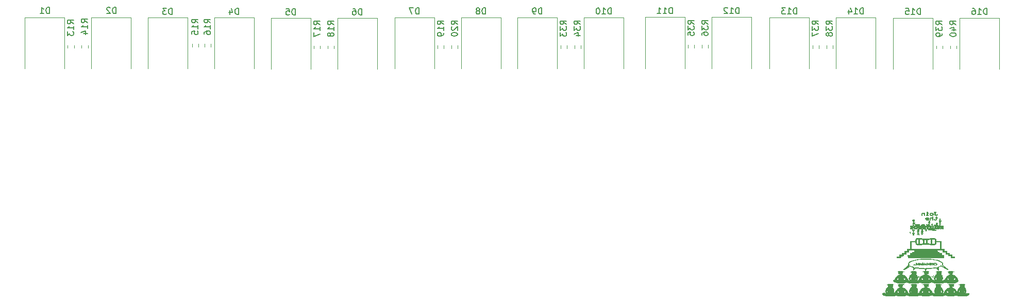
<source format=gbr>
%TF.GenerationSoftware,KiCad,Pcbnew,(6.0.2)*%
%TF.CreationDate,2022-03-01T14:49:17-05:00*%
%TF.ProjectId,SeniorDesign_FinalPCB_dal_power_complete,53656e69-6f72-4446-9573-69676e5f4669,rev?*%
%TF.SameCoordinates,Original*%
%TF.FileFunction,Legend,Bot*%
%TF.FilePolarity,Positive*%
%FSLAX46Y46*%
G04 Gerber Fmt 4.6, Leading zero omitted, Abs format (unit mm)*
G04 Created by KiCad (PCBNEW (6.0.2)) date 2022-03-01 14:49:17*
%MOMM*%
%LPD*%
G01*
G04 APERTURE LIST*
%ADD10C,0.150000*%
%ADD11C,0.120000*%
%ADD12C,0.010000*%
G04 APERTURE END LIST*
D10*
%TO.C,D1*%
X308332095Y-28392380D02*
X308332095Y-27392380D01*
X308094000Y-27392380D01*
X307951142Y-27440000D01*
X307855904Y-27535238D01*
X307808285Y-27630476D01*
X307760666Y-27820952D01*
X307760666Y-27963809D01*
X307808285Y-28154285D01*
X307855904Y-28249523D01*
X307951142Y-28344761D01*
X308094000Y-28392380D01*
X308332095Y-28392380D01*
X306808285Y-28392380D02*
X307379714Y-28392380D01*
X307094000Y-28392380D02*
X307094000Y-27392380D01*
X307189238Y-27535238D01*
X307284476Y-27630476D01*
X307379714Y-27678095D01*
%TO.C,D2*%
X319254095Y-28392380D02*
X319254095Y-27392380D01*
X319016000Y-27392380D01*
X318873142Y-27440000D01*
X318777904Y-27535238D01*
X318730285Y-27630476D01*
X318682666Y-27820952D01*
X318682666Y-27963809D01*
X318730285Y-28154285D01*
X318777904Y-28249523D01*
X318873142Y-28344761D01*
X319016000Y-28392380D01*
X319254095Y-28392380D01*
X318301714Y-27487619D02*
X318254095Y-27440000D01*
X318158857Y-27392380D01*
X317920761Y-27392380D01*
X317825523Y-27440000D01*
X317777904Y-27487619D01*
X317730285Y-27582857D01*
X317730285Y-27678095D01*
X317777904Y-27820952D01*
X318349333Y-28392380D01*
X317730285Y-28392380D01*
%TO.C,D3*%
X328454595Y-28553380D02*
X328454595Y-27553380D01*
X328216500Y-27553380D01*
X328073642Y-27601000D01*
X327978404Y-27696238D01*
X327930785Y-27791476D01*
X327883166Y-27981952D01*
X327883166Y-28124809D01*
X327930785Y-28315285D01*
X327978404Y-28410523D01*
X328073642Y-28505761D01*
X328216500Y-28553380D01*
X328454595Y-28553380D01*
X327549833Y-27553380D02*
X326930785Y-27553380D01*
X327264119Y-27934333D01*
X327121261Y-27934333D01*
X327026023Y-27981952D01*
X326978404Y-28029571D01*
X326930785Y-28124809D01*
X326930785Y-28362904D01*
X326978404Y-28458142D01*
X327026023Y-28505761D01*
X327121261Y-28553380D01*
X327406976Y-28553380D01*
X327502214Y-28505761D01*
X327549833Y-28458142D01*
%TO.C,D4*%
X339376595Y-28553380D02*
X339376595Y-27553380D01*
X339138500Y-27553380D01*
X338995642Y-27601000D01*
X338900404Y-27696238D01*
X338852785Y-27791476D01*
X338805166Y-27981952D01*
X338805166Y-28124809D01*
X338852785Y-28315285D01*
X338900404Y-28410523D01*
X338995642Y-28505761D01*
X339138500Y-28553380D01*
X339376595Y-28553380D01*
X337948023Y-27886714D02*
X337948023Y-28553380D01*
X338186119Y-27505761D02*
X338424214Y-28220047D01*
X337805166Y-28220047D01*
%TO.C,D5*%
X348700595Y-28612880D02*
X348700595Y-27612880D01*
X348462500Y-27612880D01*
X348319642Y-27660500D01*
X348224404Y-27755738D01*
X348176785Y-27850976D01*
X348129166Y-28041452D01*
X348129166Y-28184309D01*
X348176785Y-28374785D01*
X348224404Y-28470023D01*
X348319642Y-28565261D01*
X348462500Y-28612880D01*
X348700595Y-28612880D01*
X347224404Y-27612880D02*
X347700595Y-27612880D01*
X347748214Y-28089071D01*
X347700595Y-28041452D01*
X347605357Y-27993833D01*
X347367261Y-27993833D01*
X347272023Y-28041452D01*
X347224404Y-28089071D01*
X347176785Y-28184309D01*
X347176785Y-28422404D01*
X347224404Y-28517642D01*
X347272023Y-28565261D01*
X347367261Y-28612880D01*
X347605357Y-28612880D01*
X347700595Y-28565261D01*
X347748214Y-28517642D01*
%TO.C,D6*%
X359622595Y-28612880D02*
X359622595Y-27612880D01*
X359384500Y-27612880D01*
X359241642Y-27660500D01*
X359146404Y-27755738D01*
X359098785Y-27850976D01*
X359051166Y-28041452D01*
X359051166Y-28184309D01*
X359098785Y-28374785D01*
X359146404Y-28470023D01*
X359241642Y-28565261D01*
X359384500Y-28612880D01*
X359622595Y-28612880D01*
X358194023Y-27612880D02*
X358384500Y-27612880D01*
X358479738Y-27660500D01*
X358527357Y-27708119D01*
X358622595Y-27850976D01*
X358670214Y-28041452D01*
X358670214Y-28422404D01*
X358622595Y-28517642D01*
X358574976Y-28565261D01*
X358479738Y-28612880D01*
X358289261Y-28612880D01*
X358194023Y-28565261D01*
X358146404Y-28517642D01*
X358098785Y-28422404D01*
X358098785Y-28184309D01*
X358146404Y-28089071D01*
X358194023Y-28041452D01*
X358289261Y-27993833D01*
X358479738Y-27993833D01*
X358574976Y-28041452D01*
X358622595Y-28089071D01*
X358670214Y-28184309D01*
%TO.C,D7*%
X369038095Y-28490380D02*
X369038095Y-27490380D01*
X368800000Y-27490380D01*
X368657142Y-27538000D01*
X368561904Y-27633238D01*
X368514285Y-27728476D01*
X368466666Y-27918952D01*
X368466666Y-28061809D01*
X368514285Y-28252285D01*
X368561904Y-28347523D01*
X368657142Y-28442761D01*
X368800000Y-28490380D01*
X369038095Y-28490380D01*
X368133333Y-27490380D02*
X367466666Y-27490380D01*
X367895238Y-28490380D01*
%TO.C,D8*%
X379960095Y-28490380D02*
X379960095Y-27490380D01*
X379722000Y-27490380D01*
X379579142Y-27538000D01*
X379483904Y-27633238D01*
X379436285Y-27728476D01*
X379388666Y-27918952D01*
X379388666Y-28061809D01*
X379436285Y-28252285D01*
X379483904Y-28347523D01*
X379579142Y-28442761D01*
X379722000Y-28490380D01*
X379960095Y-28490380D01*
X378817238Y-27918952D02*
X378912476Y-27871333D01*
X378960095Y-27823714D01*
X379007714Y-27728476D01*
X379007714Y-27680857D01*
X378960095Y-27585619D01*
X378912476Y-27538000D01*
X378817238Y-27490380D01*
X378626761Y-27490380D01*
X378531523Y-27538000D01*
X378483904Y-27585619D01*
X378436285Y-27680857D01*
X378436285Y-27728476D01*
X378483904Y-27823714D01*
X378531523Y-27871333D01*
X378626761Y-27918952D01*
X378817238Y-27918952D01*
X378912476Y-27966571D01*
X378960095Y-28014190D01*
X379007714Y-28109428D01*
X379007714Y-28299904D01*
X378960095Y-28395142D01*
X378912476Y-28442761D01*
X378817238Y-28490380D01*
X378626761Y-28490380D01*
X378531523Y-28442761D01*
X378483904Y-28395142D01*
X378436285Y-28299904D01*
X378436285Y-28109428D01*
X378483904Y-28014190D01*
X378531523Y-27966571D01*
X378626761Y-27918952D01*
%TO.C,D9*%
X389231095Y-28490380D02*
X389231095Y-27490380D01*
X388993000Y-27490380D01*
X388850142Y-27538000D01*
X388754904Y-27633238D01*
X388707285Y-27728476D01*
X388659666Y-27918952D01*
X388659666Y-28061809D01*
X388707285Y-28252285D01*
X388754904Y-28347523D01*
X388850142Y-28442761D01*
X388993000Y-28490380D01*
X389231095Y-28490380D01*
X388183476Y-28490380D02*
X387993000Y-28490380D01*
X387897761Y-28442761D01*
X387850142Y-28395142D01*
X387754904Y-28252285D01*
X387707285Y-28061809D01*
X387707285Y-27680857D01*
X387754904Y-27585619D01*
X387802523Y-27538000D01*
X387897761Y-27490380D01*
X388088238Y-27490380D01*
X388183476Y-27538000D01*
X388231095Y-27585619D01*
X388278714Y-27680857D01*
X388278714Y-27918952D01*
X388231095Y-28014190D01*
X388183476Y-28061809D01*
X388088238Y-28109428D01*
X387897761Y-28109428D01*
X387802523Y-28061809D01*
X387754904Y-28014190D01*
X387707285Y-27918952D01*
%TO.C,D10*%
X400629285Y-28490380D02*
X400629285Y-27490380D01*
X400391190Y-27490380D01*
X400248333Y-27538000D01*
X400153095Y-27633238D01*
X400105476Y-27728476D01*
X400057857Y-27918952D01*
X400057857Y-28061809D01*
X400105476Y-28252285D01*
X400153095Y-28347523D01*
X400248333Y-28442761D01*
X400391190Y-28490380D01*
X400629285Y-28490380D01*
X399105476Y-28490380D02*
X399676904Y-28490380D01*
X399391190Y-28490380D02*
X399391190Y-27490380D01*
X399486428Y-27633238D01*
X399581666Y-27728476D01*
X399676904Y-27776095D01*
X398486428Y-27490380D02*
X398391190Y-27490380D01*
X398295952Y-27538000D01*
X398248333Y-27585619D01*
X398200714Y-27680857D01*
X398153095Y-27871333D01*
X398153095Y-28109428D01*
X398200714Y-28299904D01*
X398248333Y-28395142D01*
X398295952Y-28442761D01*
X398391190Y-28490380D01*
X398486428Y-28490380D01*
X398581666Y-28442761D01*
X398629285Y-28395142D01*
X398676904Y-28299904D01*
X398724523Y-28109428D01*
X398724523Y-27871333D01*
X398676904Y-27680857D01*
X398629285Y-27585619D01*
X398581666Y-27538000D01*
X398486428Y-27490380D01*
%TO.C,D11*%
X410662285Y-28421380D02*
X410662285Y-27421380D01*
X410424190Y-27421380D01*
X410281333Y-27469000D01*
X410186095Y-27564238D01*
X410138476Y-27659476D01*
X410090857Y-27849952D01*
X410090857Y-27992809D01*
X410138476Y-28183285D01*
X410186095Y-28278523D01*
X410281333Y-28373761D01*
X410424190Y-28421380D01*
X410662285Y-28421380D01*
X409138476Y-28421380D02*
X409709904Y-28421380D01*
X409424190Y-28421380D02*
X409424190Y-27421380D01*
X409519428Y-27564238D01*
X409614666Y-27659476D01*
X409709904Y-27707095D01*
X408186095Y-28421380D02*
X408757523Y-28421380D01*
X408471809Y-28421380D02*
X408471809Y-27421380D01*
X408567047Y-27564238D01*
X408662285Y-27659476D01*
X408757523Y-27707095D01*
%TO.C,D12*%
X421629284Y-28421380D02*
X421629284Y-27421380D01*
X421391189Y-27421380D01*
X421248332Y-27469000D01*
X421153094Y-27564238D01*
X421105475Y-27659476D01*
X421057856Y-27849952D01*
X421057856Y-27992809D01*
X421105475Y-28183285D01*
X421153094Y-28278523D01*
X421248332Y-28373761D01*
X421391189Y-28421380D01*
X421629284Y-28421380D01*
X420105475Y-28421380D02*
X420676903Y-28421380D01*
X420391189Y-28421380D02*
X420391189Y-27421380D01*
X420486427Y-27564238D01*
X420581665Y-27659476D01*
X420676903Y-27707095D01*
X419724522Y-27516619D02*
X419676903Y-27469000D01*
X419581665Y-27421380D01*
X419343570Y-27421380D01*
X419248332Y-27469000D01*
X419200713Y-27516619D01*
X419153094Y-27611857D01*
X419153094Y-27707095D01*
X419200713Y-27849952D01*
X419772141Y-28421380D01*
X419153094Y-28421380D01*
%TO.C,D13*%
X431109285Y-28490380D02*
X431109285Y-27490380D01*
X430871190Y-27490380D01*
X430728333Y-27538000D01*
X430633095Y-27633238D01*
X430585476Y-27728476D01*
X430537857Y-27918952D01*
X430537857Y-28061809D01*
X430585476Y-28252285D01*
X430633095Y-28347523D01*
X430728333Y-28442761D01*
X430871190Y-28490380D01*
X431109285Y-28490380D01*
X429585476Y-28490380D02*
X430156904Y-28490380D01*
X429871190Y-28490380D02*
X429871190Y-27490380D01*
X429966428Y-27633238D01*
X430061666Y-27728476D01*
X430156904Y-27776095D01*
X429252142Y-27490380D02*
X428633095Y-27490380D01*
X428966428Y-27871333D01*
X428823571Y-27871333D01*
X428728333Y-27918952D01*
X428680714Y-27966571D01*
X428633095Y-28061809D01*
X428633095Y-28299904D01*
X428680714Y-28395142D01*
X428728333Y-28442761D01*
X428823571Y-28490380D01*
X429109285Y-28490380D01*
X429204523Y-28442761D01*
X429252142Y-28395142D01*
%TO.C,D14*%
X442031285Y-28490380D02*
X442031285Y-27490380D01*
X441793190Y-27490380D01*
X441650333Y-27538000D01*
X441555095Y-27633238D01*
X441507476Y-27728476D01*
X441459857Y-27918952D01*
X441459857Y-28061809D01*
X441507476Y-28252285D01*
X441555095Y-28347523D01*
X441650333Y-28442761D01*
X441793190Y-28490380D01*
X442031285Y-28490380D01*
X440507476Y-28490380D02*
X441078904Y-28490380D01*
X440793190Y-28490380D02*
X440793190Y-27490380D01*
X440888428Y-27633238D01*
X440983666Y-27728476D01*
X441078904Y-27776095D01*
X439650333Y-27823714D02*
X439650333Y-28490380D01*
X439888428Y-27442761D02*
X440126523Y-28157047D01*
X439507476Y-28157047D01*
%TO.C,D15*%
X451429285Y-28551380D02*
X451429285Y-27551380D01*
X451191190Y-27551380D01*
X451048333Y-27599000D01*
X450953095Y-27694238D01*
X450905476Y-27789476D01*
X450857857Y-27979952D01*
X450857857Y-28122809D01*
X450905476Y-28313285D01*
X450953095Y-28408523D01*
X451048333Y-28503761D01*
X451191190Y-28551380D01*
X451429285Y-28551380D01*
X449905476Y-28551380D02*
X450476904Y-28551380D01*
X450191190Y-28551380D02*
X450191190Y-27551380D01*
X450286428Y-27694238D01*
X450381666Y-27789476D01*
X450476904Y-27837095D01*
X449000714Y-27551380D02*
X449476904Y-27551380D01*
X449524523Y-28027571D01*
X449476904Y-27979952D01*
X449381666Y-27932333D01*
X449143571Y-27932333D01*
X449048333Y-27979952D01*
X449000714Y-28027571D01*
X448953095Y-28122809D01*
X448953095Y-28360904D01*
X449000714Y-28456142D01*
X449048333Y-28503761D01*
X449143571Y-28551380D01*
X449381666Y-28551380D01*
X449476904Y-28503761D01*
X449524523Y-28456142D01*
%TO.C,D16*%
X462351285Y-28551380D02*
X462351285Y-27551380D01*
X462113190Y-27551380D01*
X461970333Y-27599000D01*
X461875095Y-27694238D01*
X461827476Y-27789476D01*
X461779857Y-27979952D01*
X461779857Y-28122809D01*
X461827476Y-28313285D01*
X461875095Y-28408523D01*
X461970333Y-28503761D01*
X462113190Y-28551380D01*
X462351285Y-28551380D01*
X460827476Y-28551380D02*
X461398904Y-28551380D01*
X461113190Y-28551380D02*
X461113190Y-27551380D01*
X461208428Y-27694238D01*
X461303666Y-27789476D01*
X461398904Y-27837095D01*
X459970333Y-27551380D02*
X460160809Y-27551380D01*
X460256047Y-27599000D01*
X460303666Y-27646619D01*
X460398904Y-27789476D01*
X460446523Y-27979952D01*
X460446523Y-28360904D01*
X460398904Y-28456142D01*
X460351285Y-28503761D01*
X460256047Y-28551380D01*
X460065571Y-28551380D01*
X459970333Y-28503761D01*
X459922714Y-28456142D01*
X459875095Y-28360904D01*
X459875095Y-28122809D01*
X459922714Y-28027571D01*
X459970333Y-27979952D01*
X460065571Y-27932333D01*
X460256047Y-27932333D01*
X460351285Y-27979952D01*
X460398904Y-28027571D01*
X460446523Y-28122809D01*
%TO.C,R13*%
X312279380Y-30091142D02*
X311803190Y-29757809D01*
X312279380Y-29519714D02*
X311279380Y-29519714D01*
X311279380Y-29900666D01*
X311327000Y-29995904D01*
X311374619Y-30043523D01*
X311469857Y-30091142D01*
X311612714Y-30091142D01*
X311707952Y-30043523D01*
X311755571Y-29995904D01*
X311803190Y-29900666D01*
X311803190Y-29519714D01*
X312279380Y-31043523D02*
X312279380Y-30472095D01*
X312279380Y-30757809D02*
X311279380Y-30757809D01*
X311422238Y-30662571D01*
X311517476Y-30567333D01*
X311565095Y-30472095D01*
X311279380Y-31376857D02*
X311279380Y-31995904D01*
X311660333Y-31662571D01*
X311660333Y-31805428D01*
X311707952Y-31900666D01*
X311755571Y-31948285D01*
X311850809Y-31995904D01*
X312088904Y-31995904D01*
X312184142Y-31948285D01*
X312231761Y-31900666D01*
X312279380Y-31805428D01*
X312279380Y-31519714D01*
X312231761Y-31424476D01*
X312184142Y-31376857D01*
%TO.C,R14*%
X314565380Y-29909142D02*
X314089190Y-29575809D01*
X314565380Y-29337714D02*
X313565380Y-29337714D01*
X313565380Y-29718666D01*
X313613000Y-29813904D01*
X313660619Y-29861523D01*
X313755857Y-29909142D01*
X313898714Y-29909142D01*
X313993952Y-29861523D01*
X314041571Y-29813904D01*
X314089190Y-29718666D01*
X314089190Y-29337714D01*
X314565380Y-30861523D02*
X314565380Y-30290095D01*
X314565380Y-30575809D02*
X313565380Y-30575809D01*
X313708238Y-30480571D01*
X313803476Y-30385333D01*
X313851095Y-30290095D01*
X313898714Y-31718666D02*
X314565380Y-31718666D01*
X313517761Y-31480571D02*
X314232047Y-31242476D01*
X314232047Y-31861523D01*
%TO.C,R15*%
X332740880Y-29935142D02*
X332264690Y-29601809D01*
X332740880Y-29363714D02*
X331740880Y-29363714D01*
X331740880Y-29744666D01*
X331788500Y-29839904D01*
X331836119Y-29887523D01*
X331931357Y-29935142D01*
X332074214Y-29935142D01*
X332169452Y-29887523D01*
X332217071Y-29839904D01*
X332264690Y-29744666D01*
X332264690Y-29363714D01*
X332740880Y-30887523D02*
X332740880Y-30316095D01*
X332740880Y-30601809D02*
X331740880Y-30601809D01*
X331883738Y-30506571D01*
X331978976Y-30411333D01*
X332026595Y-30316095D01*
X331740880Y-31792285D02*
X331740880Y-31316095D01*
X332217071Y-31268476D01*
X332169452Y-31316095D01*
X332121833Y-31411333D01*
X332121833Y-31649428D01*
X332169452Y-31744666D01*
X332217071Y-31792285D01*
X332312309Y-31839904D01*
X332550404Y-31839904D01*
X332645642Y-31792285D01*
X332693261Y-31744666D01*
X332740880Y-31649428D01*
X332740880Y-31411333D01*
X332693261Y-31316095D01*
X332645642Y-31268476D01*
%TO.C,R16*%
X334772880Y-29935142D02*
X334296690Y-29601809D01*
X334772880Y-29363714D02*
X333772880Y-29363714D01*
X333772880Y-29744666D01*
X333820500Y-29839904D01*
X333868119Y-29887523D01*
X333963357Y-29935142D01*
X334106214Y-29935142D01*
X334201452Y-29887523D01*
X334249071Y-29839904D01*
X334296690Y-29744666D01*
X334296690Y-29363714D01*
X334772880Y-30887523D02*
X334772880Y-30316095D01*
X334772880Y-30601809D02*
X333772880Y-30601809D01*
X333915738Y-30506571D01*
X334010976Y-30411333D01*
X334058595Y-30316095D01*
X333772880Y-31744666D02*
X333772880Y-31554190D01*
X333820500Y-31458952D01*
X333868119Y-31411333D01*
X334010976Y-31316095D01*
X334201452Y-31268476D01*
X334582404Y-31268476D01*
X334677642Y-31316095D01*
X334725261Y-31363714D01*
X334772880Y-31458952D01*
X334772880Y-31649428D01*
X334725261Y-31744666D01*
X334677642Y-31792285D01*
X334582404Y-31839904D01*
X334344309Y-31839904D01*
X334249071Y-31792285D01*
X334201452Y-31744666D01*
X334153833Y-31649428D01*
X334153833Y-31458952D01*
X334201452Y-31363714D01*
X334249071Y-31316095D01*
X334344309Y-31268476D01*
%TO.C,R17*%
X352750380Y-30231142D02*
X352274190Y-29897809D01*
X352750380Y-29659714D02*
X351750380Y-29659714D01*
X351750380Y-30040666D01*
X351798000Y-30135904D01*
X351845619Y-30183523D01*
X351940857Y-30231142D01*
X352083714Y-30231142D01*
X352178952Y-30183523D01*
X352226571Y-30135904D01*
X352274190Y-30040666D01*
X352274190Y-29659714D01*
X352750380Y-31183523D02*
X352750380Y-30612095D01*
X352750380Y-30897809D02*
X351750380Y-30897809D01*
X351893238Y-30802571D01*
X351988476Y-30707333D01*
X352036095Y-30612095D01*
X351750380Y-31516857D02*
X351750380Y-32183523D01*
X352750380Y-31754952D01*
%TO.C,R18*%
X355036380Y-30231142D02*
X354560190Y-29897809D01*
X355036380Y-29659714D02*
X354036380Y-29659714D01*
X354036380Y-30040666D01*
X354084000Y-30135904D01*
X354131619Y-30183523D01*
X354226857Y-30231142D01*
X354369714Y-30231142D01*
X354464952Y-30183523D01*
X354512571Y-30135904D01*
X354560190Y-30040666D01*
X354560190Y-29659714D01*
X355036380Y-31183523D02*
X355036380Y-30612095D01*
X355036380Y-30897809D02*
X354036380Y-30897809D01*
X354179238Y-30802571D01*
X354274476Y-30707333D01*
X354322095Y-30612095D01*
X354464952Y-31754952D02*
X354417333Y-31659714D01*
X354369714Y-31612095D01*
X354274476Y-31564476D01*
X354226857Y-31564476D01*
X354131619Y-31612095D01*
X354084000Y-31659714D01*
X354036380Y-31754952D01*
X354036380Y-31945428D01*
X354084000Y-32040666D01*
X354131619Y-32088285D01*
X354226857Y-32135904D01*
X354274476Y-32135904D01*
X354369714Y-32088285D01*
X354417333Y-32040666D01*
X354464952Y-31945428D01*
X354464952Y-31754952D01*
X354512571Y-31659714D01*
X354560190Y-31612095D01*
X354655428Y-31564476D01*
X354845904Y-31564476D01*
X354941142Y-31612095D01*
X354988761Y-31659714D01*
X355036380Y-31754952D01*
X355036380Y-31945428D01*
X354988761Y-32040666D01*
X354941142Y-32088285D01*
X354845904Y-32135904D01*
X354655428Y-32135904D01*
X354560190Y-32088285D01*
X354512571Y-32040666D01*
X354464952Y-31945428D01*
%TO.C,R19*%
X373070380Y-30189142D02*
X372594190Y-29855809D01*
X373070380Y-29617714D02*
X372070380Y-29617714D01*
X372070380Y-29998666D01*
X372118000Y-30093904D01*
X372165619Y-30141523D01*
X372260857Y-30189142D01*
X372403714Y-30189142D01*
X372498952Y-30141523D01*
X372546571Y-30093904D01*
X372594190Y-29998666D01*
X372594190Y-29617714D01*
X373070380Y-31141523D02*
X373070380Y-30570095D01*
X373070380Y-30855809D02*
X372070380Y-30855809D01*
X372213238Y-30760571D01*
X372308476Y-30665333D01*
X372356095Y-30570095D01*
X373070380Y-31617714D02*
X373070380Y-31808190D01*
X373022761Y-31903428D01*
X372975142Y-31951047D01*
X372832285Y-32046285D01*
X372641809Y-32093904D01*
X372260857Y-32093904D01*
X372165619Y-32046285D01*
X372118000Y-31998666D01*
X372070380Y-31903428D01*
X372070380Y-31712952D01*
X372118000Y-31617714D01*
X372165619Y-31570095D01*
X372260857Y-31522476D01*
X372498952Y-31522476D01*
X372594190Y-31570095D01*
X372641809Y-31617714D01*
X372689428Y-31712952D01*
X372689428Y-31903428D01*
X372641809Y-31998666D01*
X372594190Y-32046285D01*
X372498952Y-32093904D01*
%TO.C,R20*%
X375356380Y-30189142D02*
X374880190Y-29855809D01*
X375356380Y-29617714D02*
X374356380Y-29617714D01*
X374356380Y-29998666D01*
X374404000Y-30093904D01*
X374451619Y-30141523D01*
X374546857Y-30189142D01*
X374689714Y-30189142D01*
X374784952Y-30141523D01*
X374832571Y-30093904D01*
X374880190Y-29998666D01*
X374880190Y-29617714D01*
X374451619Y-30570095D02*
X374404000Y-30617714D01*
X374356380Y-30712952D01*
X374356380Y-30951047D01*
X374404000Y-31046285D01*
X374451619Y-31093904D01*
X374546857Y-31141523D01*
X374642095Y-31141523D01*
X374784952Y-31093904D01*
X375356380Y-30522476D01*
X375356380Y-31141523D01*
X374356380Y-31760571D02*
X374356380Y-31855809D01*
X374404000Y-31951047D01*
X374451619Y-31998666D01*
X374546857Y-32046285D01*
X374737333Y-32093904D01*
X374975428Y-32093904D01*
X375165904Y-32046285D01*
X375261142Y-31998666D01*
X375308761Y-31951047D01*
X375356380Y-31855809D01*
X375356380Y-31760571D01*
X375308761Y-31665333D01*
X375261142Y-31617714D01*
X375165904Y-31570095D01*
X374975428Y-31522476D01*
X374737333Y-31522476D01*
X374546857Y-31570095D01*
X374451619Y-31617714D01*
X374404000Y-31665333D01*
X374356380Y-31760571D01*
%TO.C,R33*%
X393263380Y-30189142D02*
X392787190Y-29855809D01*
X393263380Y-29617714D02*
X392263380Y-29617714D01*
X392263380Y-29998666D01*
X392311000Y-30093904D01*
X392358619Y-30141523D01*
X392453857Y-30189142D01*
X392596714Y-30189142D01*
X392691952Y-30141523D01*
X392739571Y-30093904D01*
X392787190Y-29998666D01*
X392787190Y-29617714D01*
X392263380Y-30522476D02*
X392263380Y-31141523D01*
X392644333Y-30808190D01*
X392644333Y-30951047D01*
X392691952Y-31046285D01*
X392739571Y-31093904D01*
X392834809Y-31141523D01*
X393072904Y-31141523D01*
X393168142Y-31093904D01*
X393215761Y-31046285D01*
X393263380Y-30951047D01*
X393263380Y-30665333D01*
X393215761Y-30570095D01*
X393168142Y-30522476D01*
X392263380Y-31474857D02*
X392263380Y-32093904D01*
X392644333Y-31760571D01*
X392644333Y-31903428D01*
X392691952Y-31998666D01*
X392739571Y-32046285D01*
X392834809Y-32093904D01*
X393072904Y-32093904D01*
X393168142Y-32046285D01*
X393215761Y-31998666D01*
X393263380Y-31903428D01*
X393263380Y-31617714D01*
X393215761Y-31522476D01*
X393168142Y-31474857D01*
%TO.C,R34*%
X395549380Y-30189142D02*
X395073190Y-29855809D01*
X395549380Y-29617714D02*
X394549380Y-29617714D01*
X394549380Y-29998666D01*
X394597000Y-30093904D01*
X394644619Y-30141523D01*
X394739857Y-30189142D01*
X394882714Y-30189142D01*
X394977952Y-30141523D01*
X395025571Y-30093904D01*
X395073190Y-29998666D01*
X395073190Y-29617714D01*
X394549380Y-30522476D02*
X394549380Y-31141523D01*
X394930333Y-30808190D01*
X394930333Y-30951047D01*
X394977952Y-31046285D01*
X395025571Y-31093904D01*
X395120809Y-31141523D01*
X395358904Y-31141523D01*
X395454142Y-31093904D01*
X395501761Y-31046285D01*
X395549380Y-30951047D01*
X395549380Y-30665333D01*
X395501761Y-30570095D01*
X395454142Y-30522476D01*
X394882714Y-31998666D02*
X395549380Y-31998666D01*
X394501761Y-31760571D02*
X395216047Y-31522476D01*
X395216047Y-32141523D01*
%TO.C,R35*%
X414218380Y-30120142D02*
X413742190Y-29786809D01*
X414218380Y-29548714D02*
X413218380Y-29548714D01*
X413218380Y-29929666D01*
X413266000Y-30024904D01*
X413313619Y-30072523D01*
X413408857Y-30120142D01*
X413551714Y-30120142D01*
X413646952Y-30072523D01*
X413694571Y-30024904D01*
X413742190Y-29929666D01*
X413742190Y-29548714D01*
X413218380Y-30453476D02*
X413218380Y-31072523D01*
X413599333Y-30739190D01*
X413599333Y-30882047D01*
X413646952Y-30977285D01*
X413694571Y-31024904D01*
X413789809Y-31072523D01*
X414027904Y-31072523D01*
X414123142Y-31024904D01*
X414170761Y-30977285D01*
X414218380Y-30882047D01*
X414218380Y-30596333D01*
X414170761Y-30501095D01*
X414123142Y-30453476D01*
X413218380Y-31977285D02*
X413218380Y-31501095D01*
X413694571Y-31453476D01*
X413646952Y-31501095D01*
X413599333Y-31596333D01*
X413599333Y-31834428D01*
X413646952Y-31929666D01*
X413694571Y-31977285D01*
X413789809Y-32024904D01*
X414027904Y-32024904D01*
X414123142Y-31977285D01*
X414170761Y-31929666D01*
X414218380Y-31834428D01*
X414218380Y-31596333D01*
X414170761Y-31501095D01*
X414123142Y-31453476D01*
%TO.C,R36*%
X416504380Y-30120142D02*
X416028190Y-29786809D01*
X416504380Y-29548714D02*
X415504380Y-29548714D01*
X415504380Y-29929666D01*
X415552000Y-30024904D01*
X415599619Y-30072523D01*
X415694857Y-30120142D01*
X415837714Y-30120142D01*
X415932952Y-30072523D01*
X415980571Y-30024904D01*
X416028190Y-29929666D01*
X416028190Y-29548714D01*
X415504380Y-30453476D02*
X415504380Y-31072523D01*
X415885333Y-30739190D01*
X415885333Y-30882047D01*
X415932952Y-30977285D01*
X415980571Y-31024904D01*
X416075809Y-31072523D01*
X416313904Y-31072523D01*
X416409142Y-31024904D01*
X416456761Y-30977285D01*
X416504380Y-30882047D01*
X416504380Y-30596333D01*
X416456761Y-30501095D01*
X416409142Y-30453476D01*
X415504380Y-31929666D02*
X415504380Y-31739190D01*
X415552000Y-31643952D01*
X415599619Y-31596333D01*
X415742476Y-31501095D01*
X415932952Y-31453476D01*
X416313904Y-31453476D01*
X416409142Y-31501095D01*
X416456761Y-31548714D01*
X416504380Y-31643952D01*
X416504380Y-31834428D01*
X416456761Y-31929666D01*
X416409142Y-31977285D01*
X416313904Y-32024904D01*
X416075809Y-32024904D01*
X415980571Y-31977285D01*
X415932952Y-31929666D01*
X415885333Y-31834428D01*
X415885333Y-31643952D01*
X415932952Y-31548714D01*
X415980571Y-31501095D01*
X416075809Y-31453476D01*
%TO.C,R37*%
X434665380Y-30189142D02*
X434189190Y-29855809D01*
X434665380Y-29617714D02*
X433665380Y-29617714D01*
X433665380Y-29998666D01*
X433713000Y-30093904D01*
X433760619Y-30141523D01*
X433855857Y-30189142D01*
X433998714Y-30189142D01*
X434093952Y-30141523D01*
X434141571Y-30093904D01*
X434189190Y-29998666D01*
X434189190Y-29617714D01*
X433665380Y-30522476D02*
X433665380Y-31141523D01*
X434046333Y-30808190D01*
X434046333Y-30951047D01*
X434093952Y-31046285D01*
X434141571Y-31093904D01*
X434236809Y-31141523D01*
X434474904Y-31141523D01*
X434570142Y-31093904D01*
X434617761Y-31046285D01*
X434665380Y-30951047D01*
X434665380Y-30665333D01*
X434617761Y-30570095D01*
X434570142Y-30522476D01*
X433665380Y-31474857D02*
X433665380Y-32141523D01*
X434665380Y-31712952D01*
%TO.C,R38*%
X436951380Y-30189142D02*
X436475190Y-29855809D01*
X436951380Y-29617714D02*
X435951380Y-29617714D01*
X435951380Y-29998666D01*
X435999000Y-30093904D01*
X436046619Y-30141523D01*
X436141857Y-30189142D01*
X436284714Y-30189142D01*
X436379952Y-30141523D01*
X436427571Y-30093904D01*
X436475190Y-29998666D01*
X436475190Y-29617714D01*
X435951380Y-30522476D02*
X435951380Y-31141523D01*
X436332333Y-30808190D01*
X436332333Y-30951047D01*
X436379952Y-31046285D01*
X436427571Y-31093904D01*
X436522809Y-31141523D01*
X436760904Y-31141523D01*
X436856142Y-31093904D01*
X436903761Y-31046285D01*
X436951380Y-30951047D01*
X436951380Y-30665333D01*
X436903761Y-30570095D01*
X436856142Y-30522476D01*
X436379952Y-31712952D02*
X436332333Y-31617714D01*
X436284714Y-31570095D01*
X436189476Y-31522476D01*
X436141857Y-31522476D01*
X436046619Y-31570095D01*
X435999000Y-31617714D01*
X435951380Y-31712952D01*
X435951380Y-31903428D01*
X435999000Y-31998666D01*
X436046619Y-32046285D01*
X436141857Y-32093904D01*
X436189476Y-32093904D01*
X436284714Y-32046285D01*
X436332333Y-31998666D01*
X436379952Y-31903428D01*
X436379952Y-31712952D01*
X436427571Y-31617714D01*
X436475190Y-31570095D01*
X436570428Y-31522476D01*
X436760904Y-31522476D01*
X436856142Y-31570095D01*
X436903761Y-31617714D01*
X436951380Y-31712952D01*
X436951380Y-31903428D01*
X436903761Y-31998666D01*
X436856142Y-32046285D01*
X436760904Y-32093904D01*
X436570428Y-32093904D01*
X436475190Y-32046285D01*
X436427571Y-31998666D01*
X436379952Y-31903428D01*
%TO.C,R39*%
X454985380Y-30250142D02*
X454509190Y-29916809D01*
X454985380Y-29678714D02*
X453985380Y-29678714D01*
X453985380Y-30059666D01*
X454033000Y-30154904D01*
X454080619Y-30202523D01*
X454175857Y-30250142D01*
X454318714Y-30250142D01*
X454413952Y-30202523D01*
X454461571Y-30154904D01*
X454509190Y-30059666D01*
X454509190Y-29678714D01*
X453985380Y-30583476D02*
X453985380Y-31202523D01*
X454366333Y-30869190D01*
X454366333Y-31012047D01*
X454413952Y-31107285D01*
X454461571Y-31154904D01*
X454556809Y-31202523D01*
X454794904Y-31202523D01*
X454890142Y-31154904D01*
X454937761Y-31107285D01*
X454985380Y-31012047D01*
X454985380Y-30726333D01*
X454937761Y-30631095D01*
X454890142Y-30583476D01*
X454985380Y-31678714D02*
X454985380Y-31869190D01*
X454937761Y-31964428D01*
X454890142Y-32012047D01*
X454747285Y-32107285D01*
X454556809Y-32154904D01*
X454175857Y-32154904D01*
X454080619Y-32107285D01*
X454033000Y-32059666D01*
X453985380Y-31964428D01*
X453985380Y-31773952D01*
X454033000Y-31678714D01*
X454080619Y-31631095D01*
X454175857Y-31583476D01*
X454413952Y-31583476D01*
X454509190Y-31631095D01*
X454556809Y-31678714D01*
X454604428Y-31773952D01*
X454604428Y-31964428D01*
X454556809Y-32059666D01*
X454509190Y-32107285D01*
X454413952Y-32154904D01*
%TO.C,R40*%
X457271380Y-30250142D02*
X456795190Y-29916809D01*
X457271380Y-29678714D02*
X456271380Y-29678714D01*
X456271380Y-30059666D01*
X456319000Y-30154904D01*
X456366619Y-30202523D01*
X456461857Y-30250142D01*
X456604714Y-30250142D01*
X456699952Y-30202523D01*
X456747571Y-30154904D01*
X456795190Y-30059666D01*
X456795190Y-29678714D01*
X456604714Y-31107285D02*
X457271380Y-31107285D01*
X456223761Y-30869190D02*
X456938047Y-30631095D01*
X456938047Y-31250142D01*
X456271380Y-31821571D02*
X456271380Y-31916809D01*
X456319000Y-32012047D01*
X456366619Y-32059666D01*
X456461857Y-32107285D01*
X456652333Y-32154904D01*
X456890428Y-32154904D01*
X457080904Y-32107285D01*
X457176142Y-32059666D01*
X457223761Y-32012047D01*
X457271380Y-31916809D01*
X457271380Y-31821571D01*
X457223761Y-31726333D01*
X457176142Y-31678714D01*
X457080904Y-31631095D01*
X456890428Y-31583476D01*
X456652333Y-31583476D01*
X456461857Y-31631095D01*
X456366619Y-31678714D01*
X456319000Y-31726333D01*
X456271380Y-31821571D01*
D11*
%TO.C,D1*%
X304273500Y-29054000D02*
X304273500Y-37454000D01*
X310773500Y-29054000D02*
X310773500Y-37454000D01*
X310773500Y-29054000D02*
X304273500Y-29054000D01*
%TO.C,D2*%
X315195500Y-29054000D02*
X315195500Y-37454000D01*
X321695500Y-29054000D02*
X315195500Y-29054000D01*
X321695500Y-29054000D02*
X321695500Y-37454000D01*
%TO.C,D3*%
X324537000Y-29080000D02*
X324537000Y-37480000D01*
X331037000Y-29080000D02*
X331037000Y-37480000D01*
X331037000Y-29080000D02*
X324537000Y-29080000D01*
%TO.C,D4*%
X341959000Y-29080000D02*
X335459000Y-29080000D01*
X335459000Y-29080000D02*
X335459000Y-37480000D01*
X341959000Y-29080000D02*
X341959000Y-37480000D01*
%TO.C,D5*%
X351230000Y-29122000D02*
X344730000Y-29122000D01*
X344730000Y-29122000D02*
X344730000Y-37522000D01*
X351230000Y-29122000D02*
X351230000Y-37522000D01*
%TO.C,D6*%
X355652000Y-29122000D02*
X355652000Y-37522000D01*
X362152000Y-29122000D02*
X355652000Y-29122000D01*
X362152000Y-29122000D02*
X362152000Y-37522000D01*
%TO.C,D7*%
X371550000Y-29080000D02*
X371550000Y-37480000D01*
X365050000Y-29080000D02*
X365050000Y-37480000D01*
X371550000Y-29080000D02*
X365050000Y-29080000D01*
%TO.C,D8*%
X375972000Y-29080000D02*
X375972000Y-37480000D01*
X382472000Y-29080000D02*
X382472000Y-37480000D01*
X382472000Y-29080000D02*
X375972000Y-29080000D01*
%TO.C,D9*%
X385243000Y-29080000D02*
X385243000Y-37480000D01*
X391743000Y-29080000D02*
X391743000Y-37480000D01*
X391743000Y-29080000D02*
X385243000Y-29080000D01*
%TO.C,D10*%
X396165000Y-29080000D02*
X396165000Y-37480000D01*
X402665000Y-29080000D02*
X402665000Y-37480000D01*
X402665000Y-29080000D02*
X396165000Y-29080000D01*
%TO.C,D11*%
X412698000Y-29011000D02*
X412698000Y-37411000D01*
X406198000Y-29011000D02*
X406198000Y-37411000D01*
X412698000Y-29011000D02*
X406198000Y-29011000D01*
%TO.C,D12*%
X423620000Y-29011000D02*
X417120000Y-29011000D01*
X423620000Y-29011000D02*
X423620000Y-37411000D01*
X417120000Y-29011000D02*
X417120000Y-37411000D01*
%TO.C,D13*%
X433145000Y-29080000D02*
X433145000Y-37480000D01*
X433145000Y-29080000D02*
X426645000Y-29080000D01*
X426645000Y-29080000D02*
X426645000Y-37480000D01*
%TO.C,D14*%
X444067000Y-29080000D02*
X437567000Y-29080000D01*
X444067000Y-29080000D02*
X444067000Y-37480000D01*
X437567000Y-29080000D02*
X437567000Y-37480000D01*
%TO.C,D15*%
X453465000Y-29141000D02*
X446965000Y-29141000D01*
X453465000Y-29141000D02*
X453465000Y-37541000D01*
X446965000Y-29141000D02*
X446965000Y-37541000D01*
%TO.C,D16*%
X464387000Y-29141000D02*
X464387000Y-37541000D01*
X457887000Y-29141000D02*
X457887000Y-37541000D01*
X464387000Y-29141000D02*
X457887000Y-29141000D01*
%TO.C,R13*%
X311319000Y-34091258D02*
X311319000Y-33616742D01*
X312364000Y-34091258D02*
X312364000Y-33616742D01*
%TO.C,R14*%
X314650000Y-34091258D02*
X314650000Y-33616742D01*
X313605000Y-34091258D02*
X313605000Y-33616742D01*
%TO.C,R15*%
X332811000Y-33863258D02*
X332811000Y-33388742D01*
X331766000Y-33863258D02*
X331766000Y-33388742D01*
%TO.C,R16*%
X334843000Y-33863258D02*
X334843000Y-33388742D01*
X333798000Y-33863258D02*
X333798000Y-33388742D01*
%TO.C,R17*%
X352820500Y-34159258D02*
X352820500Y-33684742D01*
X351775500Y-34159258D02*
X351775500Y-33684742D01*
%TO.C,R18*%
X355106500Y-34159258D02*
X355106500Y-33684742D01*
X354061500Y-34159258D02*
X354061500Y-33684742D01*
%TO.C,R19*%
X372095500Y-34117258D02*
X372095500Y-33642742D01*
X373140500Y-34117258D02*
X373140500Y-33642742D01*
%TO.C,R20*%
X375426500Y-34117258D02*
X375426500Y-33642742D01*
X374381500Y-34117258D02*
X374381500Y-33642742D01*
%TO.C,R33*%
X393333500Y-34117258D02*
X393333500Y-33642742D01*
X392288500Y-34117258D02*
X392288500Y-33642742D01*
%TO.C,R34*%
X395619500Y-34117258D02*
X395619500Y-33642742D01*
X394574500Y-34117258D02*
X394574500Y-33642742D01*
%TO.C,R35*%
X413243500Y-34048258D02*
X413243500Y-33573742D01*
X414288500Y-34048258D02*
X414288500Y-33573742D01*
%TO.C,R36*%
X416574500Y-34048258D02*
X416574500Y-33573742D01*
X415529500Y-34048258D02*
X415529500Y-33573742D01*
%TO.C,R37*%
X433690500Y-34117258D02*
X433690500Y-33642742D01*
X434735500Y-34117258D02*
X434735500Y-33642742D01*
%TO.C,R38*%
X435976500Y-34117258D02*
X435976500Y-33642742D01*
X437021500Y-34117258D02*
X437021500Y-33642742D01*
%TO.C,R39*%
X454010500Y-34178258D02*
X454010500Y-33703742D01*
X455055500Y-34178258D02*
X455055500Y-33703742D01*
%TO.C,R40*%
X457341500Y-34178258D02*
X457341500Y-33703742D01*
X456296500Y-34178258D02*
X456296500Y-33703742D01*
D12*
%TO.C,G\u002A\u002A\u002A*%
X450967131Y-71758527D02*
X450976601Y-71769522D01*
X450976601Y-71769522D02*
X451008803Y-71771233D01*
X451008803Y-71771233D02*
X451042682Y-71765325D01*
X451042682Y-71765325D02*
X451027986Y-71756618D01*
X451027986Y-71756618D02*
X450978364Y-71753734D01*
X450978364Y-71753734D02*
X450967131Y-71758527D01*
X450967131Y-71758527D02*
X450967131Y-71758527D01*
G36*
X451027986Y-71756618D02*
G01*
X451042682Y-71765325D01*
X451008803Y-71771233D01*
X450976601Y-71769522D01*
X450967131Y-71758527D01*
X450978364Y-71753734D01*
X451027986Y-71756618D01*
G37*
X451027986Y-71756618D02*
X451042682Y-71765325D01*
X451008803Y-71771233D01*
X450976601Y-71769522D01*
X450967131Y-71758527D01*
X450978364Y-71753734D01*
X451027986Y-71756618D01*
X451962840Y-68714077D02*
X451749506Y-68715645D01*
X451749506Y-68715645D02*
X451577392Y-68718892D01*
X451577392Y-68718892D02*
X451435364Y-68724323D01*
X451435364Y-68724323D02*
X451312284Y-68732441D01*
X451312284Y-68732441D02*
X451197016Y-68743751D01*
X451197016Y-68743751D02*
X451078425Y-68758756D01*
X451078425Y-68758756D02*
X451006157Y-68768998D01*
X451006157Y-68768998D02*
X450622794Y-68834258D01*
X450622794Y-68834258D02*
X450285400Y-68911431D01*
X450285400Y-68911431D02*
X449998025Y-68999245D01*
X449998025Y-68999245D02*
X449764716Y-69096428D01*
X449764716Y-69096428D02*
X449589520Y-69201710D01*
X449589520Y-69201710D02*
X449563876Y-69221912D01*
X449563876Y-69221912D02*
X449453946Y-69331748D01*
X449453946Y-69331748D02*
X449401005Y-69437338D01*
X449401005Y-69437338D02*
X449401489Y-69549004D01*
X449401489Y-69549004D02*
X449425586Y-69622378D01*
X449425586Y-69622378D02*
X449476294Y-69742004D01*
X449476294Y-69742004D02*
X449042663Y-70077676D01*
X449042663Y-70077676D02*
X448908642Y-70182667D01*
X448908642Y-70182667D02*
X448791449Y-70276855D01*
X448791449Y-70276855D02*
X448697928Y-70354543D01*
X448697928Y-70354543D02*
X448634923Y-70410034D01*
X448634923Y-70410034D02*
X448609279Y-70437627D01*
X448609279Y-70437627D02*
X448609032Y-70438675D01*
X448609032Y-70438675D02*
X448616227Y-70461606D01*
X448616227Y-70461606D02*
X448641501Y-70468277D01*
X448641501Y-70468277D02*
X448690392Y-70456426D01*
X448690392Y-70456426D02*
X448768437Y-70423790D01*
X448768437Y-70423790D02*
X448881171Y-70368107D01*
X448881171Y-70368107D02*
X449034132Y-70287114D01*
X449034132Y-70287114D02*
X449196178Y-70198734D01*
X449196178Y-70198734D02*
X449727023Y-69906954D01*
X449727023Y-69906954D02*
X449996211Y-69999325D01*
X449996211Y-69999325D02*
X450265400Y-70091696D01*
X450265400Y-70091696D02*
X450240535Y-70224848D01*
X450240535Y-70224848D02*
X450217551Y-70367696D01*
X450217551Y-70367696D02*
X450211157Y-70465997D01*
X450211157Y-70465997D02*
X450222686Y-70519768D01*
X450222686Y-70519768D02*
X450253468Y-70529025D01*
X450253468Y-70529025D02*
X450304834Y-70493786D01*
X450304834Y-70493786D02*
X450378117Y-70414067D01*
X450378117Y-70414067D02*
X450474647Y-70289886D01*
X450474647Y-70289886D02*
X450519610Y-70228400D01*
X450519610Y-70228400D02*
X450561938Y-70179689D01*
X450561938Y-70179689D02*
X450606636Y-70166144D01*
X450606636Y-70166144D02*
X450669863Y-70175933D01*
X450669863Y-70175933D02*
X450814141Y-70202009D01*
X450814141Y-70202009D02*
X451003618Y-70228390D01*
X451003618Y-70228390D02*
X451220060Y-70253083D01*
X451220060Y-70253083D02*
X451445238Y-70274100D01*
X451445238Y-70274100D02*
X451660920Y-70289448D01*
X451660920Y-70289448D02*
X451751449Y-70294036D01*
X451751449Y-70294036D02*
X452115740Y-70309619D01*
X452115740Y-70309619D02*
X452148324Y-70452850D01*
X452148324Y-70452850D02*
X452176462Y-70542142D01*
X452176462Y-70542142D02*
X452210298Y-70596796D01*
X452210298Y-70596796D02*
X452245595Y-70611845D01*
X452245595Y-70611845D02*
X452269722Y-70595134D01*
X452269722Y-70595134D02*
X452283963Y-70562421D01*
X452283963Y-70562421D02*
X452305007Y-70497904D01*
X452305007Y-70497904D02*
X452322508Y-70436619D01*
X452322508Y-70436619D02*
X452360035Y-70297524D01*
X452360035Y-70297524D02*
X452603846Y-70297412D01*
X452603846Y-70297412D02*
X452752345Y-70292736D01*
X452752345Y-70292736D02*
X452941242Y-70280071D01*
X452941242Y-70280071D02*
X453152632Y-70261294D01*
X453152632Y-70261294D02*
X453368608Y-70238280D01*
X453368608Y-70238280D02*
X453571264Y-70212906D01*
X453571264Y-70212906D02*
X453742693Y-70187048D01*
X453742693Y-70187048D02*
X453844906Y-70167368D01*
X453844906Y-70167368D02*
X454003850Y-70131405D01*
X454003850Y-70131405D02*
X454156004Y-70339162D01*
X454156004Y-70339162D02*
X454223451Y-70426225D01*
X454223451Y-70426225D02*
X454282462Y-70493248D01*
X454282462Y-70493248D02*
X454325022Y-70531603D01*
X454325022Y-70531603D02*
X454339907Y-70537126D01*
X454339907Y-70537126D02*
X454362886Y-70504230D01*
X454362886Y-70504230D02*
X454368900Y-70425421D01*
X454368900Y-70425421D02*
X454357942Y-70301412D01*
X454357942Y-70301412D02*
X454343885Y-70209521D01*
X454343885Y-70209521D02*
X454318624Y-70061043D01*
X454318624Y-70061043D02*
X454534602Y-69973664D01*
X454534602Y-69973664D02*
X454641203Y-69931955D01*
X454641203Y-69931955D02*
X454726811Y-69901073D01*
X454726811Y-69901073D02*
X454775555Y-69886687D01*
X454775555Y-69886687D02*
X454779300Y-69886285D01*
X454779300Y-69886285D02*
X454810314Y-69899675D01*
X454810314Y-69899675D02*
X454883642Y-69936585D01*
X454883642Y-69936585D02*
X454990196Y-69992130D01*
X454990196Y-69992130D02*
X455120886Y-70061421D01*
X455120886Y-70061421D02*
X455266627Y-70139572D01*
X455266627Y-70139572D02*
X455418330Y-70221696D01*
X455418330Y-70221696D02*
X455566906Y-70302907D01*
X455566906Y-70302907D02*
X455703270Y-70378316D01*
X455703270Y-70378316D02*
X455818332Y-70443037D01*
X455818332Y-70443037D02*
X455871469Y-70473603D01*
X455871469Y-70473603D02*
X455911968Y-70478889D01*
X455911968Y-70478889D02*
X455930583Y-70457179D01*
X455930583Y-70457179D02*
X455922403Y-70430302D01*
X455922403Y-70430302D02*
X455879582Y-70380641D01*
X455879582Y-70380641D02*
X455799378Y-70305659D01*
X455799378Y-70305659D02*
X455745357Y-70259487D01*
X455745357Y-70259487D02*
X455636512Y-70259487D01*
X455636512Y-70259487D02*
X455620697Y-70258166D01*
X455620697Y-70258166D02*
X455567879Y-70233686D01*
X455567879Y-70233686D02*
X455474567Y-70184705D01*
X455474567Y-70184705D02*
X455337272Y-70109881D01*
X455337272Y-70109881D02*
X455152503Y-70007870D01*
X455152503Y-70007870D02*
X455138267Y-69999990D01*
X455138267Y-69999990D02*
X454793627Y-69809199D01*
X454793627Y-69809199D02*
X454519142Y-69917459D01*
X454519142Y-69917459D02*
X454383794Y-69973486D01*
X454383794Y-69973486D02*
X454299416Y-70015620D01*
X454299416Y-70015620D02*
X454258222Y-70048321D01*
X454258222Y-70048321D02*
X454251159Y-70070907D01*
X454251159Y-70070907D02*
X454257821Y-70118866D01*
X454257821Y-70118866D02*
X454268277Y-70195800D01*
X454268277Y-70195800D02*
X454277071Y-70261238D01*
X454277071Y-70261238D02*
X454296482Y-70406381D01*
X454296482Y-70406381D02*
X454175320Y-70241353D01*
X454175320Y-70241353D02*
X454111757Y-70157987D01*
X454111757Y-70157987D02*
X454066243Y-70109843D01*
X454066243Y-70109843D02*
X454028262Y-70088935D01*
X454028262Y-70088935D02*
X453987300Y-70087276D01*
X453987300Y-70087276D02*
X453974782Y-70089025D01*
X453974782Y-70089025D02*
X453909505Y-70099476D01*
X453909505Y-70099476D02*
X453800546Y-70116929D01*
X453800546Y-70116929D02*
X453666365Y-70138425D01*
X453666365Y-70138425D02*
X453593782Y-70150055D01*
X453593782Y-70150055D02*
X453377229Y-70180431D01*
X453377229Y-70180431D02*
X453134293Y-70207452D01*
X453134293Y-70207452D02*
X452886922Y-70229194D01*
X452886922Y-70229194D02*
X452657063Y-70243731D01*
X452657063Y-70243731D02*
X452466663Y-70249141D01*
X452466663Y-70249141D02*
X452463669Y-70249143D01*
X452463669Y-70249143D02*
X452292783Y-70249143D01*
X452292783Y-70249143D02*
X452272567Y-70345465D01*
X452272567Y-70345465D02*
X452250890Y-70404130D01*
X452250890Y-70404130D02*
X452224295Y-70427326D01*
X452224295Y-70427326D02*
X452203045Y-70411643D01*
X452203045Y-70411643D02*
X452196782Y-70370646D01*
X452196782Y-70370646D02*
X452188867Y-70307725D01*
X452188867Y-70307725D02*
X452156610Y-70270832D01*
X452156610Y-70270832D02*
X452087248Y-70253288D01*
X452087248Y-70253288D02*
X451968015Y-70248410D01*
X451968015Y-70248410D02*
X451963198Y-70248388D01*
X451963198Y-70248388D02*
X451809835Y-70243465D01*
X451809835Y-70243465D02*
X451613661Y-70230859D01*
X451613661Y-70230859D02*
X451394134Y-70212360D01*
X451394134Y-70212360D02*
X451170716Y-70189756D01*
X451170716Y-70189756D02*
X450962866Y-70164835D01*
X450962866Y-70164835D02*
X450805644Y-70141979D01*
X450805644Y-70141979D02*
X450689475Y-70123583D01*
X450689475Y-70123583D02*
X450597286Y-70110093D01*
X450597286Y-70110093D02*
X450546882Y-70104094D01*
X450546882Y-70104094D02*
X450544242Y-70104000D01*
X450544242Y-70104000D02*
X450514495Y-70123699D01*
X450514495Y-70123699D02*
X450469283Y-70174310D01*
X450469283Y-70174310D02*
X450436467Y-70218904D01*
X450436467Y-70218904D02*
X450371330Y-70311961D01*
X450371330Y-70311961D02*
X450330196Y-70361652D01*
X450330196Y-70361652D02*
X450308916Y-70367976D01*
X450308916Y-70367976D02*
X450303343Y-70330934D01*
X450303343Y-70330934D02*
X450309326Y-70250526D01*
X450309326Y-70250526D02*
X450312651Y-70218904D01*
X450312651Y-70218904D02*
X450320947Y-70121435D01*
X450320947Y-70121435D02*
X450319283Y-70063420D01*
X450319283Y-70063420D02*
X450306626Y-70036415D01*
X450306626Y-70036415D02*
X450289689Y-70031428D01*
X450289689Y-70031428D02*
X450243432Y-70021193D01*
X450243432Y-70021193D02*
X450156077Y-69993803D01*
X450156077Y-69993803D02*
X450042995Y-69954234D01*
X450042995Y-69954234D02*
X449986627Y-69933334D01*
X449986627Y-69933334D02*
X449726726Y-69835239D01*
X449726726Y-69835239D02*
X449302817Y-70070241D01*
X449302817Y-70070241D02*
X449142803Y-70158303D01*
X449142803Y-70158303D02*
X449030665Y-70217790D01*
X449030665Y-70217790D02*
X448965946Y-70247841D01*
X448965946Y-70247841D02*
X448948190Y-70247593D01*
X448948190Y-70247593D02*
X448976938Y-70216185D01*
X448976938Y-70216185D02*
X449051734Y-70152754D01*
X449051734Y-70152754D02*
X449172119Y-70056438D01*
X449172119Y-70056438D02*
X449259149Y-69987917D01*
X449259149Y-69987917D02*
X449367349Y-69901968D01*
X449367349Y-69901968D02*
X449458424Y-69827729D01*
X449458424Y-69827729D02*
X449523680Y-69772426D01*
X449523680Y-69772426D02*
X449554420Y-69743288D01*
X449554420Y-69743288D02*
X449555523Y-69741605D01*
X449555523Y-69741605D02*
X449548911Y-69707424D01*
X449548911Y-69707424D02*
X449519571Y-69652829D01*
X449519571Y-69652829D02*
X449515836Y-69647222D01*
X449515836Y-69647222D02*
X449468657Y-69532323D01*
X449468657Y-69532323D02*
X449482844Y-69419998D01*
X449482844Y-69419998D02*
X449556283Y-69311538D01*
X449556283Y-69311538D02*
X449686862Y-69208237D01*
X449686862Y-69208237D02*
X449872469Y-69111387D01*
X449872469Y-69111387D02*
X450110991Y-69022279D01*
X450110991Y-69022279D02*
X450400315Y-68942206D01*
X450400315Y-68942206D02*
X450738329Y-68872460D01*
X450738329Y-68872460D02*
X450799782Y-68861841D01*
X450799782Y-68861841D02*
X451266311Y-68799782D01*
X451266311Y-68799782D02*
X451764285Y-68763408D01*
X451764285Y-68763408D02*
X452277351Y-68752556D01*
X452277351Y-68752556D02*
X452789152Y-68767064D01*
X452789152Y-68767064D02*
X453283333Y-68806771D01*
X453283333Y-68806771D02*
X453743539Y-68871517D01*
X453743539Y-68871517D02*
X453853353Y-68891987D01*
X453853353Y-68891987D02*
X454124762Y-68954675D01*
X454124762Y-68954675D02*
X454372870Y-69030007D01*
X454372870Y-69030007D02*
X454589066Y-69114336D01*
X454589066Y-69114336D02*
X454764736Y-69204017D01*
X454764736Y-69204017D02*
X454891269Y-69295405D01*
X454891269Y-69295405D02*
X454942424Y-69353015D01*
X454942424Y-69353015D02*
X454978625Y-69437564D01*
X454978625Y-69437564D02*
X454989650Y-69533541D01*
X454989650Y-69533541D02*
X454973971Y-69617838D01*
X454973971Y-69617838D02*
X454961463Y-69640920D01*
X454961463Y-69640920D02*
X454953051Y-69654776D01*
X454953051Y-69654776D02*
X454951730Y-69669661D01*
X454951730Y-69669661D02*
X454962199Y-69689938D01*
X454962199Y-69689938D02*
X454989156Y-69719969D01*
X454989156Y-69719969D02*
X455037301Y-69764116D01*
X455037301Y-69764116D02*
X455111331Y-69826739D01*
X455111331Y-69826739D02*
X455215946Y-69912202D01*
X455215946Y-69912202D02*
X455355843Y-70024866D01*
X455355843Y-70024866D02*
X455496834Y-70137924D01*
X455496834Y-70137924D02*
X455571090Y-70198024D01*
X455571090Y-70198024D02*
X455618813Y-70238992D01*
X455618813Y-70238992D02*
X455636512Y-70259487D01*
X455636512Y-70259487D02*
X455745357Y-70259487D01*
X455745357Y-70259487D02*
X455679051Y-70202816D01*
X455679051Y-70202816D02*
X455515859Y-70069574D01*
X455515859Y-70069574D02*
X455486748Y-70046195D01*
X455486748Y-70046195D02*
X455333328Y-69922972D01*
X455333328Y-69922972D02*
X455218619Y-69829484D01*
X455218619Y-69829484D02*
X455137544Y-69760431D01*
X455137544Y-69760431D02*
X455085026Y-69710510D01*
X455085026Y-69710510D02*
X455055990Y-69674418D01*
X455055990Y-69674418D02*
X455045357Y-69646854D01*
X455045357Y-69646854D02*
X455048050Y-69622516D01*
X455048050Y-69622516D02*
X455057955Y-69598371D01*
X455057955Y-69598371D02*
X455078103Y-69485348D01*
X455078103Y-69485348D02*
X455038287Y-69371974D01*
X455038287Y-69371974D02*
X454941943Y-69260587D01*
X454941943Y-69260587D02*
X454792511Y-69153522D01*
X454792511Y-69153522D02*
X454593427Y-69053116D01*
X454593427Y-69053116D02*
X454348129Y-68961707D01*
X454348129Y-68961707D02*
X454060054Y-68881629D01*
X454060054Y-68881629D02*
X453974782Y-68862122D01*
X453974782Y-68862122D02*
X453766175Y-68818511D01*
X453766175Y-68818511D02*
X453575834Y-68784117D01*
X453575834Y-68784117D02*
X453391659Y-68757913D01*
X453391659Y-68757913D02*
X453201551Y-68738871D01*
X453201551Y-68738871D02*
X452993410Y-68725961D01*
X452993410Y-68725961D02*
X452755139Y-68718156D01*
X452755139Y-68718156D02*
X452474636Y-68714427D01*
X452474636Y-68714427D02*
X452228532Y-68713686D01*
X452228532Y-68713686D02*
X451962840Y-68714077D01*
X451962840Y-68714077D02*
X451962840Y-68714077D01*
G36*
X455879582Y-70380641D02*
G01*
X455922403Y-70430302D01*
X455930583Y-70457179D01*
X455911968Y-70478889D01*
X455871469Y-70473603D01*
X455818332Y-70443037D01*
X455703270Y-70378316D01*
X455566906Y-70302907D01*
X455418330Y-70221696D01*
X455266627Y-70139572D01*
X455120886Y-70061421D01*
X454990196Y-69992130D01*
X454883642Y-69936585D01*
X454810314Y-69899675D01*
X454779300Y-69886285D01*
X454775555Y-69886687D01*
X454726811Y-69901073D01*
X454641203Y-69931955D01*
X454534602Y-69973664D01*
X454318624Y-70061043D01*
X454343885Y-70209521D01*
X454357942Y-70301412D01*
X454368900Y-70425421D01*
X454362886Y-70504230D01*
X454339907Y-70537126D01*
X454325022Y-70531603D01*
X454282462Y-70493248D01*
X454223451Y-70426225D01*
X454156004Y-70339162D01*
X454003850Y-70131405D01*
X453844906Y-70167368D01*
X453742693Y-70187048D01*
X453571264Y-70212906D01*
X453368608Y-70238280D01*
X453152632Y-70261294D01*
X452941242Y-70280071D01*
X452752345Y-70292736D01*
X452603846Y-70297412D01*
X452360035Y-70297524D01*
X452322508Y-70436619D01*
X452305007Y-70497904D01*
X452283963Y-70562421D01*
X452269722Y-70595134D01*
X452245595Y-70611845D01*
X452210298Y-70596796D01*
X452176462Y-70542142D01*
X452148324Y-70452850D01*
X452115740Y-70309619D01*
X451751449Y-70294036D01*
X451660920Y-70289448D01*
X451445238Y-70274100D01*
X451220060Y-70253083D01*
X451003618Y-70228390D01*
X450814141Y-70202009D01*
X450669863Y-70175933D01*
X450606636Y-70166144D01*
X450561938Y-70179689D01*
X450519610Y-70228400D01*
X450474647Y-70289886D01*
X450378117Y-70414067D01*
X450304834Y-70493786D01*
X450253468Y-70529025D01*
X450222686Y-70519768D01*
X450211157Y-70465997D01*
X450217551Y-70367696D01*
X450240535Y-70224848D01*
X450265400Y-70091696D01*
X449996211Y-69999325D01*
X449727023Y-69906954D01*
X449196178Y-70198734D01*
X449034132Y-70287114D01*
X448881171Y-70368107D01*
X448768437Y-70423790D01*
X448690392Y-70456426D01*
X448641501Y-70468277D01*
X448616227Y-70461606D01*
X448609032Y-70438675D01*
X448609279Y-70437627D01*
X448634923Y-70410034D01*
X448697928Y-70354543D01*
X448791449Y-70276855D01*
X448827858Y-70247593D01*
X448948190Y-70247593D01*
X448965946Y-70247841D01*
X449030665Y-70217790D01*
X449142803Y-70158303D01*
X449302817Y-70070241D01*
X449726726Y-69835239D01*
X449986627Y-69933334D01*
X450042995Y-69954234D01*
X450156077Y-69993803D01*
X450243432Y-70021193D01*
X450289689Y-70031428D01*
X450306626Y-70036415D01*
X450319283Y-70063420D01*
X450320947Y-70121435D01*
X450312651Y-70218904D01*
X450309326Y-70250526D01*
X450303343Y-70330934D01*
X450308916Y-70367976D01*
X450330196Y-70361652D01*
X450371330Y-70311961D01*
X450436467Y-70218904D01*
X450469283Y-70174310D01*
X450514495Y-70123699D01*
X450544242Y-70104000D01*
X450546882Y-70104094D01*
X450597286Y-70110093D01*
X450689475Y-70123583D01*
X450805644Y-70141979D01*
X450962866Y-70164835D01*
X451170716Y-70189756D01*
X451394134Y-70212360D01*
X451613661Y-70230859D01*
X451809835Y-70243465D01*
X451963198Y-70248388D01*
X451968015Y-70248410D01*
X452087248Y-70253288D01*
X452156610Y-70270832D01*
X452188867Y-70307725D01*
X452196782Y-70370646D01*
X452203045Y-70411643D01*
X452224295Y-70427326D01*
X452250890Y-70404130D01*
X452272567Y-70345465D01*
X452292783Y-70249143D01*
X452463669Y-70249143D01*
X452466663Y-70249141D01*
X452657063Y-70243731D01*
X452886922Y-70229194D01*
X453134293Y-70207452D01*
X453377229Y-70180431D01*
X453593782Y-70150055D01*
X453666365Y-70138425D01*
X453800546Y-70116929D01*
X453909505Y-70099476D01*
X453974782Y-70089025D01*
X453987300Y-70087276D01*
X454028262Y-70088935D01*
X454066243Y-70109843D01*
X454111757Y-70157987D01*
X454175320Y-70241353D01*
X454296482Y-70406381D01*
X454277071Y-70261238D01*
X454268277Y-70195800D01*
X454257821Y-70118866D01*
X454251159Y-70070907D01*
X454258222Y-70048321D01*
X454299416Y-70015620D01*
X454383794Y-69973486D01*
X454519142Y-69917459D01*
X454793627Y-69809199D01*
X455138267Y-69999990D01*
X455152503Y-70007870D01*
X455337272Y-70109881D01*
X455474567Y-70184705D01*
X455567879Y-70233686D01*
X455620697Y-70258166D01*
X455636512Y-70259487D01*
X455618813Y-70238992D01*
X455571090Y-70198024D01*
X455496834Y-70137924D01*
X455355843Y-70024866D01*
X455215946Y-69912202D01*
X455111331Y-69826739D01*
X455037301Y-69764116D01*
X454989156Y-69719969D01*
X454962199Y-69689938D01*
X454951730Y-69669661D01*
X454953051Y-69654776D01*
X454961463Y-69640920D01*
X454973971Y-69617838D01*
X454989650Y-69533541D01*
X454978625Y-69437564D01*
X454942424Y-69353015D01*
X454891269Y-69295405D01*
X454764736Y-69204017D01*
X454589066Y-69114336D01*
X454372870Y-69030007D01*
X454124762Y-68954675D01*
X453853353Y-68891987D01*
X453743539Y-68871517D01*
X453283333Y-68806771D01*
X452789152Y-68767064D01*
X452277351Y-68752556D01*
X451764285Y-68763408D01*
X451266311Y-68799782D01*
X450799782Y-68861841D01*
X450738329Y-68872460D01*
X450400315Y-68942206D01*
X450110991Y-69022279D01*
X449872469Y-69111387D01*
X449686862Y-69208237D01*
X449556283Y-69311538D01*
X449482844Y-69419998D01*
X449468657Y-69532323D01*
X449515836Y-69647222D01*
X449519571Y-69652829D01*
X449548911Y-69707424D01*
X449555523Y-69741605D01*
X449554420Y-69743288D01*
X449523680Y-69772426D01*
X449458424Y-69827729D01*
X449367349Y-69901968D01*
X449259149Y-69987917D01*
X449172119Y-70056438D01*
X449051734Y-70152754D01*
X448976938Y-70216185D01*
X448948190Y-70247593D01*
X448827858Y-70247593D01*
X448908642Y-70182667D01*
X449042663Y-70077676D01*
X449476294Y-69742004D01*
X449425586Y-69622378D01*
X449401489Y-69549004D01*
X449401005Y-69437338D01*
X449453946Y-69331748D01*
X449563876Y-69221912D01*
X449589520Y-69201710D01*
X449764716Y-69096428D01*
X449998025Y-68999245D01*
X450285400Y-68911431D01*
X450622794Y-68834258D01*
X451006157Y-68768998D01*
X451078425Y-68758756D01*
X451197016Y-68743751D01*
X451312284Y-68732441D01*
X451435364Y-68724323D01*
X451577392Y-68718892D01*
X451749506Y-68715645D01*
X451962840Y-68714077D01*
X452228532Y-68713686D01*
X452474636Y-68714427D01*
X452755139Y-68718156D01*
X452993410Y-68725961D01*
X453201551Y-68738871D01*
X453391659Y-68757913D01*
X453575834Y-68784117D01*
X453766175Y-68818511D01*
X453974782Y-68862122D01*
X454060054Y-68881629D01*
X454348129Y-68961707D01*
X454593427Y-69053116D01*
X454792511Y-69153522D01*
X454941943Y-69260587D01*
X455038287Y-69371974D01*
X455078103Y-69485348D01*
X455057955Y-69598371D01*
X455048050Y-69622516D01*
X455045357Y-69646854D01*
X455055990Y-69674418D01*
X455085026Y-69710510D01*
X455137544Y-69760431D01*
X455218619Y-69829484D01*
X455333328Y-69922972D01*
X455486748Y-70046195D01*
X455515859Y-70069574D01*
X455679051Y-70202816D01*
X455745357Y-70259487D01*
X455799378Y-70305659D01*
X455879582Y-70380641D01*
G37*
X455879582Y-70380641D02*
X455922403Y-70430302D01*
X455930583Y-70457179D01*
X455911968Y-70478889D01*
X455871469Y-70473603D01*
X455818332Y-70443037D01*
X455703270Y-70378316D01*
X455566906Y-70302907D01*
X455418330Y-70221696D01*
X455266627Y-70139572D01*
X455120886Y-70061421D01*
X454990196Y-69992130D01*
X454883642Y-69936585D01*
X454810314Y-69899675D01*
X454779300Y-69886285D01*
X454775555Y-69886687D01*
X454726811Y-69901073D01*
X454641203Y-69931955D01*
X454534602Y-69973664D01*
X454318624Y-70061043D01*
X454343885Y-70209521D01*
X454357942Y-70301412D01*
X454368900Y-70425421D01*
X454362886Y-70504230D01*
X454339907Y-70537126D01*
X454325022Y-70531603D01*
X454282462Y-70493248D01*
X454223451Y-70426225D01*
X454156004Y-70339162D01*
X454003850Y-70131405D01*
X453844906Y-70167368D01*
X453742693Y-70187048D01*
X453571264Y-70212906D01*
X453368608Y-70238280D01*
X453152632Y-70261294D01*
X452941242Y-70280071D01*
X452752345Y-70292736D01*
X452603846Y-70297412D01*
X452360035Y-70297524D01*
X452322508Y-70436619D01*
X452305007Y-70497904D01*
X452283963Y-70562421D01*
X452269722Y-70595134D01*
X452245595Y-70611845D01*
X452210298Y-70596796D01*
X452176462Y-70542142D01*
X452148324Y-70452850D01*
X452115740Y-70309619D01*
X451751449Y-70294036D01*
X451660920Y-70289448D01*
X451445238Y-70274100D01*
X451220060Y-70253083D01*
X451003618Y-70228390D01*
X450814141Y-70202009D01*
X450669863Y-70175933D01*
X450606636Y-70166144D01*
X450561938Y-70179689D01*
X450519610Y-70228400D01*
X450474647Y-70289886D01*
X450378117Y-70414067D01*
X450304834Y-70493786D01*
X450253468Y-70529025D01*
X450222686Y-70519768D01*
X450211157Y-70465997D01*
X450217551Y-70367696D01*
X450240535Y-70224848D01*
X450265400Y-70091696D01*
X449996211Y-69999325D01*
X449727023Y-69906954D01*
X449196178Y-70198734D01*
X449034132Y-70287114D01*
X448881171Y-70368107D01*
X448768437Y-70423790D01*
X448690392Y-70456426D01*
X448641501Y-70468277D01*
X448616227Y-70461606D01*
X448609032Y-70438675D01*
X448609279Y-70437627D01*
X448634923Y-70410034D01*
X448697928Y-70354543D01*
X448791449Y-70276855D01*
X448827858Y-70247593D01*
X448948190Y-70247593D01*
X448965946Y-70247841D01*
X449030665Y-70217790D01*
X449142803Y-70158303D01*
X449302817Y-70070241D01*
X449726726Y-69835239D01*
X449986627Y-69933334D01*
X450042995Y-69954234D01*
X450156077Y-69993803D01*
X450243432Y-70021193D01*
X450289689Y-70031428D01*
X450306626Y-70036415D01*
X450319283Y-70063420D01*
X450320947Y-70121435D01*
X450312651Y-70218904D01*
X450309326Y-70250526D01*
X450303343Y-70330934D01*
X450308916Y-70367976D01*
X450330196Y-70361652D01*
X450371330Y-70311961D01*
X450436467Y-70218904D01*
X450469283Y-70174310D01*
X450514495Y-70123699D01*
X450544242Y-70104000D01*
X450546882Y-70104094D01*
X450597286Y-70110093D01*
X450689475Y-70123583D01*
X450805644Y-70141979D01*
X450962866Y-70164835D01*
X451170716Y-70189756D01*
X451394134Y-70212360D01*
X451613661Y-70230859D01*
X451809835Y-70243465D01*
X451963198Y-70248388D01*
X451968015Y-70248410D01*
X452087248Y-70253288D01*
X452156610Y-70270832D01*
X452188867Y-70307725D01*
X452196782Y-70370646D01*
X452203045Y-70411643D01*
X452224295Y-70427326D01*
X452250890Y-70404130D01*
X452272567Y-70345465D01*
X452292783Y-70249143D01*
X452463669Y-70249143D01*
X452466663Y-70249141D01*
X452657063Y-70243731D01*
X452886922Y-70229194D01*
X453134293Y-70207452D01*
X453377229Y-70180431D01*
X453593782Y-70150055D01*
X453666365Y-70138425D01*
X453800546Y-70116929D01*
X453909505Y-70099476D01*
X453974782Y-70089025D01*
X453987300Y-70087276D01*
X454028262Y-70088935D01*
X454066243Y-70109843D01*
X454111757Y-70157987D01*
X454175320Y-70241353D01*
X454296482Y-70406381D01*
X454277071Y-70261238D01*
X454268277Y-70195800D01*
X454257821Y-70118866D01*
X454251159Y-70070907D01*
X454258222Y-70048321D01*
X454299416Y-70015620D01*
X454383794Y-69973486D01*
X454519142Y-69917459D01*
X454793627Y-69809199D01*
X455138267Y-69999990D01*
X455152503Y-70007870D01*
X455337272Y-70109881D01*
X455474567Y-70184705D01*
X455567879Y-70233686D01*
X455620697Y-70258166D01*
X455636512Y-70259487D01*
X455618813Y-70238992D01*
X455571090Y-70198024D01*
X455496834Y-70137924D01*
X455355843Y-70024866D01*
X455215946Y-69912202D01*
X455111331Y-69826739D01*
X455037301Y-69764116D01*
X454989156Y-69719969D01*
X454962199Y-69689938D01*
X454951730Y-69669661D01*
X454953051Y-69654776D01*
X454961463Y-69640920D01*
X454973971Y-69617838D01*
X454989650Y-69533541D01*
X454978625Y-69437564D01*
X454942424Y-69353015D01*
X454891269Y-69295405D01*
X454764736Y-69204017D01*
X454589066Y-69114336D01*
X454372870Y-69030007D01*
X454124762Y-68954675D01*
X453853353Y-68891987D01*
X453743539Y-68871517D01*
X453283333Y-68806771D01*
X452789152Y-68767064D01*
X452277351Y-68752556D01*
X451764285Y-68763408D01*
X451266311Y-68799782D01*
X450799782Y-68861841D01*
X450738329Y-68872460D01*
X450400315Y-68942206D01*
X450110991Y-69022279D01*
X449872469Y-69111387D01*
X449686862Y-69208237D01*
X449556283Y-69311538D01*
X449482844Y-69419998D01*
X449468657Y-69532323D01*
X449515836Y-69647222D01*
X449519571Y-69652829D01*
X449548911Y-69707424D01*
X449555523Y-69741605D01*
X449554420Y-69743288D01*
X449523680Y-69772426D01*
X449458424Y-69827729D01*
X449367349Y-69901968D01*
X449259149Y-69987917D01*
X449172119Y-70056438D01*
X449051734Y-70152754D01*
X448976938Y-70216185D01*
X448948190Y-70247593D01*
X448827858Y-70247593D01*
X448908642Y-70182667D01*
X449042663Y-70077676D01*
X449476294Y-69742004D01*
X449425586Y-69622378D01*
X449401489Y-69549004D01*
X449401005Y-69437338D01*
X449453946Y-69331748D01*
X449563876Y-69221912D01*
X449589520Y-69201710D01*
X449764716Y-69096428D01*
X449998025Y-68999245D01*
X450285400Y-68911431D01*
X450622794Y-68834258D01*
X451006157Y-68768998D01*
X451078425Y-68758756D01*
X451197016Y-68743751D01*
X451312284Y-68732441D01*
X451435364Y-68724323D01*
X451577392Y-68718892D01*
X451749506Y-68715645D01*
X451962840Y-68714077D01*
X452228532Y-68713686D01*
X452474636Y-68714427D01*
X452755139Y-68718156D01*
X452993410Y-68725961D01*
X453201551Y-68738871D01*
X453391659Y-68757913D01*
X453575834Y-68784117D01*
X453766175Y-68818511D01*
X453974782Y-68862122D01*
X454060054Y-68881629D01*
X454348129Y-68961707D01*
X454593427Y-69053116D01*
X454792511Y-69153522D01*
X454941943Y-69260587D01*
X455038287Y-69371974D01*
X455078103Y-69485348D01*
X455057955Y-69598371D01*
X455048050Y-69622516D01*
X455045357Y-69646854D01*
X455055990Y-69674418D01*
X455085026Y-69710510D01*
X455137544Y-69760431D01*
X455218619Y-69829484D01*
X455333328Y-69922972D01*
X455486748Y-70046195D01*
X455515859Y-70069574D01*
X455679051Y-70202816D01*
X455745357Y-70259487D01*
X455799378Y-70305659D01*
X455879582Y-70380641D01*
X453530282Y-71398190D02*
X453546157Y-71410285D01*
X453546157Y-71410285D02*
X453562032Y-71398190D01*
X453562032Y-71398190D02*
X453546157Y-71386095D01*
X453546157Y-71386095D02*
X453530282Y-71398190D01*
X453530282Y-71398190D02*
X453530282Y-71398190D01*
G36*
X453562032Y-71398190D02*
G01*
X453546157Y-71410285D01*
X453530282Y-71398190D01*
X453546157Y-71386095D01*
X453562032Y-71398190D01*
G37*
X453562032Y-71398190D02*
X453546157Y-71410285D01*
X453530282Y-71398190D01*
X453546157Y-71386095D01*
X453562032Y-71398190D01*
X451031994Y-71546864D02*
X451037907Y-71555428D01*
X451037907Y-71555428D02*
X451067823Y-71578530D01*
X451067823Y-71578530D02*
X451073405Y-71579619D01*
X451073405Y-71579619D02*
X451075571Y-71563993D01*
X451075571Y-71563993D02*
X451069657Y-71555428D01*
X451069657Y-71555428D02*
X451039742Y-71532326D01*
X451039742Y-71532326D02*
X451034160Y-71531238D01*
X451034160Y-71531238D02*
X451031994Y-71546864D01*
X451031994Y-71546864D02*
X451031994Y-71546864D01*
G36*
X451039742Y-71532326D02*
G01*
X451069657Y-71555428D01*
X451075571Y-71563993D01*
X451073405Y-71579619D01*
X451067823Y-71578530D01*
X451037907Y-71555428D01*
X451031994Y-71546864D01*
X451034160Y-71531238D01*
X451039742Y-71532326D01*
G37*
X451039742Y-71532326D02*
X451069657Y-71555428D01*
X451075571Y-71563993D01*
X451073405Y-71579619D01*
X451067823Y-71578530D01*
X451037907Y-71555428D01*
X451031994Y-71546864D01*
X451034160Y-71531238D01*
X451039742Y-71532326D01*
X453085782Y-71543333D02*
X453101657Y-71555428D01*
X453101657Y-71555428D02*
X453117532Y-71543333D01*
X453117532Y-71543333D02*
X453101657Y-71531238D01*
X453101657Y-71531238D02*
X453085782Y-71543333D01*
X453085782Y-71543333D02*
X453085782Y-71543333D01*
G36*
X453117532Y-71543333D02*
G01*
X453101657Y-71555428D01*
X453085782Y-71543333D01*
X453101657Y-71531238D01*
X453117532Y-71543333D01*
G37*
X453117532Y-71543333D02*
X453101657Y-71555428D01*
X453085782Y-71543333D01*
X453101657Y-71531238D01*
X453117532Y-71543333D01*
X450069532Y-72856512D02*
X449926401Y-72894040D01*
X449926401Y-72894040D02*
X449840743Y-72921325D01*
X449840743Y-72921325D02*
X449808820Y-72940993D01*
X449808820Y-72940993D02*
X449826893Y-72955667D01*
X449826893Y-72955667D02*
X449891224Y-72967973D01*
X449891224Y-72967973D02*
X449907646Y-72970167D01*
X449907646Y-72970167D02*
X449989841Y-72984382D01*
X449989841Y-72984382D02*
X450023449Y-73004236D01*
X450023449Y-73004236D02*
X450023243Y-73038565D01*
X450023243Y-73038565D02*
X450023066Y-73039209D01*
X450023066Y-73039209D02*
X450009101Y-73091522D01*
X450009101Y-73091522D02*
X449988530Y-73170839D01*
X449988530Y-73170839D02*
X449973062Y-73231423D01*
X449973062Y-73231423D02*
X449947847Y-73311034D01*
X449947847Y-73311034D02*
X449919495Y-73371564D01*
X449919495Y-73371564D02*
X449900375Y-73394717D01*
X449900375Y-73394717D02*
X449848041Y-73427314D01*
X449848041Y-73427314D02*
X449794464Y-73460437D01*
X449794464Y-73460437D02*
X449753680Y-73503984D01*
X449753680Y-73503984D02*
X449705512Y-73583204D01*
X449705512Y-73583204D02*
X449655124Y-73686342D01*
X449655124Y-73686342D02*
X449607678Y-73801644D01*
X449607678Y-73801644D02*
X449568341Y-73917356D01*
X449568341Y-73917356D02*
X449542275Y-74021723D01*
X449542275Y-74021723D02*
X449538763Y-74042464D01*
X449538763Y-74042464D02*
X449534039Y-74102570D01*
X449534039Y-74102570D02*
X449547143Y-74150043D01*
X449547143Y-74150043D02*
X449586613Y-74200946D01*
X449586613Y-74200946D02*
X449659863Y-74270328D01*
X449659863Y-74270328D02*
X449729545Y-74334908D01*
X449729545Y-74334908D02*
X449760450Y-74369774D01*
X449760450Y-74369774D02*
X449756138Y-74381272D01*
X449756138Y-74381272D02*
X449720165Y-74375748D01*
X449720165Y-74375748D02*
X449718775Y-74375420D01*
X449718775Y-74375420D02*
X449636640Y-74356416D01*
X449636640Y-74356416D02*
X449533716Y-74333219D01*
X449533716Y-74333219D02*
X449513907Y-74328823D01*
X449513907Y-74328823D02*
X449398647Y-74299548D01*
X449398647Y-74299548D02*
X449335709Y-74271520D01*
X449335709Y-74271520D02*
X449314729Y-74238278D01*
X449314729Y-74238278D02*
X449319696Y-74207744D01*
X449319696Y-74207744D02*
X449312223Y-74161238D01*
X449312223Y-74161238D02*
X449297397Y-74130934D01*
X449297397Y-74130934D02*
X448990032Y-74130934D01*
X448990032Y-74130934D02*
X448966230Y-74151970D01*
X448966230Y-74151970D02*
X448907382Y-74188356D01*
X448907382Y-74188356D02*
X448832326Y-74229846D01*
X448832326Y-74229846D02*
X448759903Y-74266192D01*
X448759903Y-74266192D02*
X448708949Y-74287149D01*
X448708949Y-74287149D02*
X448699519Y-74288952D01*
X448699519Y-74288952D02*
X448683851Y-74267256D01*
X448683851Y-74267256D02*
X448675361Y-74218226D01*
X448675361Y-74218226D02*
X447847032Y-74218226D01*
X447847032Y-74218226D02*
X447836677Y-74269359D01*
X447836677Y-74269359D02*
X447800889Y-74285701D01*
X447800889Y-74285701D02*
X447732585Y-74267584D01*
X447732585Y-74267584D02*
X447648028Y-74227604D01*
X447648028Y-74227604D02*
X447576895Y-74187722D01*
X447576895Y-74187722D02*
X447534618Y-74158119D01*
X447534618Y-74158119D02*
X447529532Y-74151103D01*
X447529532Y-74151103D02*
X447545887Y-74120847D01*
X447545887Y-74120847D02*
X447586811Y-74067813D01*
X447586811Y-74067813D02*
X447640093Y-74005828D01*
X447640093Y-74005828D02*
X447693521Y-73948715D01*
X447693521Y-73948715D02*
X447734885Y-73910301D01*
X447734885Y-73910301D02*
X447749639Y-73901904D01*
X447749639Y-73901904D02*
X447769649Y-73923488D01*
X447769649Y-73923488D02*
X447793753Y-73978685D01*
X447793753Y-73978685D02*
X447817537Y-74053161D01*
X447817537Y-74053161D02*
X447836590Y-74132586D01*
X447836590Y-74132586D02*
X447846498Y-74202627D01*
X447846498Y-74202627D02*
X447847032Y-74218226D01*
X447847032Y-74218226D02*
X448675361Y-74218226D01*
X448675361Y-74218226D02*
X448674293Y-74212063D01*
X448674293Y-74212063D02*
X448672882Y-74174047D01*
X448672882Y-74174047D02*
X448677635Y-74077898D01*
X448677635Y-74077898D02*
X448689666Y-73989013D01*
X448689666Y-73989013D02*
X448706503Y-73919488D01*
X448706503Y-73919488D02*
X448725675Y-73881422D01*
X448725675Y-73881422D02*
X448733410Y-73877714D01*
X448733410Y-73877714D02*
X448760568Y-73895404D01*
X448760568Y-73895404D02*
X448811209Y-73939967D01*
X448811209Y-73939967D02*
X448872397Y-73998639D01*
X448872397Y-73998639D02*
X448931199Y-74058658D01*
X448931199Y-74058658D02*
X448974680Y-74107261D01*
X448974680Y-74107261D02*
X448990032Y-74130934D01*
X448990032Y-74130934D02*
X449297397Y-74130934D01*
X449297397Y-74130934D02*
X449275021Y-74085202D01*
X449275021Y-74085202D02*
X449215209Y-73989508D01*
X449215209Y-73989508D02*
X449139907Y-73884029D01*
X449139907Y-73884029D02*
X449056236Y-73778635D01*
X449056236Y-73778635D02*
X448971316Y-73683198D01*
X448971316Y-73683198D02*
X448892267Y-73607591D01*
X448892267Y-73607591D02*
X448878907Y-73596607D01*
X448878907Y-73596607D02*
X448740893Y-73509978D01*
X448740893Y-73509978D02*
X448618132Y-73468147D01*
X448618132Y-73468147D02*
X448490366Y-73425386D01*
X448490366Y-73425386D02*
X448413549Y-73363301D01*
X448413549Y-73363301D02*
X448391491Y-73288325D01*
X448391491Y-73288325D02*
X448427998Y-73206891D01*
X448427998Y-73206891D02*
X448449584Y-73183468D01*
X448449584Y-73183468D02*
X448491082Y-73128358D01*
X448491082Y-73128358D02*
X448484069Y-73082528D01*
X448484069Y-73082528D02*
X448481334Y-73078433D01*
X448481334Y-73078433D02*
X448451502Y-73014214D01*
X448451502Y-73014214D02*
X448473536Y-72970508D01*
X448473536Y-72970508D02*
X448552541Y-72939858D01*
X448552541Y-72939858D02*
X448580487Y-72933628D01*
X448580487Y-72933628D02*
X448657333Y-72915641D01*
X448657333Y-72915641D02*
X448697695Y-72901768D01*
X448697695Y-72901768D02*
X448699550Y-72898492D01*
X448699550Y-72898492D02*
X448665699Y-72888978D01*
X448665699Y-72888978D02*
X448585670Y-72871181D01*
X448585670Y-72871181D02*
X448474910Y-72848486D01*
X448474910Y-72848486D02*
X448441060Y-72841826D01*
X448441060Y-72841826D02*
X448278033Y-72814840D01*
X448278033Y-72814840D02*
X448160076Y-72807232D01*
X448160076Y-72807232D02*
X448091810Y-72814005D01*
X448091810Y-72814005D02*
X447994634Y-72833401D01*
X447994634Y-72833401D02*
X447878835Y-72856414D01*
X447878835Y-72856414D02*
X447848393Y-72862447D01*
X447848393Y-72862447D02*
X447766193Y-72881233D01*
X447766193Y-72881233D02*
X447738633Y-72896259D01*
X447738633Y-72896259D02*
X447757814Y-72912153D01*
X447757814Y-72912153D02*
X447761081Y-72913579D01*
X447761081Y-72913579D02*
X447793656Y-72940240D01*
X447793656Y-72940240D02*
X447810499Y-72992242D01*
X447810499Y-72992242D02*
X447815282Y-73080630D01*
X447815282Y-73080630D02*
X447820283Y-73159432D01*
X447820283Y-73159432D02*
X447833504Y-73210946D01*
X447833504Y-73210946D02*
X447847729Y-73224571D01*
X447847729Y-73224571D02*
X447864592Y-73201824D01*
X447864592Y-73201824D02*
X447867874Y-73137307D01*
X447867874Y-73137307D02*
X447862976Y-73080004D01*
X447862976Y-73080004D02*
X447855423Y-73000282D01*
X447855423Y-73000282D02*
X447858762Y-72959028D01*
X447858762Y-72959028D02*
X447875540Y-72946750D01*
X447875540Y-72946750D02*
X447897687Y-72950614D01*
X447897687Y-72950614D02*
X447929626Y-72970843D01*
X447929626Y-72970843D02*
X447937938Y-73014144D01*
X447937938Y-73014144D02*
X447930754Y-73070537D01*
X447930754Y-73070537D02*
X447924302Y-73143976D01*
X447924302Y-73143976D02*
X447942561Y-73191002D01*
X447942561Y-73191002D02*
X447977150Y-73221592D01*
X447977150Y-73221592D02*
X448029160Y-73288404D01*
X448029160Y-73288404D02*
X448032024Y-73336950D01*
X448032024Y-73336950D02*
X448012396Y-73385319D01*
X448012396Y-73385319D02*
X447960467Y-73423834D01*
X447960467Y-73423834D02*
X447875504Y-73459239D01*
X447875504Y-73459239D02*
X447765740Y-73509301D01*
X447765740Y-73509301D02*
X447663916Y-73571702D01*
X447663916Y-73571702D02*
X447634998Y-73594355D01*
X447634998Y-73594355D02*
X447576968Y-73652890D01*
X447576968Y-73652890D02*
X447507231Y-73735385D01*
X447507231Y-73735385D02*
X447432689Y-73832013D01*
X447432689Y-73832013D02*
X447360246Y-73932947D01*
X447360246Y-73932947D02*
X447296803Y-74028361D01*
X447296803Y-74028361D02*
X447249264Y-74108427D01*
X447249264Y-74108427D02*
X447224530Y-74163319D01*
X447224530Y-74163319D02*
X447223531Y-74180128D01*
X447223531Y-74180128D02*
X447209323Y-74211788D01*
X447209323Y-74211788D02*
X447149598Y-74236663D01*
X447149598Y-74236663D02*
X447077822Y-74269062D01*
X447077822Y-74269062D02*
X447039351Y-74308477D01*
X447039351Y-74308477D02*
X446990966Y-74353164D01*
X446990966Y-74353164D02*
X446902869Y-74380821D01*
X446902869Y-74380821D02*
X446849311Y-74385384D01*
X446849311Y-74385384D02*
X446847080Y-74370693D01*
X446847080Y-74370693D02*
X446881407Y-74334559D01*
X446881407Y-74334559D02*
X446885284Y-74331285D01*
X446885284Y-74331285D02*
X446972255Y-74246579D01*
X446972255Y-74246579D02*
X447023439Y-74160507D01*
X447023439Y-74160507D02*
X447038775Y-74084956D01*
X447038775Y-74084956D02*
X446851488Y-74084956D01*
X446851488Y-74084956D02*
X446834945Y-74146937D01*
X446834945Y-74146937D02*
X446808381Y-74184580D01*
X446808381Y-74184580D02*
X446769084Y-74225519D01*
X446769084Y-74225519D02*
X446749412Y-74227711D01*
X446749412Y-74227711D02*
X446740639Y-74205635D01*
X446740639Y-74205635D02*
X446737970Y-74158800D01*
X446737970Y-74158800D02*
X446740113Y-74121665D01*
X446740113Y-74121665D02*
X446043854Y-74121665D01*
X446043854Y-74121665D02*
X446041776Y-74207902D01*
X446041776Y-74207902D02*
X446032123Y-74269035D01*
X446032123Y-74269035D02*
X446024450Y-74285202D01*
X446024450Y-74285202D02*
X445998161Y-74293444D01*
X445998161Y-74293444D02*
X445956210Y-74264910D01*
X445956210Y-74264910D02*
X445906752Y-74212543D01*
X445906752Y-74212543D02*
X445854954Y-74150408D01*
X445854954Y-74150408D02*
X445821745Y-74105485D01*
X445821745Y-74105485D02*
X445815168Y-74092391D01*
X445815168Y-74092391D02*
X445827195Y-74064077D01*
X445827195Y-74064077D02*
X445858721Y-74005086D01*
X445858721Y-74005086D02*
X445898859Y-73935153D01*
X445898859Y-73935153D02*
X445982685Y-73793047D01*
X445982685Y-73793047D02*
X446009933Y-73865619D01*
X446009933Y-73865619D02*
X446027402Y-73935194D01*
X446027402Y-73935194D02*
X446038885Y-74025652D01*
X446038885Y-74025652D02*
X446043854Y-74121665D01*
X446043854Y-74121665D02*
X446740113Y-74121665D01*
X446740113Y-74121665D02*
X446742401Y-74082046D01*
X446742401Y-74082046D02*
X446751007Y-74007054D01*
X446751007Y-74007054D02*
X446768590Y-73916610D01*
X446768590Y-73916610D02*
X446788415Y-73874096D01*
X446788415Y-73874096D02*
X446809323Y-73879628D01*
X446809323Y-73879628D02*
X446830157Y-73933320D01*
X446830157Y-73933320D02*
X446843755Y-73997774D01*
X446843755Y-73997774D02*
X446851488Y-74084956D01*
X446851488Y-74084956D02*
X447038775Y-74084956D01*
X447038775Y-74084956D02*
X447044127Y-74058594D01*
X447044127Y-74058594D02*
X447039609Y-73926364D01*
X447039609Y-73926364D02*
X447038194Y-73912912D01*
X447038194Y-73912912D02*
X447019039Y-73765233D01*
X447019039Y-73765233D02*
X446996452Y-73655875D01*
X446996452Y-73655875D02*
X446966927Y-73574781D01*
X446966927Y-73574781D02*
X446926959Y-73511890D01*
X446926959Y-73511890D02*
X446882183Y-73465256D01*
X446882183Y-73465256D02*
X446818658Y-73395483D01*
X446818658Y-73395483D02*
X446780253Y-73328912D01*
X446780253Y-73328912D02*
X446771942Y-73277495D01*
X446771942Y-73277495D02*
X446794268Y-73254067D01*
X446794268Y-73254067D02*
X446815934Y-73224798D01*
X446815934Y-73224798D02*
X446828525Y-73155087D01*
X446828525Y-73155087D02*
X446831032Y-73090710D01*
X446831032Y-73090710D02*
X446833699Y-73031691D01*
X446833699Y-73031691D02*
X446799004Y-73031691D01*
X446799004Y-73031691D02*
X446797792Y-73099190D01*
X446797792Y-73099190D02*
X446777477Y-73165931D01*
X446777477Y-73165931D02*
X446776341Y-73168164D01*
X446776341Y-73168164D02*
X446758483Y-73191303D01*
X446758483Y-73191303D02*
X446743580Y-73173919D01*
X446743580Y-73173919D02*
X446732473Y-73139904D01*
X446732473Y-73139904D02*
X446715643Y-73067720D01*
X446715643Y-73067720D02*
X446707789Y-73012904D01*
X446707789Y-73012904D02*
X446722470Y-72968327D01*
X446722470Y-72968327D02*
X446751657Y-72958476D01*
X446751657Y-72958476D02*
X446782998Y-72979449D01*
X446782998Y-72979449D02*
X446799004Y-73031691D01*
X446799004Y-73031691D02*
X446833699Y-73031691D01*
X446833699Y-73031691D02*
X446835150Y-72999601D01*
X446835150Y-72999601D02*
X446849785Y-72945376D01*
X446849785Y-72945376D02*
X446878365Y-72916842D01*
X446878365Y-72916842D02*
X446885234Y-72913579D01*
X446885234Y-72913579D02*
X446909506Y-72897045D01*
X446909506Y-72897045D02*
X446886318Y-72882722D01*
X446886318Y-72882722D02*
X446813797Y-72866590D01*
X446813797Y-72866590D02*
X446651654Y-72835980D01*
X446651654Y-72835980D02*
X446535427Y-72816333D01*
X446535427Y-72816333D02*
X446449272Y-72807370D01*
X446449272Y-72807370D02*
X446377342Y-72808815D01*
X446377342Y-72808815D02*
X446303791Y-72820391D01*
X446303791Y-72820391D02*
X446212773Y-72841820D01*
X446212773Y-72841820D02*
X446159735Y-72855146D01*
X446159735Y-72855146D02*
X446045301Y-72885852D01*
X446045301Y-72885852D02*
X445958514Y-72912912D01*
X445958514Y-72912912D02*
X445913536Y-72931767D01*
X445913536Y-72931767D02*
X445910283Y-72935427D01*
X445910283Y-72935427D02*
X445938021Y-72950942D01*
X445938021Y-72950942D02*
X446006456Y-72966636D01*
X446006456Y-72966636D02*
X446023527Y-72969278D01*
X446023527Y-72969278D02*
X446097870Y-72983940D01*
X446097870Y-72983940D02*
X446124749Y-73007203D01*
X446124749Y-73007203D02*
X446120342Y-73050589D01*
X446120342Y-73050589D02*
X446086299Y-73184554D01*
X446086299Y-73184554D02*
X446060594Y-73278972D01*
X446060594Y-73278972D02*
X446039506Y-73341797D01*
X446039506Y-73341797D02*
X446019314Y-73380981D01*
X446019314Y-73380981D02*
X445996296Y-73404477D01*
X445996296Y-73404477D02*
X445966733Y-73420240D01*
X445966733Y-73420240D02*
X445942912Y-73429844D01*
X445942912Y-73429844D02*
X445901378Y-73451297D01*
X445901378Y-73451297D02*
X445865733Y-73484908D01*
X445865733Y-73484908D02*
X445830295Y-73539364D01*
X445830295Y-73539364D02*
X445789381Y-73623353D01*
X445789381Y-73623353D02*
X445738869Y-73741784D01*
X445738869Y-73741784D02*
X445693793Y-73855680D01*
X445693793Y-73855680D02*
X445657091Y-73957653D01*
X445657091Y-73957653D02*
X445632704Y-74036113D01*
X445632704Y-74036113D02*
X445624532Y-74077935D01*
X445624532Y-74077935D02*
X445644329Y-74128614D01*
X445644329Y-74128614D02*
X445696683Y-74200050D01*
X445696683Y-74200050D02*
X445759316Y-74266465D01*
X445759316Y-74266465D02*
X445827353Y-74335406D01*
X445827353Y-74335406D02*
X445852540Y-74371493D01*
X445852540Y-74371493D02*
X445836156Y-74376669D01*
X445836156Y-74376669D02*
X445830754Y-74375082D01*
X445830754Y-74375082D02*
X445733854Y-74348912D01*
X445733854Y-74348912D02*
X445613030Y-74322812D01*
X445613030Y-74322812D02*
X445493332Y-74301547D01*
X445493332Y-74301547D02*
X445399808Y-74289884D01*
X445399808Y-74289884D02*
X445378045Y-74288952D01*
X445378045Y-74288952D02*
X445305105Y-74305545D01*
X445305105Y-74305545D02*
X445229693Y-74345727D01*
X445229693Y-74345727D02*
X445226386Y-74348198D01*
X445226386Y-74348198D02*
X445175322Y-74395246D01*
X445175322Y-74395246D02*
X445167326Y-74437340D01*
X445167326Y-74437340D02*
X445182319Y-74475198D01*
X445182319Y-74475198D02*
X445270404Y-74585635D01*
X445270404Y-74585635D02*
X445414298Y-74674073D01*
X445414298Y-74674073D02*
X445497532Y-74706889D01*
X445497532Y-74706889D02*
X445594985Y-74728418D01*
X445594985Y-74728418D02*
X445743146Y-74746034D01*
X445743146Y-74746034D02*
X445929409Y-74759491D01*
X445929409Y-74759491D02*
X446141164Y-74768542D01*
X446141164Y-74768542D02*
X446365804Y-74772940D01*
X446365804Y-74772940D02*
X446590720Y-74772440D01*
X446590720Y-74772440D02*
X446803305Y-74766796D01*
X446803305Y-74766796D02*
X446990950Y-74755760D01*
X446990950Y-74755760D02*
X447141046Y-74739086D01*
X447141046Y-74739086D02*
X447141517Y-74739014D01*
X447141517Y-74739014D02*
X447276062Y-74719848D01*
X447276062Y-74719848D02*
X447374820Y-74712058D01*
X447374820Y-74712058D02*
X447463711Y-74715598D01*
X447463711Y-74715598D02*
X447568652Y-74730424D01*
X447568652Y-74730424D02*
X447613570Y-74738201D01*
X447613570Y-74738201D02*
X447729251Y-74754676D01*
X447729251Y-74754676D02*
X447862310Y-74765058D01*
X447862310Y-74765058D02*
X448026143Y-74769904D01*
X448026143Y-74769904D02*
X448234148Y-74769770D01*
X448234148Y-74769770D02*
X448339157Y-74768342D01*
X448339157Y-74768342D02*
X448531760Y-74764763D01*
X448531760Y-74764763D02*
X448673342Y-74760387D01*
X448673342Y-74760387D02*
X448776381Y-74753822D01*
X448776381Y-74753822D02*
X448853350Y-74743677D01*
X448853350Y-74743677D02*
X448916727Y-74728561D01*
X448916727Y-74728561D02*
X448978986Y-74707083D01*
X448978986Y-74707083D02*
X449014993Y-74692965D01*
X449014993Y-74692965D02*
X449092558Y-74661709D01*
X449092558Y-74661709D02*
X449147758Y-74644210D01*
X449147758Y-74644210D02*
X449196989Y-74641964D01*
X449196989Y-74641964D02*
X449256641Y-74656468D01*
X449256641Y-74656468D02*
X449343109Y-74689217D01*
X449343109Y-74689217D02*
X449450407Y-74732709D01*
X449450407Y-74732709D02*
X449501799Y-74741384D01*
X449501799Y-74741384D02*
X449606336Y-74749816D01*
X449606336Y-74749816D02*
X449753664Y-74757467D01*
X449753664Y-74757467D02*
X449933430Y-74763800D01*
X449933430Y-74763800D02*
X450135279Y-74768279D01*
X450135279Y-74768279D02*
X450136518Y-74768298D01*
X450136518Y-74768298D02*
X450461887Y-74770427D01*
X450461887Y-74770427D02*
X450729549Y-74765142D01*
X450729549Y-74765142D02*
X450944623Y-74752054D01*
X450944623Y-74752054D02*
X451112231Y-74730770D01*
X451112231Y-74730770D02*
X451237492Y-74700901D01*
X451237492Y-74700901D02*
X451291515Y-74680063D01*
X451291515Y-74680063D02*
X451345829Y-74657885D01*
X451345829Y-74657885D02*
X451392105Y-74652941D01*
X451392105Y-74652941D02*
X451452110Y-74666933D01*
X451452110Y-74666933D02*
X451542695Y-74699706D01*
X451542695Y-74699706D02*
X451611962Y-74723887D01*
X451611962Y-74723887D02*
X451679436Y-74741087D01*
X451679436Y-74741087D02*
X451758475Y-74752771D01*
X451758475Y-74752771D02*
X451862435Y-74760404D01*
X451862435Y-74760404D02*
X452004674Y-74765452D01*
X452004674Y-74765452D02*
X452173885Y-74768950D01*
X452173885Y-74768950D02*
X452496435Y-74767222D01*
X452496435Y-74767222D02*
X452776422Y-74750372D01*
X452776422Y-74750372D02*
X453008014Y-74718986D01*
X453008014Y-74718986D02*
X453185380Y-74673654D01*
X453185380Y-74673654D02*
X453210213Y-74664408D01*
X453210213Y-74664408D02*
X453273641Y-74647576D01*
X453273641Y-74647576D02*
X453335481Y-74657730D01*
X453335481Y-74657730D02*
X453384838Y-74677720D01*
X453384838Y-74677720D02*
X453491053Y-74713589D01*
X453491053Y-74713589D02*
X453631769Y-74740310D01*
X453631769Y-74740310D02*
X453813125Y-74758369D01*
X453813125Y-74758369D02*
X454041260Y-74768255D01*
X454041260Y-74768255D02*
X454322313Y-74770454D01*
X454322313Y-74770454D02*
X454525058Y-74768183D01*
X454525058Y-74768183D02*
X454738578Y-74764248D01*
X454738578Y-74764248D02*
X454899494Y-74759956D01*
X454899494Y-74759956D02*
X455018697Y-74754299D01*
X455018697Y-74754299D02*
X455107078Y-74746269D01*
X455107078Y-74746269D02*
X455175528Y-74734855D01*
X455175528Y-74734855D02*
X455234936Y-74719051D01*
X455234936Y-74719051D02*
X455296195Y-74697846D01*
X455296195Y-74697846D02*
X455300118Y-74696398D01*
X455300118Y-74696398D02*
X455466579Y-74634846D01*
X455466579Y-74634846D02*
X455633299Y-74697756D01*
X455633299Y-74697756D02*
X455696408Y-74720511D01*
X455696408Y-74720511D02*
X455754451Y-74736996D01*
X455754451Y-74736996D02*
X455819004Y-74748221D01*
X455819004Y-74748221D02*
X455901642Y-74755192D01*
X455901642Y-74755192D02*
X456013942Y-74758918D01*
X456013942Y-74758918D02*
X456167478Y-74760407D01*
X456167478Y-74760407D02*
X456355839Y-74760666D01*
X456355839Y-74760666D02*
X456646025Y-74757830D01*
X456646025Y-74757830D02*
X456875596Y-74749246D01*
X456875596Y-74749246D02*
X457047005Y-74734799D01*
X457047005Y-74734799D02*
X457111641Y-74725345D01*
X457111641Y-74725345D02*
X457226379Y-74707114D01*
X457226379Y-74707114D02*
X457299754Y-74702490D01*
X457299754Y-74702490D02*
X457351298Y-74711369D01*
X457351298Y-74711369D02*
X457381516Y-74723928D01*
X457381516Y-74723928D02*
X457440317Y-74736919D01*
X457440317Y-74736919D02*
X457551266Y-74747721D01*
X457551266Y-74747721D02*
X457703070Y-74756231D01*
X457703070Y-74756231D02*
X457884436Y-74762342D01*
X457884436Y-74762342D02*
X458084070Y-74765949D01*
X458084070Y-74765949D02*
X458290680Y-74766948D01*
X458290680Y-74766948D02*
X458492973Y-74765233D01*
X458492973Y-74765233D02*
X458679655Y-74760699D01*
X458679655Y-74760699D02*
X458839433Y-74753241D01*
X458839433Y-74753241D02*
X458961015Y-74742753D01*
X458961015Y-74742753D02*
X458989040Y-74738893D01*
X458989040Y-74738893D02*
X459116855Y-74714062D01*
X459116855Y-74714062D02*
X459206171Y-74681890D01*
X459206171Y-74681890D02*
X459281921Y-74632738D01*
X459281921Y-74632738D02*
X459298603Y-74619220D01*
X459298603Y-74619220D02*
X459381026Y-74530163D01*
X459381026Y-74530163D02*
X459403455Y-74453748D01*
X459403455Y-74453748D02*
X459368309Y-74393702D01*
X459368309Y-74393702D02*
X459278006Y-74353752D01*
X459278006Y-74353752D02*
X459134965Y-74337627D01*
X459134965Y-74337627D02*
X459115782Y-74337468D01*
X459115782Y-74337468D02*
X458989868Y-74342605D01*
X458989868Y-74342605D02*
X458867580Y-74355467D01*
X458867580Y-74355467D02*
X458821618Y-74363422D01*
X458821618Y-74363422D02*
X458740606Y-74376839D01*
X458740606Y-74376839D02*
X458688900Y-74378507D01*
X458688900Y-74378507D02*
X458682730Y-74376404D01*
X458682730Y-74376404D02*
X458690472Y-74351909D01*
X458690472Y-74351909D02*
X458730191Y-74306117D01*
X458730191Y-74306117D02*
X458749216Y-74288109D01*
X458749216Y-74288109D02*
X458803144Y-74233130D01*
X458803144Y-74233130D02*
X458838239Y-74177176D01*
X458838239Y-74177176D02*
X458857008Y-74109384D01*
X458857008Y-74109384D02*
X458858510Y-74081905D01*
X458858510Y-74081905D02*
X458665464Y-74081905D01*
X458665464Y-74081905D02*
X458640996Y-74169906D01*
X458640996Y-74169906D02*
X458606225Y-74215949D01*
X458606225Y-74215949D02*
X458579229Y-74218418D01*
X458579229Y-74218418D02*
X458562825Y-74181973D01*
X458562825Y-74181973D02*
X458561222Y-74144130D01*
X458561222Y-74144130D02*
X457871992Y-74144130D01*
X457871992Y-74144130D02*
X457865299Y-74230042D01*
X457865299Y-74230042D02*
X457843709Y-74279402D01*
X457843709Y-74279402D02*
X457822330Y-74288787D01*
X457822330Y-74288787D02*
X457792433Y-74270558D01*
X457792433Y-74270558D02*
X457744591Y-74225343D01*
X457744591Y-74225343D02*
X457729220Y-74208671D01*
X457729220Y-74208671D02*
X457681732Y-74148912D01*
X457681732Y-74148912D02*
X457662890Y-74097588D01*
X457662890Y-74097588D02*
X457672542Y-74038930D01*
X457672542Y-74038930D02*
X457710541Y-73957172D01*
X457710541Y-73957172D02*
X457726556Y-73927413D01*
X457726556Y-73927413D02*
X457767694Y-73860131D01*
X457767694Y-73860131D02*
X457798762Y-73832469D01*
X457798762Y-73832469D02*
X457822606Y-73846534D01*
X457822606Y-73846534D02*
X457842070Y-73904429D01*
X457842070Y-73904429D02*
X457860000Y-74008262D01*
X457860000Y-74008262D02*
X457862771Y-74028209D01*
X457862771Y-74028209D02*
X457871992Y-74144130D01*
X457871992Y-74144130D02*
X458561222Y-74144130D01*
X458561222Y-74144130D02*
X458559829Y-74111270D01*
X458559829Y-74111270D02*
X458566727Y-74047047D01*
X458566727Y-74047047D02*
X458587172Y-73935659D01*
X458587172Y-73935659D02*
X458606822Y-73872376D01*
X458606822Y-73872376D02*
X458625607Y-73857266D01*
X458625607Y-73857266D02*
X458643457Y-73890401D01*
X458643457Y-73890401D02*
X458657851Y-73956607D01*
X458657851Y-73956607D02*
X458665464Y-74081905D01*
X458665464Y-74081905D02*
X458858510Y-74081905D01*
X458858510Y-74081905D02*
X458861955Y-74018893D01*
X458861955Y-74018893D02*
X458855586Y-73894839D01*
X458855586Y-73894839D02*
X458851444Y-73844863D01*
X458851444Y-73844863D02*
X458839909Y-73729993D01*
X458839909Y-73729993D02*
X458825876Y-73649540D01*
X458825876Y-73649540D02*
X458804356Y-73589577D01*
X458804356Y-73589577D02*
X458770357Y-73536177D01*
X458770357Y-73536177D02*
X458719158Y-73475713D01*
X458719158Y-73475713D02*
X458622125Y-73335542D01*
X458622125Y-73335542D02*
X458580329Y-73221713D01*
X458580329Y-73221713D02*
X458560001Y-73133903D01*
X458560001Y-73133903D02*
X458539418Y-73055356D01*
X458539418Y-73055356D02*
X458530245Y-73025000D01*
X458530245Y-73025000D02*
X458522023Y-72976133D01*
X458522023Y-72976133D02*
X458546413Y-72959129D01*
X458546413Y-72959129D02*
X458559216Y-72958476D01*
X458559216Y-72958476D02*
X458588431Y-72967664D01*
X458588431Y-72967664D02*
X458604181Y-73001855D01*
X458604181Y-73001855D02*
X458609965Y-73070992D01*
X458609965Y-73070992D02*
X458610282Y-73103619D01*
X458610282Y-73103619D02*
X458614634Y-73180167D01*
X458614634Y-73180167D02*
X458625944Y-73232760D01*
X458625944Y-73232760D02*
X458639022Y-73248762D01*
X458639022Y-73248762D02*
X458651575Y-73226897D01*
X458651575Y-73226897D02*
X458655172Y-73169841D01*
X458655172Y-73169841D02*
X458650384Y-73102752D01*
X458650384Y-73102752D02*
X458643401Y-73017917D01*
X458643401Y-73017917D02*
X458649981Y-72966909D01*
X458649981Y-72966909D02*
X458673430Y-72935807D01*
X458673430Y-72935807D02*
X458693082Y-72923051D01*
X458693082Y-72923051D02*
X458722741Y-72905525D01*
X458722741Y-72905525D02*
X458731329Y-72892421D01*
X458731329Y-72892421D02*
X458710012Y-72880282D01*
X458710012Y-72880282D02*
X458649959Y-72865649D01*
X458649959Y-72865649D02*
X458542337Y-72845063D01*
X458542337Y-72845063D02*
X458451532Y-72828466D01*
X458451532Y-72828466D02*
X458349388Y-72810914D01*
X458349388Y-72810914D02*
X458272795Y-72803649D01*
X458272795Y-72803649D02*
X458200222Y-72807913D01*
X458200222Y-72807913D02*
X458110136Y-72824944D01*
X458110136Y-72824944D02*
X457983220Y-72855435D01*
X457983220Y-72855435D02*
X457839684Y-72893879D01*
X457839684Y-72893879D02*
X457752298Y-72924205D01*
X457752298Y-72924205D02*
X457722658Y-72945549D01*
X457722658Y-72945549D02*
X457752361Y-72957044D01*
X457752361Y-72957044D02*
X457792720Y-72958846D01*
X457792720Y-72958846D02*
X457871664Y-72964477D01*
X457871664Y-72964477D02*
X457917593Y-72986066D01*
X457917593Y-72986066D02*
X457935293Y-73032168D01*
X457935293Y-73032168D02*
X457929551Y-73111338D01*
X457929551Y-73111338D02*
X457916475Y-73180034D01*
X457916475Y-73180034D02*
X457892929Y-73276870D01*
X457892929Y-73276870D02*
X457865976Y-73340941D01*
X457865976Y-73340941D02*
X457826521Y-73387669D01*
X457826521Y-73387669D02*
X457768951Y-73430190D01*
X457768951Y-73430190D02*
X457706034Y-73479973D01*
X457706034Y-73479973D02*
X457655325Y-73543118D01*
X457655325Y-73543118D02*
X457607775Y-73632631D01*
X457607775Y-73632631D02*
X457575380Y-73708381D01*
X457575380Y-73708381D02*
X457517001Y-73852484D01*
X457517001Y-73852484D02*
X457476247Y-73958568D01*
X457476247Y-73958568D02*
X457452886Y-74035040D01*
X457452886Y-74035040D02*
X457446688Y-74090310D01*
X457446688Y-74090310D02*
X457457420Y-74132786D01*
X457457420Y-74132786D02*
X457484853Y-74170878D01*
X457484853Y-74170878D02*
X457528754Y-74212993D01*
X457528754Y-74212993D02*
X457560710Y-74241708D01*
X457560710Y-74241708D02*
X457627097Y-74305337D01*
X457627097Y-74305337D02*
X457670158Y-74353793D01*
X457670158Y-74353793D02*
X457680567Y-74376418D01*
X457680567Y-74376418D02*
X457654167Y-74366939D01*
X457654167Y-74366939D02*
X457608794Y-74328238D01*
X457608794Y-74328238D02*
X457596921Y-74315966D01*
X457596921Y-74315966D02*
X457534606Y-74262991D01*
X457534606Y-74262991D02*
X457472463Y-74229963D01*
X457472463Y-74229963D02*
X457466458Y-74228276D01*
X457466458Y-74228276D02*
X457414512Y-74194532D01*
X457414512Y-74194532D02*
X457403783Y-74164045D01*
X457403783Y-74164045D02*
X457395669Y-74141270D01*
X457395669Y-74141270D02*
X457116468Y-74141270D01*
X457116468Y-74141270D02*
X456998891Y-74215111D01*
X456998891Y-74215111D02*
X456903873Y-74269210D01*
X456903873Y-74269210D02*
X456844297Y-74285918D01*
X456844297Y-74285918D02*
X456813028Y-74263741D01*
X456813028Y-74263741D02*
X456805253Y-74215553D01*
X456805253Y-74215553D02*
X455972088Y-74215553D01*
X455972088Y-74215553D02*
X455963866Y-74270455D01*
X455963866Y-74270455D02*
X455930560Y-74285283D01*
X455930560Y-74285283D02*
X455864261Y-74263932D01*
X455864261Y-74263932D02*
X455764772Y-74214344D01*
X455764772Y-74214344D02*
X455675520Y-74160211D01*
X455675520Y-74160211D02*
X455645463Y-74122306D01*
X455645463Y-74122306D02*
X455649978Y-74111534D01*
X455649978Y-74111534D02*
X455749753Y-74010734D01*
X455749753Y-74010734D02*
X455819491Y-73944614D01*
X455819491Y-73944614D02*
X455865645Y-73908254D01*
X455865645Y-73908254D02*
X455894666Y-73896739D01*
X455894666Y-73896739D02*
X455913006Y-73905151D01*
X455913006Y-73905151D02*
X455915969Y-73908803D01*
X455915969Y-73908803D02*
X455931840Y-73949699D01*
X455931840Y-73949699D02*
X455948622Y-74023201D01*
X455948622Y-74023201D02*
X455962764Y-74113650D01*
X455962764Y-74113650D02*
X455963137Y-74116681D01*
X455963137Y-74116681D02*
X455972088Y-74215553D01*
X455972088Y-74215553D02*
X456805253Y-74215553D01*
X456805253Y-74215553D02*
X456802933Y-74201182D01*
X456802933Y-74201182D02*
X456802973Y-74174047D01*
X456802973Y-74174047D02*
X456813058Y-74079639D01*
X456813058Y-74079639D02*
X456835155Y-73986342D01*
X456835155Y-73986342D02*
X456842832Y-73964676D01*
X456842832Y-73964676D02*
X456880252Y-73870209D01*
X456880252Y-73870209D02*
X456998360Y-74005739D01*
X456998360Y-74005739D02*
X457116468Y-74141270D01*
X457116468Y-74141270D02*
X457395669Y-74141270D01*
X457395669Y-74141270D02*
X457388512Y-74121184D01*
X457388512Y-74121184D02*
X457347619Y-74047816D01*
X457347619Y-74047816D02*
X457288476Y-73954771D01*
X457288476Y-73954771D02*
X457218459Y-73852880D01*
X457218459Y-73852880D02*
X457144942Y-73752972D01*
X457144942Y-73752972D02*
X457075300Y-73665875D01*
X457075300Y-73665875D02*
X457030633Y-73616079D01*
X457030633Y-73616079D02*
X456958372Y-73561159D01*
X456958372Y-73561159D02*
X456853800Y-73503873D01*
X456853800Y-73503873D02*
X456773515Y-73469717D01*
X456773515Y-73469717D02*
X456674667Y-73430929D01*
X456674667Y-73430929D02*
X456621293Y-73400473D01*
X456621293Y-73400473D02*
X456600363Y-73367874D01*
X456600363Y-73367874D02*
X456598442Y-73328946D01*
X456598442Y-73328946D02*
X456622582Y-73257998D01*
X456622582Y-73257998D02*
X456667215Y-73205194D01*
X456667215Y-73205194D02*
X456710410Y-73157742D01*
X456710410Y-73157742D02*
X456719582Y-73096331D01*
X456719582Y-73096331D02*
X456714865Y-73060404D01*
X456714865Y-73060404D02*
X456711825Y-72989692D01*
X456711825Y-72989692D02*
X456729992Y-72950070D01*
X456729992Y-72950070D02*
X456733404Y-72948089D01*
X456733404Y-72948089D02*
X456754700Y-72956088D01*
X456754700Y-72956088D02*
X456766164Y-73006929D01*
X456766164Y-73006929D02*
X456768783Y-73078001D01*
X456768783Y-73078001D02*
X456773113Y-73154973D01*
X456773113Y-73154973D02*
X456784380Y-73208054D01*
X456784380Y-73208054D02*
X456797655Y-73224571D01*
X456797655Y-73224571D02*
X456811001Y-73202673D01*
X456811001Y-73202673D02*
X456816754Y-73145700D01*
X456816754Y-73145700D02*
X456814462Y-73078386D01*
X456814462Y-73078386D02*
X456809939Y-72996279D01*
X456809939Y-72996279D02*
X456816563Y-72949382D01*
X456816563Y-72949382D02*
X456838866Y-72924789D01*
X456838866Y-72924789D02*
X456872902Y-72911961D01*
X456872902Y-72911961D02*
X456908486Y-72898462D01*
X456908486Y-72898462D02*
X456899573Y-72886442D01*
X456899573Y-72886442D02*
X456838798Y-72870928D01*
X456838798Y-72870928D02*
X456800532Y-72863074D01*
X456800532Y-72863074D02*
X456685501Y-72840001D01*
X456685501Y-72840001D02*
X456575541Y-72817932D01*
X456575541Y-72817932D02*
X456550929Y-72812989D01*
X456550929Y-72812989D02*
X456468978Y-72805192D01*
X456468978Y-72805192D02*
X456363272Y-72813019D01*
X456363272Y-72813019D02*
X456217674Y-72837834D01*
X456217674Y-72837834D02*
X456189327Y-72843527D01*
X456189327Y-72843527D02*
X456065198Y-72869966D01*
X456065198Y-72869966D02*
X455999526Y-72889174D01*
X455999526Y-72889174D02*
X455989102Y-72905462D01*
X455989102Y-72905462D02*
X456030716Y-72923140D01*
X456030716Y-72923140D02*
X456113943Y-72944763D01*
X456113943Y-72944763D02*
X456151551Y-72962450D01*
X456151551Y-72962450D02*
X456161714Y-72999573D01*
X456161714Y-72999573D02*
X456153620Y-73053904D01*
X456153620Y-73053904D02*
X456148803Y-73132320D01*
X456148803Y-73132320D02*
X456177128Y-73181395D01*
X456177128Y-73181395D02*
X456181397Y-73184821D01*
X456181397Y-73184821D02*
X456213920Y-73232861D01*
X456213920Y-73232861D02*
X456228917Y-73300886D01*
X456228917Y-73300886D02*
X456229032Y-73306952D01*
X456229032Y-73306952D02*
X456208665Y-73381912D01*
X456208665Y-73381912D02*
X456142552Y-73434954D01*
X456142552Y-73434954D02*
X456023179Y-73471542D01*
X456023179Y-73471542D02*
X455995457Y-73476802D01*
X455995457Y-73476802D02*
X455923050Y-73502387D01*
X455923050Y-73502387D02*
X455831640Y-73551468D01*
X455831640Y-73551468D02*
X455767243Y-73594585D01*
X455767243Y-73594585D02*
X455687107Y-73663581D01*
X455687107Y-73663581D02*
X455599515Y-73754600D01*
X455599515Y-73754600D02*
X455512139Y-73857537D01*
X455512139Y-73857537D02*
X455432651Y-73962288D01*
X455432651Y-73962288D02*
X455368726Y-74058748D01*
X455368726Y-74058748D02*
X455328035Y-74136813D01*
X455328035Y-74136813D02*
X455318154Y-74185989D01*
X455318154Y-74185989D02*
X455310412Y-74240850D01*
X455310412Y-74240850D02*
X455285949Y-74268846D01*
X455285949Y-74268846D02*
X455239494Y-74288707D01*
X455239494Y-74288707D02*
X455160048Y-74314989D01*
X455160048Y-74314989D02*
X455067290Y-74342130D01*
X455067290Y-74342130D02*
X454980900Y-74364567D01*
X454980900Y-74364567D02*
X454920557Y-74376736D01*
X454920557Y-74376736D02*
X454904743Y-74376605D01*
X454904743Y-74376605D02*
X454919367Y-74356703D01*
X454919367Y-74356703D02*
X454964777Y-74310364D01*
X454964777Y-74310364D02*
X455023466Y-74254776D01*
X455023466Y-74254776D02*
X455090392Y-74186001D01*
X455090392Y-74186001D02*
X455136107Y-74125504D01*
X455136107Y-74125504D02*
X455144031Y-74106036D01*
X455144031Y-74106036D02*
X454937637Y-74106036D01*
X454937637Y-74106036D02*
X454909724Y-74152121D01*
X454909724Y-74152121D02*
X454874620Y-74193651D01*
X454874620Y-74193651D02*
X454811681Y-74259760D01*
X454811681Y-74259760D02*
X454769859Y-74284461D01*
X454769859Y-74284461D02*
X454741825Y-74269602D01*
X454741825Y-74269602D02*
X454724728Y-74231461D01*
X454724728Y-74231461D02*
X454720649Y-74190999D01*
X454720649Y-74190999D02*
X454037742Y-74190999D01*
X454037742Y-74190999D02*
X454033924Y-74233347D01*
X454033924Y-74233347D02*
X454027744Y-74240571D01*
X454027744Y-74240571D02*
X453998097Y-74222560D01*
X453998097Y-74222560D02*
X453957136Y-74181430D01*
X453957136Y-74181430D02*
X453927271Y-74130767D01*
X453927271Y-74130767D02*
X453919712Y-74064763D01*
X453919712Y-74064763D02*
X453928611Y-73986083D01*
X453928611Y-73986083D02*
X453946079Y-73910388D01*
X453946079Y-73910388D02*
X453966239Y-73872780D01*
X453966239Y-73872780D02*
X453980175Y-73872146D01*
X453980175Y-73872146D02*
X453995884Y-73903530D01*
X453995884Y-73903530D02*
X454011303Y-73965108D01*
X454011303Y-73965108D02*
X454024624Y-74042879D01*
X454024624Y-74042879D02*
X454034039Y-74122842D01*
X454034039Y-74122842D02*
X454037742Y-74190999D01*
X454037742Y-74190999D02*
X454720649Y-74190999D01*
X454720649Y-74190999D02*
X454719916Y-74183728D01*
X454719916Y-74183728D02*
X454723150Y-74107876D01*
X454723150Y-74107876D02*
X454732472Y-74018527D01*
X454732472Y-74018527D02*
X454745928Y-73930303D01*
X454745928Y-73930303D02*
X454761559Y-73857825D01*
X454761559Y-73857825D02*
X454777409Y-73815714D01*
X454777409Y-73815714D02*
X454780879Y-73811862D01*
X454780879Y-73811862D02*
X454803357Y-73820877D01*
X454803357Y-73820877D02*
X454827371Y-73856216D01*
X454827371Y-73856216D02*
X454858850Y-73916986D01*
X454858850Y-73916986D02*
X454899305Y-73992436D01*
X454899305Y-73992436D02*
X454906815Y-74006175D01*
X454906815Y-74006175D02*
X454935437Y-74064553D01*
X454935437Y-74064553D02*
X454937637Y-74106036D01*
X454937637Y-74106036D02*
X455144031Y-74106036D01*
X455144031Y-74106036D02*
X455149532Y-74092522D01*
X455149532Y-74092522D02*
X455140180Y-74044884D01*
X455140180Y-74044884D02*
X455115134Y-73966815D01*
X455115134Y-73966815D02*
X455078910Y-73869108D01*
X455078910Y-73869108D02*
X455036023Y-73762555D01*
X455036023Y-73762555D02*
X454990991Y-73657949D01*
X454990991Y-73657949D02*
X454948328Y-73566084D01*
X454948328Y-73566084D02*
X454912552Y-73497752D01*
X454912552Y-73497752D02*
X454888177Y-73463746D01*
X454888177Y-73463746D02*
X454885831Y-73462294D01*
X454885831Y-73462294D02*
X454803127Y-73419440D01*
X454803127Y-73419440D02*
X454749312Y-73370087D01*
X454749312Y-73370087D02*
X454712829Y-73299650D01*
X454712829Y-73299650D02*
X454686378Y-73210602D01*
X454686378Y-73210602D02*
X454660545Y-73106419D01*
X454660545Y-73106419D02*
X454648965Y-73040175D01*
X454648965Y-73040175D02*
X454653657Y-73006675D01*
X454653657Y-73006675D02*
X454064239Y-73006675D01*
X454064239Y-73006675D02*
X454058126Y-73034071D01*
X454058126Y-73034071D02*
X454043503Y-73105508D01*
X454043503Y-73105508D02*
X454037796Y-73161071D01*
X454037796Y-73161071D02*
X454032710Y-73194636D01*
X454032710Y-73194636D02*
X454013290Y-73183872D01*
X454013290Y-73183872D02*
X454006532Y-73176190D01*
X454006532Y-73176190D02*
X453985865Y-73128663D01*
X453985865Y-73128663D02*
X453975521Y-73059692D01*
X453975521Y-73059692D02*
X453975269Y-73049190D01*
X453975269Y-73049190D02*
X453982718Y-72986011D01*
X453982718Y-72986011D02*
X454009602Y-72960378D01*
X454009602Y-72960378D02*
X454026376Y-72958476D01*
X454026376Y-72958476D02*
X454060308Y-72968527D01*
X454060308Y-72968527D02*
X454064239Y-73006675D01*
X454064239Y-73006675D02*
X454653657Y-73006675D01*
X454653657Y-73006675D02*
X454654278Y-73002242D01*
X454654278Y-73002242D02*
X454679124Y-72982993D01*
X454679124Y-72982993D02*
X454726144Y-72972801D01*
X454726144Y-72972801D02*
X454752657Y-72968975D01*
X454752657Y-72968975D02*
X454825862Y-72954433D01*
X454825862Y-72954433D02*
X454862731Y-72939125D01*
X454862731Y-72939125D02*
X454863782Y-72936727D01*
X454863782Y-72936727D02*
X454835791Y-72922277D01*
X454835791Y-72922277D02*
X454761191Y-72897966D01*
X454761191Y-72897966D02*
X454654045Y-72868216D01*
X454654045Y-72868216D02*
X454610744Y-72857159D01*
X454610744Y-72857159D02*
X454493020Y-72828985D01*
X454493020Y-72828985D02*
X454400743Y-72812758D01*
X454400743Y-72812758D02*
X454315986Y-72808698D01*
X454315986Y-72808698D02*
X454220820Y-72817024D01*
X454220820Y-72817024D02*
X454097316Y-72837953D01*
X454097316Y-72837953D02*
X453960268Y-72865088D01*
X453960268Y-72865088D02*
X453885097Y-72882952D01*
X453885097Y-72882952D02*
X453864586Y-72897629D01*
X453864586Y-72897629D02*
X453888831Y-72913579D01*
X453888831Y-72913579D02*
X453920067Y-72938409D01*
X453920067Y-72938409D02*
X453936954Y-72986624D01*
X453936954Y-72986624D02*
X453942869Y-73069381D01*
X453942869Y-73069381D02*
X453943032Y-73092726D01*
X453943032Y-73092726D02*
X453948243Y-73184538D01*
X453948243Y-73184538D02*
X453963049Y-73237608D01*
X453963049Y-73237608D02*
X453978224Y-73248762D01*
X453978224Y-73248762D02*
X454000371Y-73266952D01*
X454000371Y-73266952D02*
X453990608Y-73314895D01*
X453990608Y-73314895D02*
X453953328Y-73382647D01*
X453953328Y-73382647D02*
X453892923Y-73460264D01*
X453892923Y-73460264D02*
X453877260Y-73477365D01*
X453877260Y-73477365D02*
X453827043Y-73539068D01*
X453827043Y-73539068D02*
X453792260Y-73606959D01*
X453792260Y-73606959D02*
X453766790Y-73696097D01*
X453766790Y-73696097D02*
X453748994Y-73792890D01*
X453748994Y-73792890D02*
X453729633Y-73945937D01*
X453729633Y-73945937D02*
X453729057Y-74063010D01*
X453729057Y-74063010D02*
X453749436Y-74154831D01*
X453749436Y-74154831D02*
X453792937Y-74232120D01*
X453792937Y-74232120D02*
X453850560Y-74295205D01*
X453850560Y-74295205D02*
X453908859Y-74351772D01*
X453908859Y-74351772D02*
X453929443Y-74378885D01*
X453929443Y-74378885D02*
X453914836Y-74384515D01*
X453914836Y-74384515D02*
X453876934Y-74378419D01*
X453876934Y-74378419D02*
X453797130Y-74365519D01*
X453797130Y-74365519D02*
X453691184Y-74351034D01*
X453691184Y-74351034D02*
X453657282Y-74346869D01*
X453657282Y-74346869D02*
X453531699Y-74318289D01*
X453531699Y-74318289D02*
X453444486Y-74273141D01*
X453444486Y-74273141D02*
X453379844Y-74233134D01*
X453379844Y-74233134D02*
X453322252Y-74216381D01*
X453322252Y-74216381D02*
X453322027Y-74216381D01*
X453322027Y-74216381D02*
X453284936Y-74202637D01*
X453284936Y-74202637D02*
X453289238Y-74177168D01*
X453289238Y-74177168D02*
X453283935Y-74140130D01*
X453283935Y-74140130D02*
X452990532Y-74140130D01*
X452990532Y-74140130D02*
X452965726Y-74168721D01*
X452965726Y-74168721D02*
X452904809Y-74208726D01*
X452904809Y-74208726D02*
X452828031Y-74249274D01*
X452828031Y-74249274D02*
X452755643Y-74279497D01*
X452755643Y-74279497D02*
X452713287Y-74288952D01*
X452713287Y-74288952D02*
X452683720Y-74267878D01*
X452683720Y-74267878D02*
X452678401Y-74241887D01*
X452678401Y-74241887D02*
X451861144Y-74241887D01*
X451861144Y-74241887D02*
X451857859Y-74254961D01*
X451857859Y-74254961D02*
X451842833Y-74279306D01*
X451842833Y-74279306D02*
X451820654Y-74284932D01*
X451820654Y-74284932D02*
X451775922Y-74269487D01*
X451775922Y-74269487D02*
X451693239Y-74230619D01*
X451693239Y-74230619D02*
X451690820Y-74229456D01*
X451690820Y-74229456D02*
X451611677Y-74188138D01*
X451611677Y-74188138D02*
X451556784Y-74153534D01*
X451556784Y-74153534D02*
X451546013Y-74143939D01*
X451546013Y-74143939D02*
X451554095Y-74114862D01*
X451554095Y-74114862D02*
X451591080Y-74062014D01*
X451591080Y-74062014D02*
X451644990Y-73998641D01*
X451644990Y-73998641D02*
X451703846Y-73937994D01*
X451703846Y-73937994D02*
X451755668Y-73893319D01*
X451755668Y-73893319D02*
X451786721Y-73877714D01*
X451786721Y-73877714D02*
X451802328Y-73899499D01*
X451802328Y-73899499D02*
X451820175Y-73955519D01*
X451820175Y-73955519D02*
X451837621Y-74031771D01*
X451837621Y-74031771D02*
X451852024Y-74114251D01*
X451852024Y-74114251D02*
X451860746Y-74188958D01*
X451860746Y-74188958D02*
X451861144Y-74241887D01*
X451861144Y-74241887D02*
X452678401Y-74241887D01*
X452678401Y-74241887D02*
X452674418Y-74222428D01*
X452674418Y-74222428D02*
X452681668Y-74162110D01*
X452681668Y-74162110D02*
X452698898Y-74076667D01*
X452698898Y-74076667D02*
X452715000Y-74012305D01*
X452715000Y-74012305D02*
X452754196Y-73868706D01*
X452754196Y-73868706D02*
X452872364Y-73991356D01*
X452872364Y-73991356D02*
X452934263Y-74059500D01*
X452934263Y-74059500D02*
X452977043Y-74114045D01*
X452977043Y-74114045D02*
X452990532Y-74140130D01*
X452990532Y-74140130D02*
X453283935Y-74140130D01*
X453283935Y-74140130D02*
X453283512Y-74137178D01*
X453283512Y-74137178D02*
X453248112Y-74064594D01*
X453248112Y-74064594D02*
X453187335Y-73967699D01*
X453187335Y-73967699D02*
X453160607Y-73929216D01*
X453160607Y-73929216D02*
X453054305Y-73782994D01*
X453054305Y-73782994D02*
X452968306Y-73673943D01*
X452968306Y-73673943D02*
X452895831Y-73595474D01*
X452895831Y-73595474D02*
X452830101Y-73540995D01*
X452830101Y-73540995D02*
X452764338Y-73503919D01*
X452764338Y-73503919D02*
X452698013Y-73479525D01*
X452698013Y-73479525D02*
X452602915Y-73446425D01*
X452602915Y-73446425D02*
X452527020Y-73412749D01*
X452527020Y-73412749D02*
X452509789Y-73402596D01*
X452509789Y-73402596D02*
X452474232Y-73349813D01*
X452474232Y-73349813D02*
X452486081Y-73286115D01*
X452486081Y-73286115D02*
X452541948Y-73229623D01*
X452541948Y-73229623D02*
X452542148Y-73229501D01*
X452542148Y-73229501D02*
X452578879Y-73182263D01*
X452578879Y-73182263D02*
X452593288Y-73095853D01*
X452593288Y-73095853D02*
X452593657Y-73074410D01*
X452593657Y-73074410D02*
X452601749Y-72987569D01*
X452601749Y-72987569D02*
X452626740Y-72944323D01*
X452626740Y-72944323D02*
X452638140Y-72939246D01*
X452638140Y-72939246D02*
X452662007Y-72941431D01*
X452662007Y-72941431D02*
X452671914Y-72969965D01*
X452671914Y-72969965D02*
X452669575Y-73033601D01*
X452669575Y-73033601D02*
X452664963Y-73076195D01*
X452664963Y-73076195D02*
X452659928Y-73154144D01*
X452659928Y-73154144D02*
X452664659Y-73207666D01*
X452664659Y-73207666D02*
X452676043Y-73224571D01*
X452676043Y-73224571D02*
X452691255Y-73202605D01*
X452691255Y-73202605D02*
X452701674Y-73145552D01*
X452701674Y-73145552D02*
X452704782Y-73080630D01*
X452704782Y-73080630D02*
X452709410Y-72992721D01*
X452709410Y-72992721D02*
X452725889Y-72941063D01*
X452725889Y-72941063D02*
X452758110Y-72913909D01*
X452758110Y-72913909D02*
X452760345Y-72912924D01*
X452760345Y-72912924D02*
X452788356Y-72899308D01*
X452788356Y-72899308D02*
X452792466Y-72888001D01*
X452792466Y-72888001D02*
X452763915Y-72875777D01*
X452763915Y-72875777D02*
X452693941Y-72859415D01*
X452693941Y-72859415D02*
X452573786Y-72835691D01*
X452573786Y-72835691D02*
X452525073Y-72826355D01*
X452525073Y-72826355D02*
X452425727Y-72808833D01*
X452425727Y-72808833D02*
X452348066Y-72801750D01*
X452348066Y-72801750D02*
X452270088Y-72805895D01*
X452270088Y-72805895D02*
X452169793Y-72822055D01*
X452169793Y-72822055D02*
X452065282Y-72842822D01*
X452065282Y-72842822D02*
X451801076Y-72896699D01*
X451801076Y-72896699D02*
X451927492Y-72924232D01*
X451927492Y-72924232D02*
X452005034Y-72943564D01*
X452005034Y-72943564D02*
X452040474Y-72967560D01*
X452040474Y-72967560D02*
X452048060Y-73012736D01*
X452048060Y-73012736D02*
X452044883Y-73060328D01*
X452044883Y-73060328D02*
X452049230Y-73147933D01*
X452049230Y-73147933D02*
X452081503Y-73197650D01*
X452081503Y-73197650D02*
X452084571Y-73199694D01*
X452084571Y-73199694D02*
X452125534Y-73253324D01*
X452125534Y-73253324D02*
X452127770Y-73323102D01*
X452127770Y-73323102D02*
X452092441Y-73387533D01*
X452092441Y-73387533D02*
X452073538Y-73403410D01*
X452073538Y-73403410D02*
X452002151Y-73437841D01*
X452002151Y-73437841D02*
X451907841Y-73466797D01*
X451907841Y-73466797D02*
X451898045Y-73468955D01*
X451898045Y-73468955D02*
X451798389Y-73501504D01*
X451798389Y-73501504D02*
X451696304Y-73551706D01*
X451696304Y-73551706D02*
X451674997Y-73565085D01*
X451674997Y-73565085D02*
X451607866Y-73621627D01*
X451607866Y-73621627D02*
X451527636Y-73706564D01*
X451527636Y-73706564D02*
X451442405Y-73809024D01*
X451442405Y-73809024D02*
X451360268Y-73918136D01*
X451360268Y-73918136D02*
X451289323Y-74023028D01*
X451289323Y-74023028D02*
X451237666Y-74112830D01*
X451237666Y-74112830D02*
X451213393Y-74176670D01*
X451213393Y-74176670D02*
X451212532Y-74186025D01*
X451212532Y-74186025D02*
X451192227Y-74255984D01*
X451192227Y-74255984D02*
X451126379Y-74307933D01*
X451126379Y-74307933D02*
X451007587Y-74346766D01*
X451007587Y-74346766D02*
X450952410Y-74358114D01*
X450952410Y-74358114D02*
X450837131Y-74377887D01*
X450837131Y-74377887D02*
X450775879Y-74381902D01*
X450775879Y-74381902D02*
X450761585Y-74367588D01*
X450761585Y-74367588D02*
X450787180Y-74332373D01*
X450787180Y-74332373D02*
X450811863Y-74306988D01*
X450811863Y-74306988D02*
X450877117Y-74235750D01*
X450877117Y-74235750D02*
X450918786Y-74169745D01*
X450918786Y-74169745D02*
X450939785Y-74096740D01*
X450939785Y-74096740D02*
X450940209Y-74084647D01*
X450940209Y-74084647D02*
X450746101Y-74084647D01*
X450746101Y-74084647D02*
X450724572Y-74155536D01*
X450724572Y-74155536D02*
X450708882Y-74180095D01*
X450708882Y-74180095D02*
X450656907Y-74252666D01*
X450656907Y-74252666D02*
X450646568Y-74155904D01*
X450646568Y-74155904D02*
X450646441Y-74148954D01*
X450646441Y-74148954D02*
X449938885Y-74148954D01*
X449938885Y-74148954D02*
X449934974Y-74225103D01*
X449934974Y-74225103D02*
X449923451Y-74274496D01*
X449923451Y-74274496D02*
X449923261Y-74274878D01*
X449923261Y-74274878D02*
X449905933Y-74303164D01*
X449905933Y-74303164D02*
X449887001Y-74306162D01*
X449887001Y-74306162D02*
X449856903Y-74278500D01*
X449856903Y-74278500D02*
X449806078Y-74214804D01*
X449806078Y-74214804D02*
X449798235Y-74204618D01*
X449798235Y-74204618D02*
X449714760Y-74096093D01*
X449714760Y-74096093D02*
X449788797Y-73950618D01*
X449788797Y-73950618D02*
X449829546Y-73876022D01*
X449829546Y-73876022D02*
X449863528Y-73823550D01*
X449863528Y-73823550D02*
X449882386Y-73805143D01*
X449882386Y-73805143D02*
X449900194Y-73827243D01*
X449900194Y-73827243D02*
X449915838Y-73885195D01*
X449915838Y-73885195D02*
X449928227Y-73966479D01*
X449928227Y-73966479D02*
X449936273Y-74058573D01*
X449936273Y-74058573D02*
X449938885Y-74148954D01*
X449938885Y-74148954D02*
X450646441Y-74148954D01*
X450646441Y-74148954D02*
X450644910Y-74065862D01*
X450644910Y-74065862D02*
X450654183Y-73969241D01*
X450654183Y-73969241D02*
X450656887Y-73954116D01*
X450656887Y-73954116D02*
X450674830Y-73886926D01*
X450674830Y-73886926D02*
X450693229Y-73867331D01*
X450693229Y-73867331D02*
X450712587Y-73895569D01*
X450712587Y-73895569D02*
X450733407Y-73971877D01*
X450733407Y-73971877D02*
X450737682Y-73992387D01*
X450737682Y-73992387D02*
X450746101Y-74084647D01*
X450746101Y-74084647D02*
X450940209Y-74084647D01*
X450940209Y-74084647D02*
X450943026Y-74004504D01*
X450943026Y-74004504D02*
X450931424Y-73880803D01*
X450931424Y-73880803D02*
X450924981Y-73832062D01*
X450924981Y-73832062D02*
X450907064Y-73713424D01*
X450907064Y-73713424D02*
X450888875Y-73630737D01*
X450888875Y-73630737D02*
X450865728Y-73571690D01*
X450865728Y-73571690D02*
X450832936Y-73523971D01*
X450832936Y-73523971D02*
X450791073Y-73480312D01*
X450791073Y-73480312D02*
X450740674Y-73416727D01*
X450740674Y-73416727D02*
X450694418Y-73332132D01*
X450694418Y-73332132D02*
X450655314Y-73236999D01*
X450655314Y-73236999D02*
X450626375Y-73141802D01*
X450626375Y-73141802D02*
X450610611Y-73057014D01*
X450610611Y-73057014D02*
X450611034Y-72993110D01*
X450611034Y-72993110D02*
X450630656Y-72960562D01*
X450630656Y-72960562D02*
X450641032Y-72958476D01*
X450641032Y-72958476D02*
X450657944Y-72980510D01*
X450657944Y-72980510D02*
X450669410Y-73038071D01*
X450669410Y-73038071D02*
X450672782Y-73103619D01*
X450672782Y-73103619D02*
X450678223Y-73188970D01*
X450678223Y-73188970D02*
X450693317Y-73238923D01*
X450693317Y-73238923D02*
X450707454Y-73248762D01*
X450707454Y-73248762D02*
X450727236Y-73225573D01*
X450727236Y-73225573D02*
X450733681Y-73158017D01*
X450733681Y-73158017D02*
X450731266Y-73101686D01*
X450731266Y-73101686D02*
X450728560Y-73014538D01*
X450728560Y-73014538D02*
X450738836Y-72961849D01*
X450738836Y-72961849D02*
X450765586Y-72930245D01*
X450765586Y-72930245D02*
X450777998Y-72922508D01*
X450777998Y-72922508D02*
X450799468Y-72905866D01*
X450799468Y-72905866D02*
X450789949Y-72891558D01*
X450789949Y-72891558D02*
X450740522Y-72876171D01*
X450740522Y-72876171D02*
X450642266Y-72856290D01*
X450642266Y-72856290D02*
X450571623Y-72843524D01*
X450571623Y-72843524D02*
X450307657Y-72796643D01*
X450307657Y-72796643D02*
X450069532Y-72856512D01*
X450069532Y-72856512D02*
X450069532Y-72856512D01*
G36*
X455090392Y-74186001D02*
G01*
X455023466Y-74254776D01*
X454964777Y-74310364D01*
X454919367Y-74356703D01*
X454904743Y-74376605D01*
X454920557Y-74376736D01*
X454980900Y-74364567D01*
X455067290Y-74342130D01*
X455160048Y-74314989D01*
X455239494Y-74288707D01*
X455285949Y-74268846D01*
X455310412Y-74240850D01*
X455318154Y-74185989D01*
X455328035Y-74136813D01*
X455335597Y-74122306D01*
X455645463Y-74122306D01*
X455675520Y-74160211D01*
X455764772Y-74214344D01*
X455864261Y-74263932D01*
X455930560Y-74285283D01*
X455963866Y-74270455D01*
X455972088Y-74215553D01*
X455970787Y-74201182D01*
X456802933Y-74201182D01*
X456805253Y-74215553D01*
X456813028Y-74263741D01*
X456844297Y-74285918D01*
X456903873Y-74269210D01*
X456998891Y-74215111D01*
X457116468Y-74141270D01*
X456998360Y-74005739D01*
X456880252Y-73870209D01*
X456842832Y-73964676D01*
X456835155Y-73986342D01*
X456813058Y-74079639D01*
X456802973Y-74174047D01*
X456802933Y-74201182D01*
X455970787Y-74201182D01*
X455963137Y-74116681D01*
X455962764Y-74113650D01*
X455948622Y-74023201D01*
X455931840Y-73949699D01*
X455915969Y-73908803D01*
X455913006Y-73905151D01*
X455894666Y-73896739D01*
X455865645Y-73908254D01*
X455819491Y-73944614D01*
X455749753Y-74010734D01*
X455649978Y-74111534D01*
X455645463Y-74122306D01*
X455335597Y-74122306D01*
X455368726Y-74058748D01*
X455432651Y-73962288D01*
X455512139Y-73857537D01*
X455599515Y-73754600D01*
X455687107Y-73663581D01*
X455767243Y-73594585D01*
X455831640Y-73551468D01*
X455923050Y-73502387D01*
X455995457Y-73476802D01*
X456023179Y-73471542D01*
X456142552Y-73434954D01*
X456208665Y-73381912D01*
X456229032Y-73306952D01*
X456228917Y-73300886D01*
X456213920Y-73232861D01*
X456181397Y-73184821D01*
X456177128Y-73181395D01*
X456148803Y-73132320D01*
X456153620Y-73053904D01*
X456161714Y-72999573D01*
X456151551Y-72962450D01*
X456113943Y-72944763D01*
X456030716Y-72923140D01*
X455989102Y-72905462D01*
X455999526Y-72889174D01*
X456065198Y-72869966D01*
X456189327Y-72843527D01*
X456217674Y-72837834D01*
X456363272Y-72813019D01*
X456468978Y-72805192D01*
X456550929Y-72812989D01*
X456575541Y-72817932D01*
X456685501Y-72840001D01*
X456800532Y-72863074D01*
X456838798Y-72870928D01*
X456899573Y-72886442D01*
X456908486Y-72898462D01*
X456872902Y-72911961D01*
X456838866Y-72924789D01*
X456816563Y-72949382D01*
X456809939Y-72996279D01*
X456814462Y-73078386D01*
X456816754Y-73145700D01*
X456811001Y-73202673D01*
X456797655Y-73224571D01*
X456784380Y-73208054D01*
X456773113Y-73154973D01*
X456768783Y-73078001D01*
X456766164Y-73006929D01*
X456754700Y-72956088D01*
X456733404Y-72948089D01*
X456729992Y-72950070D01*
X456711825Y-72989692D01*
X456714865Y-73060404D01*
X456719582Y-73096331D01*
X456710410Y-73157742D01*
X456667215Y-73205194D01*
X456622582Y-73257998D01*
X456598442Y-73328946D01*
X456600363Y-73367874D01*
X456621293Y-73400473D01*
X456674667Y-73430929D01*
X456773515Y-73469717D01*
X456853800Y-73503873D01*
X456958372Y-73561159D01*
X457030633Y-73616079D01*
X457075300Y-73665875D01*
X457144942Y-73752972D01*
X457218459Y-73852880D01*
X457288476Y-73954771D01*
X457347619Y-74047816D01*
X457388512Y-74121184D01*
X457395669Y-74141270D01*
X457403783Y-74164045D01*
X457414512Y-74194532D01*
X457466458Y-74228276D01*
X457472463Y-74229963D01*
X457534606Y-74262991D01*
X457596921Y-74315966D01*
X457608794Y-74328238D01*
X457654167Y-74366939D01*
X457680567Y-74376418D01*
X457670158Y-74353793D01*
X457627097Y-74305337D01*
X457560710Y-74241708D01*
X457528754Y-74212993D01*
X457484853Y-74170878D01*
X457457420Y-74132786D01*
X457448527Y-74097588D01*
X457662890Y-74097588D01*
X457681732Y-74148912D01*
X457729220Y-74208671D01*
X457744591Y-74225343D01*
X457792433Y-74270558D01*
X457822330Y-74288787D01*
X457843709Y-74279402D01*
X457865299Y-74230042D01*
X457871992Y-74144130D01*
X457869378Y-74111270D01*
X458559829Y-74111270D01*
X458561222Y-74144130D01*
X458562825Y-74181973D01*
X458579229Y-74218418D01*
X458606225Y-74215949D01*
X458640996Y-74169906D01*
X458665464Y-74081905D01*
X458657851Y-73956607D01*
X458643457Y-73890401D01*
X458625607Y-73857266D01*
X458606822Y-73872376D01*
X458587172Y-73935659D01*
X458566727Y-74047047D01*
X458559829Y-74111270D01*
X457869378Y-74111270D01*
X457862771Y-74028209D01*
X457860000Y-74008262D01*
X457842070Y-73904429D01*
X457822606Y-73846534D01*
X457798762Y-73832469D01*
X457767694Y-73860131D01*
X457726556Y-73927413D01*
X457710541Y-73957172D01*
X457672542Y-74038930D01*
X457662890Y-74097588D01*
X457448527Y-74097588D01*
X457446688Y-74090310D01*
X457452886Y-74035040D01*
X457476247Y-73958568D01*
X457517001Y-73852484D01*
X457575380Y-73708381D01*
X457607775Y-73632631D01*
X457655325Y-73543118D01*
X457706034Y-73479973D01*
X457768951Y-73430190D01*
X457826521Y-73387669D01*
X457865976Y-73340941D01*
X457892929Y-73276870D01*
X457916475Y-73180034D01*
X457929551Y-73111338D01*
X457935293Y-73032168D01*
X457917593Y-72986066D01*
X457871664Y-72964477D01*
X457792720Y-72958846D01*
X457752361Y-72957044D01*
X457722658Y-72945549D01*
X457752298Y-72924205D01*
X457839684Y-72893879D01*
X457983220Y-72855435D01*
X458110136Y-72824944D01*
X458200222Y-72807913D01*
X458272795Y-72803649D01*
X458349388Y-72810914D01*
X458451532Y-72828466D01*
X458542337Y-72845063D01*
X458649959Y-72865649D01*
X458710012Y-72880282D01*
X458731329Y-72892421D01*
X458722741Y-72905525D01*
X458693082Y-72923051D01*
X458673430Y-72935807D01*
X458649981Y-72966909D01*
X458643401Y-73017917D01*
X458650384Y-73102752D01*
X458655172Y-73169841D01*
X458651575Y-73226897D01*
X458639022Y-73248762D01*
X458625944Y-73232760D01*
X458614634Y-73180167D01*
X458610282Y-73103619D01*
X458609965Y-73070992D01*
X458604181Y-73001855D01*
X458588431Y-72967664D01*
X458559216Y-72958476D01*
X458546413Y-72959129D01*
X458522023Y-72976133D01*
X458530245Y-73025000D01*
X458539418Y-73055356D01*
X458560001Y-73133903D01*
X458580329Y-73221713D01*
X458622125Y-73335542D01*
X458719158Y-73475713D01*
X458770357Y-73536177D01*
X458804356Y-73589577D01*
X458825876Y-73649540D01*
X458839909Y-73729993D01*
X458851444Y-73844863D01*
X458855586Y-73894839D01*
X458861955Y-74018893D01*
X458858510Y-74081905D01*
X458857008Y-74109384D01*
X458838239Y-74177176D01*
X458803144Y-74233130D01*
X458749216Y-74288109D01*
X458730191Y-74306117D01*
X458690472Y-74351909D01*
X458682730Y-74376404D01*
X458688900Y-74378507D01*
X458740606Y-74376839D01*
X458821618Y-74363422D01*
X458867580Y-74355467D01*
X458989868Y-74342605D01*
X459115782Y-74337468D01*
X459134965Y-74337627D01*
X459278006Y-74353752D01*
X459368309Y-74393702D01*
X459403455Y-74453748D01*
X459381026Y-74530163D01*
X459298603Y-74619220D01*
X459281921Y-74632738D01*
X459206171Y-74681890D01*
X459116855Y-74714062D01*
X458989040Y-74738893D01*
X458961015Y-74742753D01*
X458839433Y-74753241D01*
X458679655Y-74760699D01*
X458492973Y-74765233D01*
X458290680Y-74766948D01*
X458084070Y-74765949D01*
X457884436Y-74762342D01*
X457703070Y-74756231D01*
X457551266Y-74747721D01*
X457440317Y-74736919D01*
X457381516Y-74723928D01*
X457351298Y-74711369D01*
X457299754Y-74702490D01*
X457226379Y-74707114D01*
X457111641Y-74725345D01*
X457047005Y-74734799D01*
X456875596Y-74749246D01*
X456646025Y-74757830D01*
X456355839Y-74760666D01*
X456167478Y-74760407D01*
X456013942Y-74758918D01*
X455901642Y-74755192D01*
X455819004Y-74748221D01*
X455754451Y-74736996D01*
X455696408Y-74720511D01*
X455633299Y-74697756D01*
X455466579Y-74634846D01*
X455300118Y-74696398D01*
X455296195Y-74697846D01*
X455234936Y-74719051D01*
X455175528Y-74734855D01*
X455107078Y-74746269D01*
X455018697Y-74754299D01*
X454899494Y-74759956D01*
X454738578Y-74764248D01*
X454525058Y-74768183D01*
X454322313Y-74770454D01*
X454041260Y-74768255D01*
X453813125Y-74758369D01*
X453631769Y-74740310D01*
X453491053Y-74713589D01*
X453384838Y-74677720D01*
X453335481Y-74657730D01*
X453273641Y-74647576D01*
X453210213Y-74664408D01*
X453185380Y-74673654D01*
X453008014Y-74718986D01*
X452776422Y-74750372D01*
X452496435Y-74767222D01*
X452173885Y-74768950D01*
X452004674Y-74765452D01*
X451862435Y-74760404D01*
X451758475Y-74752771D01*
X451679436Y-74741087D01*
X451611962Y-74723887D01*
X451542695Y-74699706D01*
X451452110Y-74666933D01*
X451392105Y-74652941D01*
X451345829Y-74657885D01*
X451291515Y-74680063D01*
X451237492Y-74700901D01*
X451112231Y-74730770D01*
X450944623Y-74752054D01*
X450729549Y-74765142D01*
X450461887Y-74770427D01*
X450136518Y-74768298D01*
X450135279Y-74768279D01*
X449933430Y-74763800D01*
X449753664Y-74757467D01*
X449606336Y-74749816D01*
X449501799Y-74741384D01*
X449450407Y-74732709D01*
X449343109Y-74689217D01*
X449256641Y-74656468D01*
X449196989Y-74641964D01*
X449147758Y-74644210D01*
X449092558Y-74661709D01*
X449014993Y-74692965D01*
X448978986Y-74707083D01*
X448916727Y-74728561D01*
X448853350Y-74743677D01*
X448776381Y-74753822D01*
X448673342Y-74760387D01*
X448531760Y-74764763D01*
X448339157Y-74768342D01*
X448234148Y-74769770D01*
X448026143Y-74769904D01*
X447862310Y-74765058D01*
X447729251Y-74754676D01*
X447613570Y-74738201D01*
X447568652Y-74730424D01*
X447463711Y-74715598D01*
X447374820Y-74712058D01*
X447276062Y-74719848D01*
X447141517Y-74739014D01*
X447141046Y-74739086D01*
X446990950Y-74755760D01*
X446803305Y-74766796D01*
X446590720Y-74772440D01*
X446365804Y-74772940D01*
X446141164Y-74768542D01*
X445929409Y-74759491D01*
X445743146Y-74746034D01*
X445594985Y-74728418D01*
X445497532Y-74706889D01*
X445414298Y-74674073D01*
X445270404Y-74585635D01*
X445182319Y-74475198D01*
X445167326Y-74437340D01*
X445175322Y-74395246D01*
X445226386Y-74348198D01*
X445229693Y-74345727D01*
X445305105Y-74305545D01*
X445378045Y-74288952D01*
X445399808Y-74289884D01*
X445493332Y-74301547D01*
X445613030Y-74322812D01*
X445733854Y-74348912D01*
X445830754Y-74375082D01*
X445836156Y-74376669D01*
X445852540Y-74371493D01*
X445827353Y-74335406D01*
X445759316Y-74266465D01*
X445696683Y-74200050D01*
X445644329Y-74128614D01*
X445630179Y-74092391D01*
X445815168Y-74092391D01*
X445821745Y-74105485D01*
X445854954Y-74150408D01*
X445906752Y-74212543D01*
X445956210Y-74264910D01*
X445998161Y-74293444D01*
X446024450Y-74285202D01*
X446032123Y-74269035D01*
X446041776Y-74207902D01*
X446042959Y-74158800D01*
X446737970Y-74158800D01*
X446740639Y-74205635D01*
X446749412Y-74227711D01*
X446769084Y-74225519D01*
X446808381Y-74184580D01*
X446834945Y-74146937D01*
X446851488Y-74084956D01*
X446843755Y-73997774D01*
X446830157Y-73933320D01*
X446809323Y-73879628D01*
X446788415Y-73874096D01*
X446768590Y-73916610D01*
X446751007Y-74007054D01*
X446742401Y-74082046D01*
X446740113Y-74121665D01*
X446737970Y-74158800D01*
X446042959Y-74158800D01*
X446043854Y-74121665D01*
X446038885Y-74025652D01*
X446027402Y-73935194D01*
X446009933Y-73865619D01*
X445982685Y-73793047D01*
X445898859Y-73935153D01*
X445858721Y-74005086D01*
X445827195Y-74064077D01*
X445815168Y-74092391D01*
X445630179Y-74092391D01*
X445624532Y-74077935D01*
X445632704Y-74036113D01*
X445657091Y-73957653D01*
X445693793Y-73855680D01*
X445738869Y-73741784D01*
X445789381Y-73623353D01*
X445830295Y-73539364D01*
X445865733Y-73484908D01*
X445901378Y-73451297D01*
X445942912Y-73429844D01*
X445966733Y-73420240D01*
X445996296Y-73404477D01*
X446019314Y-73380981D01*
X446039506Y-73341797D01*
X446060594Y-73278972D01*
X446086299Y-73184554D01*
X446120342Y-73050589D01*
X446124170Y-73012904D01*
X446707789Y-73012904D01*
X446715643Y-73067720D01*
X446732473Y-73139904D01*
X446743580Y-73173919D01*
X446758483Y-73191303D01*
X446776341Y-73168164D01*
X446777477Y-73165931D01*
X446797792Y-73099190D01*
X446799004Y-73031691D01*
X446782998Y-72979449D01*
X446751657Y-72958476D01*
X446722470Y-72968327D01*
X446707789Y-73012904D01*
X446124170Y-73012904D01*
X446124749Y-73007203D01*
X446097870Y-72983940D01*
X446023527Y-72969278D01*
X446006456Y-72966636D01*
X445938021Y-72950942D01*
X445910283Y-72935427D01*
X445913536Y-72931767D01*
X445958514Y-72912912D01*
X446045301Y-72885852D01*
X446159735Y-72855146D01*
X446212773Y-72841820D01*
X446303791Y-72820391D01*
X446377342Y-72808815D01*
X446449272Y-72807370D01*
X446535427Y-72816333D01*
X446651654Y-72835980D01*
X446813797Y-72866590D01*
X446886318Y-72882722D01*
X446909506Y-72897045D01*
X446885234Y-72913579D01*
X446878365Y-72916842D01*
X446849785Y-72945376D01*
X446835150Y-72999601D01*
X446833699Y-73031691D01*
X446831032Y-73090710D01*
X446828525Y-73155087D01*
X446815934Y-73224798D01*
X446794268Y-73254067D01*
X446771942Y-73277495D01*
X446780253Y-73328912D01*
X446818658Y-73395483D01*
X446882183Y-73465256D01*
X446926959Y-73511890D01*
X446966927Y-73574781D01*
X446996452Y-73655875D01*
X447019039Y-73765233D01*
X447038194Y-73912912D01*
X447039609Y-73926364D01*
X447044127Y-74058594D01*
X447038775Y-74084956D01*
X447023439Y-74160507D01*
X446972255Y-74246579D01*
X446885284Y-74331285D01*
X446881407Y-74334559D01*
X446847080Y-74370693D01*
X446849311Y-74385384D01*
X446902869Y-74380821D01*
X446990966Y-74353164D01*
X447039351Y-74308477D01*
X447077822Y-74269062D01*
X447149598Y-74236663D01*
X447209323Y-74211788D01*
X447223531Y-74180128D01*
X447224530Y-74163319D01*
X447230034Y-74151103D01*
X447529532Y-74151103D01*
X447534618Y-74158119D01*
X447576895Y-74187722D01*
X447648028Y-74227604D01*
X447732585Y-74267584D01*
X447800889Y-74285701D01*
X447836677Y-74269359D01*
X447847032Y-74218226D01*
X447846498Y-74202627D01*
X447842455Y-74174047D01*
X448672882Y-74174047D01*
X448674293Y-74212063D01*
X448675361Y-74218226D01*
X448683851Y-74267256D01*
X448699519Y-74288952D01*
X448708949Y-74287149D01*
X448759903Y-74266192D01*
X448832326Y-74229846D01*
X448907382Y-74188356D01*
X448966230Y-74151970D01*
X448990032Y-74130934D01*
X448974680Y-74107261D01*
X448931199Y-74058658D01*
X448872397Y-73998639D01*
X448811209Y-73939967D01*
X448760568Y-73895404D01*
X448733410Y-73877714D01*
X448725675Y-73881422D01*
X448706503Y-73919488D01*
X448689666Y-73989013D01*
X448677635Y-74077898D01*
X448672882Y-74174047D01*
X447842455Y-74174047D01*
X447836590Y-74132586D01*
X447817537Y-74053161D01*
X447793753Y-73978685D01*
X447769649Y-73923488D01*
X447749639Y-73901904D01*
X447734885Y-73910301D01*
X447693521Y-73948715D01*
X447640093Y-74005828D01*
X447586811Y-74067813D01*
X447545887Y-74120847D01*
X447529532Y-74151103D01*
X447230034Y-74151103D01*
X447249264Y-74108427D01*
X447296803Y-74028361D01*
X447360246Y-73932947D01*
X447432689Y-73832013D01*
X447507231Y-73735385D01*
X447576968Y-73652890D01*
X447634998Y-73594355D01*
X447663916Y-73571702D01*
X447765740Y-73509301D01*
X447875504Y-73459239D01*
X447960467Y-73423834D01*
X448012396Y-73385319D01*
X448032024Y-73336950D01*
X448029160Y-73288404D01*
X447977150Y-73221592D01*
X447942561Y-73191002D01*
X447924302Y-73143976D01*
X447930754Y-73070537D01*
X447937938Y-73014144D01*
X447929626Y-72970843D01*
X447897687Y-72950614D01*
X447875540Y-72946750D01*
X447858762Y-72959028D01*
X447855423Y-73000282D01*
X447862976Y-73080004D01*
X447867874Y-73137307D01*
X447864592Y-73201824D01*
X447847729Y-73224571D01*
X447833504Y-73210946D01*
X447820283Y-73159432D01*
X447815282Y-73080630D01*
X447810499Y-72992242D01*
X447793656Y-72940240D01*
X447761081Y-72913579D01*
X447757814Y-72912153D01*
X447738633Y-72896259D01*
X447766193Y-72881233D01*
X447848393Y-72862447D01*
X447878835Y-72856414D01*
X447994634Y-72833401D01*
X448091810Y-72814005D01*
X448160076Y-72807232D01*
X448278033Y-72814840D01*
X448441060Y-72841826D01*
X448474910Y-72848486D01*
X448585670Y-72871181D01*
X448665699Y-72888978D01*
X448699550Y-72898492D01*
X448697695Y-72901768D01*
X448657333Y-72915641D01*
X448580487Y-72933628D01*
X448552541Y-72939858D01*
X448473536Y-72970508D01*
X448451502Y-73014214D01*
X448481334Y-73078433D01*
X448484069Y-73082528D01*
X448491082Y-73128358D01*
X448449584Y-73183468D01*
X448427998Y-73206891D01*
X448391491Y-73288325D01*
X448413549Y-73363301D01*
X448490366Y-73425386D01*
X448618132Y-73468147D01*
X448740893Y-73509978D01*
X448878907Y-73596607D01*
X448892267Y-73607591D01*
X448971316Y-73683198D01*
X449056236Y-73778635D01*
X449139907Y-73884029D01*
X449215209Y-73989508D01*
X449275021Y-74085202D01*
X449297397Y-74130934D01*
X449312223Y-74161238D01*
X449319696Y-74207744D01*
X449314729Y-74238278D01*
X449335709Y-74271520D01*
X449398647Y-74299548D01*
X449513907Y-74328823D01*
X449533716Y-74333219D01*
X449636640Y-74356416D01*
X449718775Y-74375420D01*
X449720165Y-74375748D01*
X449756138Y-74381272D01*
X449760450Y-74369774D01*
X449729545Y-74334908D01*
X449659863Y-74270328D01*
X449586613Y-74200946D01*
X449547143Y-74150043D01*
X449534039Y-74102570D01*
X449534548Y-74096093D01*
X449714760Y-74096093D01*
X449798235Y-74204618D01*
X449806078Y-74214804D01*
X449856903Y-74278500D01*
X449887001Y-74306162D01*
X449905933Y-74303164D01*
X449923261Y-74274878D01*
X449923451Y-74274496D01*
X449934974Y-74225103D01*
X449938885Y-74148954D01*
X449936484Y-74065862D01*
X450644910Y-74065862D01*
X450646441Y-74148954D01*
X450646568Y-74155904D01*
X450656907Y-74252666D01*
X450708882Y-74180095D01*
X450724572Y-74155536D01*
X450746101Y-74084647D01*
X450737682Y-73992387D01*
X450733407Y-73971877D01*
X450712587Y-73895569D01*
X450693229Y-73867331D01*
X450674830Y-73886926D01*
X450656887Y-73954116D01*
X450654183Y-73969241D01*
X450644910Y-74065862D01*
X449936484Y-74065862D01*
X449936273Y-74058573D01*
X449928227Y-73966479D01*
X449915838Y-73885195D01*
X449900194Y-73827243D01*
X449882386Y-73805143D01*
X449863528Y-73823550D01*
X449829546Y-73876022D01*
X449788797Y-73950618D01*
X449714760Y-74096093D01*
X449534548Y-74096093D01*
X449538763Y-74042464D01*
X449542275Y-74021723D01*
X449568341Y-73917356D01*
X449607678Y-73801644D01*
X449655124Y-73686342D01*
X449705512Y-73583204D01*
X449753680Y-73503984D01*
X449794464Y-73460437D01*
X449848041Y-73427314D01*
X449900375Y-73394717D01*
X449919495Y-73371564D01*
X449947847Y-73311034D01*
X449973062Y-73231423D01*
X449988530Y-73170839D01*
X450009101Y-73091522D01*
X450023066Y-73039209D01*
X450023243Y-73038565D01*
X450023449Y-73004236D01*
X449989841Y-72984382D01*
X449907646Y-72970167D01*
X449891224Y-72967973D01*
X449826893Y-72955667D01*
X449808820Y-72940993D01*
X449840743Y-72921325D01*
X449926401Y-72894040D01*
X450069532Y-72856512D01*
X450307657Y-72796643D01*
X450571623Y-72843524D01*
X450642266Y-72856290D01*
X450740522Y-72876171D01*
X450789949Y-72891558D01*
X450799468Y-72905866D01*
X450777998Y-72922508D01*
X450765586Y-72930245D01*
X450738836Y-72961849D01*
X450728560Y-73014538D01*
X450731266Y-73101686D01*
X450733681Y-73158017D01*
X450727236Y-73225573D01*
X450707454Y-73248762D01*
X450693317Y-73238923D01*
X450678223Y-73188970D01*
X450672782Y-73103619D01*
X450669410Y-73038071D01*
X450657944Y-72980510D01*
X450641032Y-72958476D01*
X450630656Y-72960562D01*
X450611034Y-72993110D01*
X450610611Y-73057014D01*
X450626375Y-73141802D01*
X450655314Y-73236999D01*
X450694418Y-73332132D01*
X450740674Y-73416727D01*
X450791073Y-73480312D01*
X450832936Y-73523971D01*
X450865728Y-73571690D01*
X450888875Y-73630737D01*
X450907064Y-73713424D01*
X450924981Y-73832062D01*
X450931424Y-73880803D01*
X450943026Y-74004504D01*
X450940209Y-74084647D01*
X450939785Y-74096740D01*
X450918786Y-74169745D01*
X450877117Y-74235750D01*
X450811863Y-74306988D01*
X450787180Y-74332373D01*
X450761585Y-74367588D01*
X450775879Y-74381902D01*
X450837131Y-74377887D01*
X450952410Y-74358114D01*
X451007587Y-74346766D01*
X451126379Y-74307933D01*
X451192227Y-74255984D01*
X451212532Y-74186025D01*
X451213393Y-74176670D01*
X451225838Y-74143939D01*
X451546013Y-74143939D01*
X451556784Y-74153534D01*
X451611677Y-74188138D01*
X451690820Y-74229456D01*
X451693239Y-74230619D01*
X451775922Y-74269487D01*
X451820654Y-74284932D01*
X451842833Y-74279306D01*
X451857859Y-74254961D01*
X451861144Y-74241887D01*
X451860998Y-74222428D01*
X452674418Y-74222428D01*
X452678401Y-74241887D01*
X452683720Y-74267878D01*
X452713287Y-74288952D01*
X452755643Y-74279497D01*
X452828031Y-74249274D01*
X452904809Y-74208726D01*
X452965726Y-74168721D01*
X452990532Y-74140130D01*
X452977043Y-74114045D01*
X452934263Y-74059500D01*
X452872364Y-73991356D01*
X452754196Y-73868706D01*
X452715000Y-74012305D01*
X452698898Y-74076667D01*
X452681668Y-74162110D01*
X452674418Y-74222428D01*
X451860998Y-74222428D01*
X451860746Y-74188958D01*
X451852024Y-74114251D01*
X451837621Y-74031771D01*
X451820175Y-73955519D01*
X451802328Y-73899499D01*
X451786721Y-73877714D01*
X451755668Y-73893319D01*
X451703846Y-73937994D01*
X451644990Y-73998641D01*
X451591080Y-74062014D01*
X451554095Y-74114862D01*
X451546013Y-74143939D01*
X451225838Y-74143939D01*
X451237666Y-74112830D01*
X451289323Y-74023028D01*
X451360268Y-73918136D01*
X451442405Y-73809024D01*
X451527636Y-73706564D01*
X451607866Y-73621627D01*
X451674997Y-73565085D01*
X451696304Y-73551706D01*
X451798389Y-73501504D01*
X451898045Y-73468955D01*
X451907841Y-73466797D01*
X452002151Y-73437841D01*
X452073538Y-73403410D01*
X452092441Y-73387533D01*
X452127770Y-73323102D01*
X452125534Y-73253324D01*
X452084571Y-73199694D01*
X452081503Y-73197650D01*
X452049230Y-73147933D01*
X452044883Y-73060328D01*
X452048060Y-73012736D01*
X452040474Y-72967560D01*
X452005034Y-72943564D01*
X451927492Y-72924232D01*
X451801076Y-72896699D01*
X452065282Y-72842822D01*
X452169793Y-72822055D01*
X452270088Y-72805895D01*
X452348066Y-72801750D01*
X452425727Y-72808833D01*
X452525073Y-72826355D01*
X452573786Y-72835691D01*
X452693941Y-72859415D01*
X452763915Y-72875777D01*
X452792466Y-72888001D01*
X452788356Y-72899308D01*
X452760345Y-72912924D01*
X452758110Y-72913909D01*
X452725889Y-72941063D01*
X452709410Y-72992721D01*
X452704782Y-73080630D01*
X452701674Y-73145552D01*
X452691255Y-73202605D01*
X452676043Y-73224571D01*
X452664659Y-73207666D01*
X452659928Y-73154144D01*
X452664963Y-73076195D01*
X452669575Y-73033601D01*
X452671914Y-72969965D01*
X452662007Y-72941431D01*
X452638140Y-72939246D01*
X452626740Y-72944323D01*
X452601749Y-72987569D01*
X452593657Y-73074410D01*
X452593288Y-73095853D01*
X452578879Y-73182263D01*
X452542148Y-73229501D01*
X452541948Y-73229623D01*
X452486081Y-73286115D01*
X452474232Y-73349813D01*
X452509789Y-73402596D01*
X452527020Y-73412749D01*
X452602915Y-73446425D01*
X452698013Y-73479525D01*
X452764338Y-73503919D01*
X452830101Y-73540995D01*
X452895831Y-73595474D01*
X452968306Y-73673943D01*
X453054305Y-73782994D01*
X453160607Y-73929216D01*
X453187335Y-73967699D01*
X453248112Y-74064594D01*
X453283512Y-74137178D01*
X453283935Y-74140130D01*
X453289238Y-74177168D01*
X453284936Y-74202637D01*
X453322027Y-74216381D01*
X453322252Y-74216381D01*
X453379844Y-74233134D01*
X453444486Y-74273141D01*
X453531699Y-74318289D01*
X453657282Y-74346869D01*
X453691184Y-74351034D01*
X453797130Y-74365519D01*
X453876934Y-74378419D01*
X453914836Y-74384515D01*
X453929443Y-74378885D01*
X453908859Y-74351772D01*
X453850560Y-74295205D01*
X453792937Y-74232120D01*
X453749436Y-74154831D01*
X453729446Y-74064763D01*
X453919712Y-74064763D01*
X453927271Y-74130767D01*
X453957136Y-74181430D01*
X453998097Y-74222560D01*
X454027744Y-74240571D01*
X454033924Y-74233347D01*
X454037742Y-74190999D01*
X454037347Y-74183728D01*
X454719916Y-74183728D01*
X454720649Y-74190999D01*
X454724728Y-74231461D01*
X454741825Y-74269602D01*
X454769859Y-74284461D01*
X454811681Y-74259760D01*
X454874620Y-74193651D01*
X454909724Y-74152121D01*
X454937637Y-74106036D01*
X454935437Y-74064553D01*
X454906815Y-74006175D01*
X454899305Y-73992436D01*
X454858850Y-73916986D01*
X454827371Y-73856216D01*
X454803357Y-73820877D01*
X454780879Y-73811862D01*
X454777409Y-73815714D01*
X454761559Y-73857825D01*
X454745928Y-73930303D01*
X454732472Y-74018527D01*
X454723150Y-74107876D01*
X454719916Y-74183728D01*
X454037347Y-74183728D01*
X454034039Y-74122842D01*
X454024624Y-74042879D01*
X454011303Y-73965108D01*
X453995884Y-73903530D01*
X453980175Y-73872146D01*
X453966239Y-73872780D01*
X453946079Y-73910388D01*
X453928611Y-73986083D01*
X453919712Y-74064763D01*
X453729446Y-74064763D01*
X453729057Y-74063010D01*
X453729633Y-73945937D01*
X453748994Y-73792890D01*
X453766790Y-73696097D01*
X453792260Y-73606959D01*
X453827043Y-73539068D01*
X453877260Y-73477365D01*
X453892923Y-73460264D01*
X453953328Y-73382647D01*
X453990608Y-73314895D01*
X454000371Y-73266952D01*
X453978224Y-73248762D01*
X453963049Y-73237608D01*
X453948243Y-73184538D01*
X453943032Y-73092726D01*
X453942869Y-73069381D01*
X453941426Y-73049190D01*
X453975269Y-73049190D01*
X453975521Y-73059692D01*
X453985865Y-73128663D01*
X454006532Y-73176190D01*
X454013290Y-73183872D01*
X454032710Y-73194636D01*
X454037796Y-73161071D01*
X454043503Y-73105508D01*
X454058126Y-73034071D01*
X454064239Y-73006675D01*
X454060308Y-72968527D01*
X454026376Y-72958476D01*
X454009602Y-72960378D01*
X453982718Y-72986011D01*
X453975269Y-73049190D01*
X453941426Y-73049190D01*
X453936954Y-72986624D01*
X453920067Y-72938409D01*
X453888831Y-72913579D01*
X453864586Y-72897629D01*
X453885097Y-72882952D01*
X453960268Y-72865088D01*
X454097316Y-72837953D01*
X454220820Y-72817024D01*
X454315986Y-72808698D01*
X454400743Y-72812758D01*
X454493020Y-72828985D01*
X454610744Y-72857159D01*
X454654045Y-72868216D01*
X454761191Y-72897966D01*
X454835791Y-72922277D01*
X454863782Y-72936727D01*
X454862731Y-72939125D01*
X454825862Y-72954433D01*
X454752657Y-72968975D01*
X454726144Y-72972801D01*
X454679124Y-72982993D01*
X454654278Y-73002242D01*
X454653657Y-73006675D01*
X454648965Y-73040175D01*
X454660545Y-73106419D01*
X454686378Y-73210602D01*
X454712829Y-73299650D01*
X454749312Y-73370087D01*
X454803127Y-73419440D01*
X454885831Y-73462294D01*
X454888177Y-73463746D01*
X454912552Y-73497752D01*
X454948328Y-73566084D01*
X454990991Y-73657949D01*
X455036023Y-73762555D01*
X455078910Y-73869108D01*
X455115134Y-73966815D01*
X455140180Y-74044884D01*
X455149532Y-74092522D01*
X455144031Y-74106036D01*
X455136107Y-74125504D01*
X455090392Y-74186001D01*
G37*
X455090392Y-74186001D02*
X455023466Y-74254776D01*
X454964777Y-74310364D01*
X454919367Y-74356703D01*
X454904743Y-74376605D01*
X454920557Y-74376736D01*
X454980900Y-74364567D01*
X455067290Y-74342130D01*
X455160048Y-74314989D01*
X455239494Y-74288707D01*
X455285949Y-74268846D01*
X455310412Y-74240850D01*
X455318154Y-74185989D01*
X455328035Y-74136813D01*
X455335597Y-74122306D01*
X455645463Y-74122306D01*
X455675520Y-74160211D01*
X455764772Y-74214344D01*
X455864261Y-74263932D01*
X455930560Y-74285283D01*
X455963866Y-74270455D01*
X455972088Y-74215553D01*
X455970787Y-74201182D01*
X456802933Y-74201182D01*
X456805253Y-74215553D01*
X456813028Y-74263741D01*
X456844297Y-74285918D01*
X456903873Y-74269210D01*
X456998891Y-74215111D01*
X457116468Y-74141270D01*
X456998360Y-74005739D01*
X456880252Y-73870209D01*
X456842832Y-73964676D01*
X456835155Y-73986342D01*
X456813058Y-74079639D01*
X456802973Y-74174047D01*
X456802933Y-74201182D01*
X455970787Y-74201182D01*
X455963137Y-74116681D01*
X455962764Y-74113650D01*
X455948622Y-74023201D01*
X455931840Y-73949699D01*
X455915969Y-73908803D01*
X455913006Y-73905151D01*
X455894666Y-73896739D01*
X455865645Y-73908254D01*
X455819491Y-73944614D01*
X455749753Y-74010734D01*
X455649978Y-74111534D01*
X455645463Y-74122306D01*
X455335597Y-74122306D01*
X455368726Y-74058748D01*
X455432651Y-73962288D01*
X455512139Y-73857537D01*
X455599515Y-73754600D01*
X455687107Y-73663581D01*
X455767243Y-73594585D01*
X455831640Y-73551468D01*
X455923050Y-73502387D01*
X455995457Y-73476802D01*
X456023179Y-73471542D01*
X456142552Y-73434954D01*
X456208665Y-73381912D01*
X456229032Y-73306952D01*
X456228917Y-73300886D01*
X456213920Y-73232861D01*
X456181397Y-73184821D01*
X456177128Y-73181395D01*
X456148803Y-73132320D01*
X456153620Y-73053904D01*
X456161714Y-72999573D01*
X456151551Y-72962450D01*
X456113943Y-72944763D01*
X456030716Y-72923140D01*
X455989102Y-72905462D01*
X455999526Y-72889174D01*
X456065198Y-72869966D01*
X456189327Y-72843527D01*
X456217674Y-72837834D01*
X456363272Y-72813019D01*
X456468978Y-72805192D01*
X456550929Y-72812989D01*
X456575541Y-72817932D01*
X456685501Y-72840001D01*
X456800532Y-72863074D01*
X456838798Y-72870928D01*
X456899573Y-72886442D01*
X456908486Y-72898462D01*
X456872902Y-72911961D01*
X456838866Y-72924789D01*
X456816563Y-72949382D01*
X456809939Y-72996279D01*
X456814462Y-73078386D01*
X456816754Y-73145700D01*
X456811001Y-73202673D01*
X456797655Y-73224571D01*
X456784380Y-73208054D01*
X456773113Y-73154973D01*
X456768783Y-73078001D01*
X456766164Y-73006929D01*
X456754700Y-72956088D01*
X456733404Y-72948089D01*
X456729992Y-72950070D01*
X456711825Y-72989692D01*
X456714865Y-73060404D01*
X456719582Y-73096331D01*
X456710410Y-73157742D01*
X456667215Y-73205194D01*
X456622582Y-73257998D01*
X456598442Y-73328946D01*
X456600363Y-73367874D01*
X456621293Y-73400473D01*
X456674667Y-73430929D01*
X456773515Y-73469717D01*
X456853800Y-73503873D01*
X456958372Y-73561159D01*
X457030633Y-73616079D01*
X457075300Y-73665875D01*
X457144942Y-73752972D01*
X457218459Y-73852880D01*
X457288476Y-73954771D01*
X457347619Y-74047816D01*
X457388512Y-74121184D01*
X457395669Y-74141270D01*
X457403783Y-74164045D01*
X457414512Y-74194532D01*
X457466458Y-74228276D01*
X457472463Y-74229963D01*
X457534606Y-74262991D01*
X457596921Y-74315966D01*
X457608794Y-74328238D01*
X457654167Y-74366939D01*
X457680567Y-74376418D01*
X457670158Y-74353793D01*
X457627097Y-74305337D01*
X457560710Y-74241708D01*
X457528754Y-74212993D01*
X457484853Y-74170878D01*
X457457420Y-74132786D01*
X457448527Y-74097588D01*
X457662890Y-74097588D01*
X457681732Y-74148912D01*
X457729220Y-74208671D01*
X457744591Y-74225343D01*
X457792433Y-74270558D01*
X457822330Y-74288787D01*
X457843709Y-74279402D01*
X457865299Y-74230042D01*
X457871992Y-74144130D01*
X457869378Y-74111270D01*
X458559829Y-74111270D01*
X458561222Y-74144130D01*
X458562825Y-74181973D01*
X458579229Y-74218418D01*
X458606225Y-74215949D01*
X458640996Y-74169906D01*
X458665464Y-74081905D01*
X458657851Y-73956607D01*
X458643457Y-73890401D01*
X458625607Y-73857266D01*
X458606822Y-73872376D01*
X458587172Y-73935659D01*
X458566727Y-74047047D01*
X458559829Y-74111270D01*
X457869378Y-74111270D01*
X457862771Y-74028209D01*
X457860000Y-74008262D01*
X457842070Y-73904429D01*
X457822606Y-73846534D01*
X457798762Y-73832469D01*
X457767694Y-73860131D01*
X457726556Y-73927413D01*
X457710541Y-73957172D01*
X457672542Y-74038930D01*
X457662890Y-74097588D01*
X457448527Y-74097588D01*
X457446688Y-74090310D01*
X457452886Y-74035040D01*
X457476247Y-73958568D01*
X457517001Y-73852484D01*
X457575380Y-73708381D01*
X457607775Y-73632631D01*
X457655325Y-73543118D01*
X457706034Y-73479973D01*
X457768951Y-73430190D01*
X457826521Y-73387669D01*
X457865976Y-73340941D01*
X457892929Y-73276870D01*
X457916475Y-73180034D01*
X457929551Y-73111338D01*
X457935293Y-73032168D01*
X457917593Y-72986066D01*
X457871664Y-72964477D01*
X457792720Y-72958846D01*
X457752361Y-72957044D01*
X457722658Y-72945549D01*
X457752298Y-72924205D01*
X457839684Y-72893879D01*
X457983220Y-72855435D01*
X458110136Y-72824944D01*
X458200222Y-72807913D01*
X458272795Y-72803649D01*
X458349388Y-72810914D01*
X458451532Y-72828466D01*
X458542337Y-72845063D01*
X458649959Y-72865649D01*
X458710012Y-72880282D01*
X458731329Y-72892421D01*
X458722741Y-72905525D01*
X458693082Y-72923051D01*
X458673430Y-72935807D01*
X458649981Y-72966909D01*
X458643401Y-73017917D01*
X458650384Y-73102752D01*
X458655172Y-73169841D01*
X458651575Y-73226897D01*
X458639022Y-73248762D01*
X458625944Y-73232760D01*
X458614634Y-73180167D01*
X458610282Y-73103619D01*
X458609965Y-73070992D01*
X458604181Y-73001855D01*
X458588431Y-72967664D01*
X458559216Y-72958476D01*
X458546413Y-72959129D01*
X458522023Y-72976133D01*
X458530245Y-73025000D01*
X458539418Y-73055356D01*
X458560001Y-73133903D01*
X458580329Y-73221713D01*
X458622125Y-73335542D01*
X458719158Y-73475713D01*
X458770357Y-73536177D01*
X458804356Y-73589577D01*
X458825876Y-73649540D01*
X458839909Y-73729993D01*
X458851444Y-73844863D01*
X458855586Y-73894839D01*
X458861955Y-74018893D01*
X458858510Y-74081905D01*
X458857008Y-74109384D01*
X458838239Y-74177176D01*
X458803144Y-74233130D01*
X458749216Y-74288109D01*
X458730191Y-74306117D01*
X458690472Y-74351909D01*
X458682730Y-74376404D01*
X458688900Y-74378507D01*
X458740606Y-74376839D01*
X458821618Y-74363422D01*
X458867580Y-74355467D01*
X458989868Y-74342605D01*
X459115782Y-74337468D01*
X459134965Y-74337627D01*
X459278006Y-74353752D01*
X459368309Y-74393702D01*
X459403455Y-74453748D01*
X459381026Y-74530163D01*
X459298603Y-74619220D01*
X459281921Y-74632738D01*
X459206171Y-74681890D01*
X459116855Y-74714062D01*
X458989040Y-74738893D01*
X458961015Y-74742753D01*
X458839433Y-74753241D01*
X458679655Y-74760699D01*
X458492973Y-74765233D01*
X458290680Y-74766948D01*
X458084070Y-74765949D01*
X457884436Y-74762342D01*
X457703070Y-74756231D01*
X457551266Y-74747721D01*
X457440317Y-74736919D01*
X457381516Y-74723928D01*
X457351298Y-74711369D01*
X457299754Y-74702490D01*
X457226379Y-74707114D01*
X457111641Y-74725345D01*
X457047005Y-74734799D01*
X456875596Y-74749246D01*
X456646025Y-74757830D01*
X456355839Y-74760666D01*
X456167478Y-74760407D01*
X456013942Y-74758918D01*
X455901642Y-74755192D01*
X455819004Y-74748221D01*
X455754451Y-74736996D01*
X455696408Y-74720511D01*
X455633299Y-74697756D01*
X455466579Y-74634846D01*
X455300118Y-74696398D01*
X455296195Y-74697846D01*
X455234936Y-74719051D01*
X455175528Y-74734855D01*
X455107078Y-74746269D01*
X455018697Y-74754299D01*
X454899494Y-74759956D01*
X454738578Y-74764248D01*
X454525058Y-74768183D01*
X454322313Y-74770454D01*
X454041260Y-74768255D01*
X453813125Y-74758369D01*
X453631769Y-74740310D01*
X453491053Y-74713589D01*
X453384838Y-74677720D01*
X453335481Y-74657730D01*
X453273641Y-74647576D01*
X453210213Y-74664408D01*
X453185380Y-74673654D01*
X453008014Y-74718986D01*
X452776422Y-74750372D01*
X452496435Y-74767222D01*
X452173885Y-74768950D01*
X452004674Y-74765452D01*
X451862435Y-74760404D01*
X451758475Y-74752771D01*
X451679436Y-74741087D01*
X451611962Y-74723887D01*
X451542695Y-74699706D01*
X451452110Y-74666933D01*
X451392105Y-74652941D01*
X451345829Y-74657885D01*
X451291515Y-74680063D01*
X451237492Y-74700901D01*
X451112231Y-74730770D01*
X450944623Y-74752054D01*
X450729549Y-74765142D01*
X450461887Y-74770427D01*
X450136518Y-74768298D01*
X450135279Y-74768279D01*
X449933430Y-74763800D01*
X449753664Y-74757467D01*
X449606336Y-74749816D01*
X449501799Y-74741384D01*
X449450407Y-74732709D01*
X449343109Y-74689217D01*
X449256641Y-74656468D01*
X449196989Y-74641964D01*
X449147758Y-74644210D01*
X449092558Y-74661709D01*
X449014993Y-74692965D01*
X448978986Y-74707083D01*
X448916727Y-74728561D01*
X448853350Y-74743677D01*
X448776381Y-74753822D01*
X448673342Y-74760387D01*
X448531760Y-74764763D01*
X448339157Y-74768342D01*
X448234148Y-74769770D01*
X448026143Y-74769904D01*
X447862310Y-74765058D01*
X447729251Y-74754676D01*
X447613570Y-74738201D01*
X447568652Y-74730424D01*
X447463711Y-74715598D01*
X447374820Y-74712058D01*
X447276062Y-74719848D01*
X447141517Y-74739014D01*
X447141046Y-74739086D01*
X446990950Y-74755760D01*
X446803305Y-74766796D01*
X446590720Y-74772440D01*
X446365804Y-74772940D01*
X446141164Y-74768542D01*
X445929409Y-74759491D01*
X445743146Y-74746034D01*
X445594985Y-74728418D01*
X445497532Y-74706889D01*
X445414298Y-74674073D01*
X445270404Y-74585635D01*
X445182319Y-74475198D01*
X445167326Y-74437340D01*
X445175322Y-74395246D01*
X445226386Y-74348198D01*
X445229693Y-74345727D01*
X445305105Y-74305545D01*
X445378045Y-74288952D01*
X445399808Y-74289884D01*
X445493332Y-74301547D01*
X445613030Y-74322812D01*
X445733854Y-74348912D01*
X445830754Y-74375082D01*
X445836156Y-74376669D01*
X445852540Y-74371493D01*
X445827353Y-74335406D01*
X445759316Y-74266465D01*
X445696683Y-74200050D01*
X445644329Y-74128614D01*
X445630179Y-74092391D01*
X445815168Y-74092391D01*
X445821745Y-74105485D01*
X445854954Y-74150408D01*
X445906752Y-74212543D01*
X445956210Y-74264910D01*
X445998161Y-74293444D01*
X446024450Y-74285202D01*
X446032123Y-74269035D01*
X446041776Y-74207902D01*
X446042959Y-74158800D01*
X446737970Y-74158800D01*
X446740639Y-74205635D01*
X446749412Y-74227711D01*
X446769084Y-74225519D01*
X446808381Y-74184580D01*
X446834945Y-74146937D01*
X446851488Y-74084956D01*
X446843755Y-73997774D01*
X446830157Y-73933320D01*
X446809323Y-73879628D01*
X446788415Y-73874096D01*
X446768590Y-73916610D01*
X446751007Y-74007054D01*
X446742401Y-74082046D01*
X446740113Y-74121665D01*
X446737970Y-74158800D01*
X446042959Y-74158800D01*
X446043854Y-74121665D01*
X446038885Y-74025652D01*
X446027402Y-73935194D01*
X446009933Y-73865619D01*
X445982685Y-73793047D01*
X445898859Y-73935153D01*
X445858721Y-74005086D01*
X445827195Y-74064077D01*
X445815168Y-74092391D01*
X445630179Y-74092391D01*
X445624532Y-74077935D01*
X445632704Y-74036113D01*
X445657091Y-73957653D01*
X445693793Y-73855680D01*
X445738869Y-73741784D01*
X445789381Y-73623353D01*
X445830295Y-73539364D01*
X445865733Y-73484908D01*
X445901378Y-73451297D01*
X445942912Y-73429844D01*
X445966733Y-73420240D01*
X445996296Y-73404477D01*
X446019314Y-73380981D01*
X446039506Y-73341797D01*
X446060594Y-73278972D01*
X446086299Y-73184554D01*
X446120342Y-73050589D01*
X446124170Y-73012904D01*
X446707789Y-73012904D01*
X446715643Y-73067720D01*
X446732473Y-73139904D01*
X446743580Y-73173919D01*
X446758483Y-73191303D01*
X446776341Y-73168164D01*
X446777477Y-73165931D01*
X446797792Y-73099190D01*
X446799004Y-73031691D01*
X446782998Y-72979449D01*
X446751657Y-72958476D01*
X446722470Y-72968327D01*
X446707789Y-73012904D01*
X446124170Y-73012904D01*
X446124749Y-73007203D01*
X446097870Y-72983940D01*
X446023527Y-72969278D01*
X446006456Y-72966636D01*
X445938021Y-72950942D01*
X445910283Y-72935427D01*
X445913536Y-72931767D01*
X445958514Y-72912912D01*
X446045301Y-72885852D01*
X446159735Y-72855146D01*
X446212773Y-72841820D01*
X446303791Y-72820391D01*
X446377342Y-72808815D01*
X446449272Y-72807370D01*
X446535427Y-72816333D01*
X446651654Y-72835980D01*
X446813797Y-72866590D01*
X446886318Y-72882722D01*
X446909506Y-72897045D01*
X446885234Y-72913579D01*
X446878365Y-72916842D01*
X446849785Y-72945376D01*
X446835150Y-72999601D01*
X446833699Y-73031691D01*
X446831032Y-73090710D01*
X446828525Y-73155087D01*
X446815934Y-73224798D01*
X446794268Y-73254067D01*
X446771942Y-73277495D01*
X446780253Y-73328912D01*
X446818658Y-73395483D01*
X446882183Y-73465256D01*
X446926959Y-73511890D01*
X446966927Y-73574781D01*
X446996452Y-73655875D01*
X447019039Y-73765233D01*
X447038194Y-73912912D01*
X447039609Y-73926364D01*
X447044127Y-74058594D01*
X447038775Y-74084956D01*
X447023439Y-74160507D01*
X446972255Y-74246579D01*
X446885284Y-74331285D01*
X446881407Y-74334559D01*
X446847080Y-74370693D01*
X446849311Y-74385384D01*
X446902869Y-74380821D01*
X446990966Y-74353164D01*
X447039351Y-74308477D01*
X447077822Y-74269062D01*
X447149598Y-74236663D01*
X447209323Y-74211788D01*
X447223531Y-74180128D01*
X447224530Y-74163319D01*
X447230034Y-74151103D01*
X447529532Y-74151103D01*
X447534618Y-74158119D01*
X447576895Y-74187722D01*
X447648028Y-74227604D01*
X447732585Y-74267584D01*
X447800889Y-74285701D01*
X447836677Y-74269359D01*
X447847032Y-74218226D01*
X447846498Y-74202627D01*
X447842455Y-74174047D01*
X448672882Y-74174047D01*
X448674293Y-74212063D01*
X448675361Y-74218226D01*
X448683851Y-74267256D01*
X448699519Y-74288952D01*
X448708949Y-74287149D01*
X448759903Y-74266192D01*
X448832326Y-74229846D01*
X448907382Y-74188356D01*
X448966230Y-74151970D01*
X448990032Y-74130934D01*
X448974680Y-74107261D01*
X448931199Y-74058658D01*
X448872397Y-73998639D01*
X448811209Y-73939967D01*
X448760568Y-73895404D01*
X448733410Y-73877714D01*
X448725675Y-73881422D01*
X448706503Y-73919488D01*
X448689666Y-73989013D01*
X448677635Y-74077898D01*
X448672882Y-74174047D01*
X447842455Y-74174047D01*
X447836590Y-74132586D01*
X447817537Y-74053161D01*
X447793753Y-73978685D01*
X447769649Y-73923488D01*
X447749639Y-73901904D01*
X447734885Y-73910301D01*
X447693521Y-73948715D01*
X447640093Y-74005828D01*
X447586811Y-74067813D01*
X447545887Y-74120847D01*
X447529532Y-74151103D01*
X447230034Y-74151103D01*
X447249264Y-74108427D01*
X447296803Y-74028361D01*
X447360246Y-73932947D01*
X447432689Y-73832013D01*
X447507231Y-73735385D01*
X447576968Y-73652890D01*
X447634998Y-73594355D01*
X447663916Y-73571702D01*
X447765740Y-73509301D01*
X447875504Y-73459239D01*
X447960467Y-73423834D01*
X448012396Y-73385319D01*
X448032024Y-73336950D01*
X448029160Y-73288404D01*
X447977150Y-73221592D01*
X447942561Y-73191002D01*
X447924302Y-73143976D01*
X447930754Y-73070537D01*
X447937938Y-73014144D01*
X447929626Y-72970843D01*
X447897687Y-72950614D01*
X447875540Y-72946750D01*
X447858762Y-72959028D01*
X447855423Y-73000282D01*
X447862976Y-73080004D01*
X447867874Y-73137307D01*
X447864592Y-73201824D01*
X447847729Y-73224571D01*
X447833504Y-73210946D01*
X447820283Y-73159432D01*
X447815282Y-73080630D01*
X447810499Y-72992242D01*
X447793656Y-72940240D01*
X447761081Y-72913579D01*
X447757814Y-72912153D01*
X447738633Y-72896259D01*
X447766193Y-72881233D01*
X447848393Y-72862447D01*
X447878835Y-72856414D01*
X447994634Y-72833401D01*
X448091810Y-72814005D01*
X448160076Y-72807232D01*
X448278033Y-72814840D01*
X448441060Y-72841826D01*
X448474910Y-72848486D01*
X448585670Y-72871181D01*
X448665699Y-72888978D01*
X448699550Y-72898492D01*
X448697695Y-72901768D01*
X448657333Y-72915641D01*
X448580487Y-72933628D01*
X448552541Y-72939858D01*
X448473536Y-72970508D01*
X448451502Y-73014214D01*
X448481334Y-73078433D01*
X448484069Y-73082528D01*
X448491082Y-73128358D01*
X448449584Y-73183468D01*
X448427998Y-73206891D01*
X448391491Y-73288325D01*
X448413549Y-73363301D01*
X448490366Y-73425386D01*
X448618132Y-73468147D01*
X448740893Y-73509978D01*
X448878907Y-73596607D01*
X448892267Y-73607591D01*
X448971316Y-73683198D01*
X449056236Y-73778635D01*
X449139907Y-73884029D01*
X449215209Y-73989508D01*
X449275021Y-74085202D01*
X449297397Y-74130934D01*
X449312223Y-74161238D01*
X449319696Y-74207744D01*
X449314729Y-74238278D01*
X449335709Y-74271520D01*
X449398647Y-74299548D01*
X449513907Y-74328823D01*
X449533716Y-74333219D01*
X449636640Y-74356416D01*
X449718775Y-74375420D01*
X449720165Y-74375748D01*
X449756138Y-74381272D01*
X449760450Y-74369774D01*
X449729545Y-74334908D01*
X449659863Y-74270328D01*
X449586613Y-74200946D01*
X449547143Y-74150043D01*
X449534039Y-74102570D01*
X449534548Y-74096093D01*
X449714760Y-74096093D01*
X449798235Y-74204618D01*
X449806078Y-74214804D01*
X449856903Y-74278500D01*
X449887001Y-74306162D01*
X449905933Y-74303164D01*
X449923261Y-74274878D01*
X449923451Y-74274496D01*
X449934974Y-74225103D01*
X449938885Y-74148954D01*
X449936484Y-74065862D01*
X450644910Y-74065862D01*
X450646441Y-74148954D01*
X450646568Y-74155904D01*
X450656907Y-74252666D01*
X450708882Y-74180095D01*
X450724572Y-74155536D01*
X450746101Y-74084647D01*
X450737682Y-73992387D01*
X450733407Y-73971877D01*
X450712587Y-73895569D01*
X450693229Y-73867331D01*
X450674830Y-73886926D01*
X450656887Y-73954116D01*
X450654183Y-73969241D01*
X450644910Y-74065862D01*
X449936484Y-74065862D01*
X449936273Y-74058573D01*
X449928227Y-73966479D01*
X449915838Y-73885195D01*
X449900194Y-73827243D01*
X449882386Y-73805143D01*
X449863528Y-73823550D01*
X449829546Y-73876022D01*
X449788797Y-73950618D01*
X449714760Y-74096093D01*
X449534548Y-74096093D01*
X449538763Y-74042464D01*
X449542275Y-74021723D01*
X449568341Y-73917356D01*
X449607678Y-73801644D01*
X449655124Y-73686342D01*
X449705512Y-73583204D01*
X449753680Y-73503984D01*
X449794464Y-73460437D01*
X449848041Y-73427314D01*
X449900375Y-73394717D01*
X449919495Y-73371564D01*
X449947847Y-73311034D01*
X449973062Y-73231423D01*
X449988530Y-73170839D01*
X450009101Y-73091522D01*
X450023066Y-73039209D01*
X450023243Y-73038565D01*
X450023449Y-73004236D01*
X449989841Y-72984382D01*
X449907646Y-72970167D01*
X449891224Y-72967973D01*
X449826893Y-72955667D01*
X449808820Y-72940993D01*
X449840743Y-72921325D01*
X449926401Y-72894040D01*
X450069532Y-72856512D01*
X450307657Y-72796643D01*
X450571623Y-72843524D01*
X450642266Y-72856290D01*
X450740522Y-72876171D01*
X450789949Y-72891558D01*
X450799468Y-72905866D01*
X450777998Y-72922508D01*
X450765586Y-72930245D01*
X450738836Y-72961849D01*
X450728560Y-73014538D01*
X450731266Y-73101686D01*
X450733681Y-73158017D01*
X450727236Y-73225573D01*
X450707454Y-73248762D01*
X450693317Y-73238923D01*
X450678223Y-73188970D01*
X450672782Y-73103619D01*
X450669410Y-73038071D01*
X450657944Y-72980510D01*
X450641032Y-72958476D01*
X450630656Y-72960562D01*
X450611034Y-72993110D01*
X450610611Y-73057014D01*
X450626375Y-73141802D01*
X450655314Y-73236999D01*
X450694418Y-73332132D01*
X450740674Y-73416727D01*
X450791073Y-73480312D01*
X450832936Y-73523971D01*
X450865728Y-73571690D01*
X450888875Y-73630737D01*
X450907064Y-73713424D01*
X450924981Y-73832062D01*
X450931424Y-73880803D01*
X450943026Y-74004504D01*
X450940209Y-74084647D01*
X450939785Y-74096740D01*
X450918786Y-74169745D01*
X450877117Y-74235750D01*
X450811863Y-74306988D01*
X450787180Y-74332373D01*
X450761585Y-74367588D01*
X450775879Y-74381902D01*
X450837131Y-74377887D01*
X450952410Y-74358114D01*
X451007587Y-74346766D01*
X451126379Y-74307933D01*
X451192227Y-74255984D01*
X451212532Y-74186025D01*
X451213393Y-74176670D01*
X451225838Y-74143939D01*
X451546013Y-74143939D01*
X451556784Y-74153534D01*
X451611677Y-74188138D01*
X451690820Y-74229456D01*
X451693239Y-74230619D01*
X451775922Y-74269487D01*
X451820654Y-74284932D01*
X451842833Y-74279306D01*
X451857859Y-74254961D01*
X451861144Y-74241887D01*
X451860998Y-74222428D01*
X452674418Y-74222428D01*
X452678401Y-74241887D01*
X452683720Y-74267878D01*
X452713287Y-74288952D01*
X452755643Y-74279497D01*
X452828031Y-74249274D01*
X452904809Y-74208726D01*
X452965726Y-74168721D01*
X452990532Y-74140130D01*
X452977043Y-74114045D01*
X452934263Y-74059500D01*
X452872364Y-73991356D01*
X452754196Y-73868706D01*
X452715000Y-74012305D01*
X452698898Y-74076667D01*
X452681668Y-74162110D01*
X452674418Y-74222428D01*
X451860998Y-74222428D01*
X451860746Y-74188958D01*
X451852024Y-74114251D01*
X451837621Y-74031771D01*
X451820175Y-73955519D01*
X451802328Y-73899499D01*
X451786721Y-73877714D01*
X451755668Y-73893319D01*
X451703846Y-73937994D01*
X451644990Y-73998641D01*
X451591080Y-74062014D01*
X451554095Y-74114862D01*
X451546013Y-74143939D01*
X451225838Y-74143939D01*
X451237666Y-74112830D01*
X451289323Y-74023028D01*
X451360268Y-73918136D01*
X451442405Y-73809024D01*
X451527636Y-73706564D01*
X451607866Y-73621627D01*
X451674997Y-73565085D01*
X451696304Y-73551706D01*
X451798389Y-73501504D01*
X451898045Y-73468955D01*
X451907841Y-73466797D01*
X452002151Y-73437841D01*
X452073538Y-73403410D01*
X452092441Y-73387533D01*
X452127770Y-73323102D01*
X452125534Y-73253324D01*
X452084571Y-73199694D01*
X452081503Y-73197650D01*
X452049230Y-73147933D01*
X452044883Y-73060328D01*
X452048060Y-73012736D01*
X452040474Y-72967560D01*
X452005034Y-72943564D01*
X451927492Y-72924232D01*
X451801076Y-72896699D01*
X452065282Y-72842822D01*
X452169793Y-72822055D01*
X452270088Y-72805895D01*
X452348066Y-72801750D01*
X452425727Y-72808833D01*
X452525073Y-72826355D01*
X452573786Y-72835691D01*
X452693941Y-72859415D01*
X452763915Y-72875777D01*
X452792466Y-72888001D01*
X452788356Y-72899308D01*
X452760345Y-72912924D01*
X452758110Y-72913909D01*
X452725889Y-72941063D01*
X452709410Y-72992721D01*
X452704782Y-73080630D01*
X452701674Y-73145552D01*
X452691255Y-73202605D01*
X452676043Y-73224571D01*
X452664659Y-73207666D01*
X452659928Y-73154144D01*
X452664963Y-73076195D01*
X452669575Y-73033601D01*
X452671914Y-72969965D01*
X452662007Y-72941431D01*
X452638140Y-72939246D01*
X452626740Y-72944323D01*
X452601749Y-72987569D01*
X452593657Y-73074410D01*
X452593288Y-73095853D01*
X452578879Y-73182263D01*
X452542148Y-73229501D01*
X452541948Y-73229623D01*
X452486081Y-73286115D01*
X452474232Y-73349813D01*
X452509789Y-73402596D01*
X452527020Y-73412749D01*
X452602915Y-73446425D01*
X452698013Y-73479525D01*
X452764338Y-73503919D01*
X452830101Y-73540995D01*
X452895831Y-73595474D01*
X452968306Y-73673943D01*
X453054305Y-73782994D01*
X453160607Y-73929216D01*
X453187335Y-73967699D01*
X453248112Y-74064594D01*
X453283512Y-74137178D01*
X453283935Y-74140130D01*
X453289238Y-74177168D01*
X453284936Y-74202637D01*
X453322027Y-74216381D01*
X453322252Y-74216381D01*
X453379844Y-74233134D01*
X453444486Y-74273141D01*
X453531699Y-74318289D01*
X453657282Y-74346869D01*
X453691184Y-74351034D01*
X453797130Y-74365519D01*
X453876934Y-74378419D01*
X453914836Y-74384515D01*
X453929443Y-74378885D01*
X453908859Y-74351772D01*
X453850560Y-74295205D01*
X453792937Y-74232120D01*
X453749436Y-74154831D01*
X453729446Y-74064763D01*
X453919712Y-74064763D01*
X453927271Y-74130767D01*
X453957136Y-74181430D01*
X453998097Y-74222560D01*
X454027744Y-74240571D01*
X454033924Y-74233347D01*
X454037742Y-74190999D01*
X454037347Y-74183728D01*
X454719916Y-74183728D01*
X454720649Y-74190999D01*
X454724728Y-74231461D01*
X454741825Y-74269602D01*
X454769859Y-74284461D01*
X454811681Y-74259760D01*
X454874620Y-74193651D01*
X454909724Y-74152121D01*
X454937637Y-74106036D01*
X454935437Y-74064553D01*
X454906815Y-74006175D01*
X454899305Y-73992436D01*
X454858850Y-73916986D01*
X454827371Y-73856216D01*
X454803357Y-73820877D01*
X454780879Y-73811862D01*
X454777409Y-73815714D01*
X454761559Y-73857825D01*
X454745928Y-73930303D01*
X454732472Y-74018527D01*
X454723150Y-74107876D01*
X454719916Y-74183728D01*
X454037347Y-74183728D01*
X454034039Y-74122842D01*
X454024624Y-74042879D01*
X454011303Y-73965108D01*
X453995884Y-73903530D01*
X453980175Y-73872146D01*
X453966239Y-73872780D01*
X453946079Y-73910388D01*
X453928611Y-73986083D01*
X453919712Y-74064763D01*
X453729446Y-74064763D01*
X453729057Y-74063010D01*
X453729633Y-73945937D01*
X453748994Y-73792890D01*
X453766790Y-73696097D01*
X453792260Y-73606959D01*
X453827043Y-73539068D01*
X453877260Y-73477365D01*
X453892923Y-73460264D01*
X453953328Y-73382647D01*
X453990608Y-73314895D01*
X454000371Y-73266952D01*
X453978224Y-73248762D01*
X453963049Y-73237608D01*
X453948243Y-73184538D01*
X453943032Y-73092726D01*
X453942869Y-73069381D01*
X453941426Y-73049190D01*
X453975269Y-73049190D01*
X453975521Y-73059692D01*
X453985865Y-73128663D01*
X454006532Y-73176190D01*
X454013290Y-73183872D01*
X454032710Y-73194636D01*
X454037796Y-73161071D01*
X454043503Y-73105508D01*
X454058126Y-73034071D01*
X454064239Y-73006675D01*
X454060308Y-72968527D01*
X454026376Y-72958476D01*
X454009602Y-72960378D01*
X453982718Y-72986011D01*
X453975269Y-73049190D01*
X453941426Y-73049190D01*
X453936954Y-72986624D01*
X453920067Y-72938409D01*
X453888831Y-72913579D01*
X453864586Y-72897629D01*
X453885097Y-72882952D01*
X453960268Y-72865088D01*
X454097316Y-72837953D01*
X454220820Y-72817024D01*
X454315986Y-72808698D01*
X454400743Y-72812758D01*
X454493020Y-72828985D01*
X454610744Y-72857159D01*
X454654045Y-72868216D01*
X454761191Y-72897966D01*
X454835791Y-72922277D01*
X454863782Y-72936727D01*
X454862731Y-72939125D01*
X454825862Y-72954433D01*
X454752657Y-72968975D01*
X454726144Y-72972801D01*
X454679124Y-72982993D01*
X454654278Y-73002242D01*
X454653657Y-73006675D01*
X454648965Y-73040175D01*
X454660545Y-73106419D01*
X454686378Y-73210602D01*
X454712829Y-73299650D01*
X454749312Y-73370087D01*
X454803127Y-73419440D01*
X454885831Y-73462294D01*
X454888177Y-73463746D01*
X454912552Y-73497752D01*
X454948328Y-73566084D01*
X454990991Y-73657949D01*
X455036023Y-73762555D01*
X455078910Y-73869108D01*
X455115134Y-73966815D01*
X455140180Y-74044884D01*
X455149532Y-74092522D01*
X455144031Y-74106036D01*
X455136107Y-74125504D01*
X455090392Y-74186001D01*
X453245320Y-65316564D02*
X453090424Y-65326198D01*
X453090424Y-65326198D02*
X452961157Y-65342126D01*
X452961157Y-65342126D02*
X452874623Y-65363971D01*
X452874623Y-65363971D02*
X452864405Y-65368769D01*
X452864405Y-65368769D02*
X452793869Y-65388420D01*
X452793869Y-65388420D02*
X452674920Y-65402748D01*
X452674920Y-65402748D02*
X452522264Y-65411755D01*
X452522264Y-65411755D02*
X452350602Y-65415440D01*
X452350602Y-65415440D02*
X452174639Y-65413804D01*
X452174639Y-65413804D02*
X452009077Y-65406848D01*
X452009077Y-65406848D02*
X451868619Y-65394573D01*
X451868619Y-65394573D02*
X451767969Y-65376980D01*
X451767969Y-65376980D02*
X451742768Y-65368714D01*
X451742768Y-65368714D02*
X451687068Y-65350532D01*
X451687068Y-65350532D02*
X451614691Y-65338203D01*
X451614691Y-65338203D02*
X451513344Y-65330735D01*
X451513344Y-65330735D02*
X451370729Y-65327138D01*
X451370729Y-65327138D02*
X451217916Y-65326381D01*
X451217916Y-65326381D02*
X450794674Y-65326381D01*
X450794674Y-65326381D02*
X450701978Y-65405381D01*
X450701978Y-65405381D02*
X450650123Y-65455406D01*
X450650123Y-65455406D02*
X450622136Y-65504707D01*
X450622136Y-65504707D02*
X450610933Y-65571255D01*
X450610933Y-65571255D02*
X450609282Y-65640536D01*
X450609282Y-65640536D02*
X450609282Y-65796691D01*
X450609282Y-65796691D02*
X450188595Y-65803440D01*
X450188595Y-65803440D02*
X449767907Y-65810190D01*
X449767907Y-65810190D02*
X449759437Y-66432085D01*
X449759437Y-66432085D02*
X449750966Y-67053979D01*
X449750966Y-67053979D02*
X449505437Y-67061037D01*
X449505437Y-67061037D02*
X449259907Y-67068095D01*
X449259907Y-67068095D02*
X449250519Y-67231381D01*
X449250519Y-67231381D02*
X449241131Y-67394666D01*
X449241131Y-67394666D02*
X448834184Y-67394666D01*
X448834184Y-67394666D02*
X448824796Y-67557952D01*
X448824796Y-67557952D02*
X448815407Y-67721238D01*
X448815407Y-67721238D02*
X448386783Y-67735544D01*
X448386783Y-67735544D02*
X448386782Y-67891676D01*
X448386782Y-67891676D02*
X448386782Y-68047809D01*
X448386782Y-68047809D02*
X447974032Y-68047809D01*
X447974032Y-68047809D02*
X447974032Y-68386476D01*
X447974032Y-68386476D02*
X447529532Y-68386476D01*
X447529532Y-68386476D02*
X447529532Y-68555809D01*
X447529532Y-68555809D02*
X448161631Y-68555809D01*
X448161631Y-68555809D02*
X448171019Y-68392524D01*
X448171019Y-68392524D02*
X448180407Y-68229238D01*
X448180407Y-68229238D02*
X448394720Y-68222085D01*
X448394720Y-68222085D02*
X448609032Y-68214932D01*
X448609032Y-68214932D02*
X448609032Y-67904877D01*
X448609032Y-67904877D02*
X448823345Y-67897724D01*
X448823345Y-67897724D02*
X449037657Y-67890571D01*
X449037657Y-67890571D02*
X449047046Y-67727285D01*
X449047046Y-67727285D02*
X449056434Y-67564000D01*
X449056434Y-67564000D02*
X449466282Y-67564000D01*
X449466282Y-67564000D02*
X449466282Y-67249524D01*
X449466282Y-67249524D02*
X450736282Y-67249524D01*
X450736282Y-67249524D02*
X450736282Y-67310000D01*
X450736282Y-67310000D02*
X450731750Y-67344636D01*
X450731750Y-67344636D02*
X450707791Y-67362670D01*
X450707791Y-67362670D02*
X450648869Y-67369485D01*
X450648869Y-67369485D02*
X450561657Y-67370476D01*
X450561657Y-67370476D02*
X450387032Y-67370476D01*
X450387032Y-67370476D02*
X450387032Y-67564000D01*
X450387032Y-67564000D02*
X450069532Y-67564000D01*
X450069532Y-67564000D02*
X450069532Y-67781714D01*
X450069532Y-67781714D02*
X449688532Y-67781714D01*
X449688532Y-67781714D02*
X449688532Y-68072000D01*
X449688532Y-68072000D02*
X449336983Y-68072000D01*
X449336983Y-68072000D02*
X449355157Y-68543714D01*
X449355157Y-68543714D02*
X452284095Y-68549888D01*
X452284095Y-68549888D02*
X455213032Y-68556061D01*
X455213032Y-68556061D02*
X455213032Y-68072000D01*
X455213032Y-68072000D02*
X454895532Y-68072000D01*
X454895532Y-68072000D02*
X454895532Y-67784023D01*
X454895532Y-67784023D02*
X454697095Y-67776821D01*
X454697095Y-67776821D02*
X454498657Y-67769619D01*
X454498657Y-67769619D02*
X454488894Y-67666809D01*
X454488894Y-67666809D02*
X454479131Y-67564000D01*
X454479131Y-67564000D02*
X454197032Y-67564000D01*
X454197032Y-67564000D02*
X454197032Y-67372890D01*
X454197032Y-67372890D02*
X454014470Y-67365635D01*
X454014470Y-67365635D02*
X453910053Y-67359344D01*
X453910053Y-67359344D02*
X453853287Y-67347701D01*
X453853287Y-67347701D02*
X453828322Y-67325634D01*
X453828322Y-67325634D02*
X453821762Y-67303952D01*
X453821762Y-67303952D02*
X453811616Y-67249524D01*
X453811616Y-67249524D02*
X455083002Y-67249524D01*
X455083002Y-67249524D02*
X455092455Y-67400714D01*
X455092455Y-67400714D02*
X455101907Y-67551904D01*
X455101907Y-67551904D02*
X455316220Y-67559057D01*
X455316220Y-67559057D02*
X455530532Y-67566210D01*
X455530532Y-67566210D02*
X455530532Y-67902666D01*
X455530532Y-67902666D02*
X455975032Y-67902666D01*
X455975032Y-67902666D02*
X455975032Y-68217143D01*
X455975032Y-68217143D02*
X456387782Y-68217143D01*
X456387782Y-68217143D02*
X456387782Y-68555809D01*
X456387782Y-68555809D02*
X457022782Y-68555809D01*
X457022782Y-68555809D02*
X457022782Y-68386476D01*
X457022782Y-68386476D02*
X456610032Y-68386476D01*
X456610032Y-68386476D02*
X456610032Y-68047809D01*
X456610032Y-68047809D02*
X456165532Y-68047809D01*
X456165532Y-68047809D02*
X456165532Y-67733333D01*
X456165532Y-67733333D02*
X455752782Y-67733333D01*
X455752782Y-67733333D02*
X455752782Y-67394666D01*
X455752782Y-67394666D02*
X455308282Y-67394666D01*
X455308282Y-67394666D02*
X455308282Y-67056000D01*
X455308282Y-67056000D02*
X454833105Y-67056000D01*
X454833105Y-67056000D02*
X454674432Y-67056000D01*
X454674432Y-67056000D02*
X449910782Y-67056000D01*
X449910782Y-67056000D02*
X449910782Y-66474610D01*
X449910782Y-66474610D02*
X449910783Y-65893220D01*
X449910783Y-65893220D02*
X450593407Y-65906952D01*
X450593407Y-65906952D02*
X450611522Y-66064190D01*
X450611522Y-66064190D02*
X450626913Y-66171409D01*
X450626913Y-66171409D02*
X450648126Y-66242339D01*
X450648126Y-66242339D02*
X450682439Y-66289057D01*
X450682439Y-66289057D02*
X450737131Y-66323642D01*
X450737131Y-66323642D02*
X450778948Y-66342037D01*
X450778948Y-66342037D02*
X450866671Y-66362133D01*
X450866671Y-66362133D02*
X450999594Y-66373968D01*
X450999594Y-66373968D02*
X451160443Y-66377935D01*
X451160443Y-66377935D02*
X451331942Y-66374429D01*
X451331942Y-66374429D02*
X451496817Y-66363841D01*
X451496817Y-66363841D02*
X451637791Y-66346567D01*
X451637791Y-66346567D02*
X451737591Y-66322999D01*
X451737591Y-66322999D02*
X451745357Y-66320021D01*
X451745357Y-66320021D02*
X451794463Y-66303450D01*
X451794463Y-66303450D02*
X451853720Y-66292295D01*
X451853720Y-66292295D02*
X451934674Y-66285908D01*
X451934674Y-66285908D02*
X452048868Y-66283639D01*
X452048868Y-66283639D02*
X452207845Y-66284842D01*
X452207845Y-66284842D02*
X452332732Y-66287021D01*
X452332732Y-66287021D02*
X452534898Y-66292148D01*
X452534898Y-66292148D02*
X452683950Y-66299069D01*
X452683950Y-66299069D02*
X452790262Y-66308686D01*
X452790262Y-66308686D02*
X452864207Y-66321904D01*
X452864207Y-66321904D02*
X452911157Y-66337410D01*
X452911157Y-66337410D02*
X452996972Y-66358654D01*
X452996972Y-66358654D02*
X453127186Y-66372900D01*
X453127186Y-66372900D02*
X453283349Y-66380053D01*
X453283349Y-66380053D02*
X453447010Y-66380017D01*
X453447010Y-66380017D02*
X453599717Y-66372694D01*
X453599717Y-66372694D02*
X453723020Y-66357989D01*
X453723020Y-66357989D02*
X453785322Y-66341971D01*
X453785322Y-66341971D02*
X453889827Y-66275265D01*
X453889827Y-66275265D02*
X453952752Y-66173334D01*
X453952752Y-66173334D02*
X453974745Y-66035105D01*
X453974745Y-66035105D02*
X453974782Y-66028287D01*
X453974782Y-66028287D02*
X453974782Y-65893220D01*
X453974782Y-65893220D02*
X454316095Y-65900086D01*
X454316095Y-65900086D02*
X454657407Y-65906952D01*
X454657407Y-65906952D02*
X454665920Y-66481476D01*
X454665920Y-66481476D02*
X454674432Y-67056000D01*
X454674432Y-67056000D02*
X454833105Y-67056000D01*
X454833105Y-67056000D02*
X454816594Y-65842273D01*
X454816594Y-65842273D02*
X453816032Y-65842273D01*
X453816032Y-65842273D02*
X453814593Y-65992923D01*
X453814593Y-65992923D02*
X453806964Y-66101927D01*
X453806964Y-66101927D02*
X453788183Y-66176014D01*
X453788183Y-66176014D02*
X453753286Y-66221908D01*
X453753286Y-66221908D02*
X453697309Y-66246338D01*
X453697309Y-66246338D02*
X453615289Y-66256031D01*
X453615289Y-66256031D02*
X453509487Y-66257714D01*
X453509487Y-66257714D02*
X453308032Y-66257714D01*
X453308032Y-66257714D02*
X453308032Y-66000507D01*
X453308032Y-66000507D02*
X453149369Y-66000507D01*
X453149369Y-66000507D02*
X453147101Y-66114445D01*
X453147101Y-66114445D02*
X453138691Y-66190924D01*
X453138691Y-66190924D02*
X453120349Y-66235400D01*
X453120349Y-66235400D02*
X453088286Y-66253328D01*
X453088286Y-66253328D02*
X453038712Y-66250164D01*
X453038712Y-66250164D02*
X452967839Y-66231361D01*
X452967839Y-66231361D02*
X452895282Y-66209333D01*
X452895282Y-66209333D02*
X452784685Y-66181357D01*
X452784685Y-66181357D02*
X452682055Y-66163885D01*
X452682055Y-66163885D02*
X452659887Y-66162335D01*
X452659887Y-66162335D02*
X451817638Y-66162335D01*
X451817638Y-66162335D02*
X451681773Y-66208316D01*
X451681773Y-66208316D02*
X451559963Y-66238087D01*
X451559963Y-66238087D02*
X451426426Y-66254830D01*
X451426426Y-66254830D02*
X451395095Y-66256005D01*
X451395095Y-66256005D02*
X451244282Y-66257714D01*
X451244282Y-66257714D02*
X451244282Y-65435238D01*
X451244282Y-65435238D02*
X451053782Y-65435238D01*
X451053782Y-65435238D02*
X451053782Y-66257714D01*
X451053782Y-66257714D02*
X450966470Y-66257344D01*
X450966470Y-66257344D02*
X450888877Y-66250981D01*
X450888877Y-66250981D02*
X450844223Y-66239201D01*
X450844223Y-66239201D02*
X450798239Y-66203381D01*
X450798239Y-66203381D02*
X450766465Y-66145757D01*
X450766465Y-66145757D02*
X450746940Y-66059063D01*
X450746940Y-66059063D02*
X450737703Y-65936028D01*
X450737703Y-65936028D02*
X450736282Y-65839233D01*
X450736282Y-65839233D02*
X450737568Y-65716001D01*
X450737568Y-65716001D02*
X450742763Y-65630755D01*
X450742763Y-65630755D02*
X450753873Y-65573121D01*
X450753873Y-65573121D02*
X450772904Y-65532725D01*
X450772904Y-65532725D02*
X450801864Y-65499193D01*
X450801864Y-65499193D02*
X450802087Y-65498976D01*
X450802087Y-65498976D02*
X450889724Y-65445610D01*
X450889724Y-65445610D02*
X450960837Y-65435238D01*
X450960837Y-65435238D02*
X451053782Y-65435238D01*
X451053782Y-65435238D02*
X451244282Y-65435238D01*
X451244282Y-65435238D02*
X451244282Y-65429423D01*
X451244282Y-65429423D02*
X451426845Y-65439809D01*
X451426845Y-65439809D02*
X451547168Y-65451922D01*
X451547168Y-65451922D02*
X451656559Y-65471634D01*
X451656559Y-65471634D02*
X451704657Y-65485337D01*
X451704657Y-65485337D02*
X451799907Y-65520479D01*
X451799907Y-65520479D02*
X451808773Y-65841407D01*
X451808773Y-65841407D02*
X451817638Y-66162335D01*
X451817638Y-66162335D02*
X452659887Y-66162335D01*
X452659887Y-66162335D02*
X452640107Y-66160952D01*
X452640107Y-66160952D02*
X452546032Y-66160952D01*
X452546032Y-66160952D02*
X452546032Y-65532000D01*
X452546032Y-65532000D02*
X452387282Y-65532000D01*
X452387282Y-65532000D02*
X452387282Y-66160952D01*
X452387282Y-66160952D02*
X452006282Y-66160952D01*
X452006282Y-66160952D02*
X452006282Y-65532000D01*
X452006282Y-65532000D02*
X452387282Y-65532000D01*
X452387282Y-65532000D02*
X452546032Y-65532000D01*
X452546032Y-65532000D02*
X452649220Y-65530938D01*
X452649220Y-65530938D02*
X452747585Y-65521167D01*
X452747585Y-65521167D02*
X452858694Y-65498404D01*
X452858694Y-65498404D02*
X452879407Y-65492683D01*
X452879407Y-65492683D02*
X452977623Y-65465788D01*
X452977623Y-65465788D02*
X453062525Y-65445562D01*
X453062525Y-65445562D02*
X453077845Y-65442543D01*
X453077845Y-65442543D02*
X453149282Y-65429598D01*
X453149282Y-65429598D02*
X453149282Y-65843656D01*
X453149282Y-65843656D02*
X453149369Y-66000507D01*
X453149369Y-66000507D02*
X453308032Y-66000507D01*
X453308032Y-66000507D02*
X453308032Y-65435238D01*
X453308032Y-65435238D02*
X453503970Y-65435238D01*
X453503970Y-65435238D02*
X453618119Y-65437170D01*
X453618119Y-65437170D02*
X453700393Y-65447497D01*
X453700393Y-65447497D02*
X453756003Y-65473016D01*
X453756003Y-65473016D02*
X453790160Y-65520523D01*
X453790160Y-65520523D02*
X453808076Y-65596817D01*
X453808076Y-65596817D02*
X453814961Y-65708692D01*
X453814961Y-65708692D02*
X453816032Y-65842273D01*
X453816032Y-65842273D02*
X454816594Y-65842273D01*
X454816594Y-65842273D02*
X454816157Y-65810190D01*
X454816157Y-65810190D02*
X454395470Y-65803440D01*
X454395470Y-65803440D02*
X453974782Y-65796691D01*
X453974782Y-65796691D02*
X453974782Y-65663144D01*
X453974782Y-65663144D02*
X453954885Y-65525216D01*
X453954885Y-65525216D02*
X453894161Y-65422815D01*
X453894161Y-65422815D02*
X453791065Y-65353455D01*
X453791065Y-65353455D02*
X453779119Y-65348537D01*
X453779119Y-65348537D02*
X453692745Y-65329211D01*
X453692745Y-65329211D02*
X453563584Y-65317692D01*
X453563584Y-65317692D02*
X453408741Y-65313603D01*
X453408741Y-65313603D02*
X453245320Y-65316564D01*
X453245320Y-65316564D02*
X453245320Y-65316564D01*
G36*
X455308282Y-67394666D02*
G01*
X455752782Y-67394666D01*
X455752782Y-67733333D01*
X456165532Y-67733333D01*
X456165532Y-68047809D01*
X456610032Y-68047809D01*
X456610032Y-68386476D01*
X457022782Y-68386476D01*
X457022782Y-68555809D01*
X456387782Y-68555809D01*
X456387782Y-68217143D01*
X455975032Y-68217143D01*
X455975032Y-67902666D01*
X455530532Y-67902666D01*
X455530532Y-67566210D01*
X455316220Y-67559057D01*
X455101907Y-67551904D01*
X455092455Y-67400714D01*
X455083002Y-67249524D01*
X453811616Y-67249524D01*
X453821762Y-67303952D01*
X453828322Y-67325634D01*
X453853287Y-67347701D01*
X453910053Y-67359344D01*
X454014470Y-67365635D01*
X454197032Y-67372890D01*
X454197032Y-67564000D01*
X454479131Y-67564000D01*
X454488894Y-67666809D01*
X454498657Y-67769619D01*
X454697095Y-67776821D01*
X454895532Y-67784023D01*
X454895532Y-68072000D01*
X455213032Y-68072000D01*
X455213032Y-68556061D01*
X452284095Y-68549888D01*
X449355157Y-68543714D01*
X449336983Y-68072000D01*
X449688532Y-68072000D01*
X449688532Y-67781714D01*
X450069532Y-67781714D01*
X450069532Y-67564000D01*
X450387032Y-67564000D01*
X450387032Y-67370476D01*
X450561657Y-67370476D01*
X450648869Y-67369485D01*
X450707791Y-67362670D01*
X450731750Y-67344636D01*
X450736282Y-67310000D01*
X450736282Y-67249524D01*
X449466282Y-67249524D01*
X449466282Y-67564000D01*
X449056434Y-67564000D01*
X449047046Y-67727285D01*
X449037657Y-67890571D01*
X448823345Y-67897724D01*
X448609032Y-67904877D01*
X448609032Y-68214932D01*
X448394720Y-68222085D01*
X448180407Y-68229238D01*
X448171019Y-68392524D01*
X448161631Y-68555809D01*
X447529532Y-68555809D01*
X447529532Y-68386476D01*
X447974032Y-68386476D01*
X447974032Y-68047809D01*
X448386782Y-68047809D01*
X448386782Y-67891676D01*
X448386783Y-67735544D01*
X448815407Y-67721238D01*
X448824796Y-67557952D01*
X448834184Y-67394666D01*
X449241131Y-67394666D01*
X449250519Y-67231381D01*
X449259907Y-67068095D01*
X449505437Y-67061037D01*
X449680661Y-67056000D01*
X449910782Y-67056000D01*
X454674432Y-67056000D01*
X454665920Y-66481476D01*
X454657407Y-65906952D01*
X454316095Y-65900086D01*
X453974782Y-65893220D01*
X453974782Y-66028287D01*
X453974745Y-66035105D01*
X453952752Y-66173334D01*
X453889827Y-66275265D01*
X453785322Y-66341971D01*
X453723020Y-66357989D01*
X453599717Y-66372694D01*
X453447010Y-66380017D01*
X453283349Y-66380053D01*
X453127186Y-66372900D01*
X452996972Y-66358654D01*
X452911157Y-66337410D01*
X452864207Y-66321904D01*
X452790262Y-66308686D01*
X452683950Y-66299069D01*
X452534898Y-66292148D01*
X452332732Y-66287021D01*
X452207845Y-66284842D01*
X452048868Y-66283639D01*
X451934674Y-66285908D01*
X451853720Y-66292295D01*
X451794463Y-66303450D01*
X451745357Y-66320021D01*
X451737591Y-66322999D01*
X451637791Y-66346567D01*
X451496817Y-66363841D01*
X451331942Y-66374429D01*
X451160443Y-66377935D01*
X450999594Y-66373968D01*
X450866671Y-66362133D01*
X450778948Y-66342037D01*
X450737131Y-66323642D01*
X450682439Y-66289057D01*
X450648126Y-66242339D01*
X450626913Y-66171409D01*
X450611522Y-66064190D01*
X450593407Y-65906952D01*
X449910783Y-65893220D01*
X449910782Y-66474610D01*
X449910782Y-67056000D01*
X449680661Y-67056000D01*
X449750966Y-67053979D01*
X449759437Y-66432085D01*
X449767511Y-65839233D01*
X450736282Y-65839233D01*
X450737703Y-65936028D01*
X450746940Y-66059063D01*
X450766465Y-66145757D01*
X450798239Y-66203381D01*
X450844223Y-66239201D01*
X450888877Y-66250981D01*
X450966470Y-66257344D01*
X451053782Y-66257714D01*
X451244282Y-66257714D01*
X451395095Y-66256005D01*
X451426426Y-66254830D01*
X451559963Y-66238087D01*
X451681773Y-66208316D01*
X451817638Y-66162335D01*
X451808773Y-65841407D01*
X451800225Y-65532000D01*
X452006282Y-65532000D01*
X452006282Y-66160952D01*
X452387282Y-66160952D01*
X452546032Y-66160952D01*
X452640107Y-66160952D01*
X452659887Y-66162335D01*
X452682055Y-66163885D01*
X452784685Y-66181357D01*
X452895282Y-66209333D01*
X452967839Y-66231361D01*
X453038712Y-66250164D01*
X453088286Y-66253328D01*
X453120349Y-66235400D01*
X453138691Y-66190924D01*
X453147101Y-66114445D01*
X453149369Y-66000507D01*
X453149282Y-65843656D01*
X453149282Y-65429598D01*
X453077845Y-65442543D01*
X453062525Y-65445562D01*
X452977623Y-65465788D01*
X452879407Y-65492683D01*
X452858694Y-65498404D01*
X452747585Y-65521167D01*
X452649220Y-65530938D01*
X452546032Y-65532000D01*
X452546032Y-66160952D01*
X452387282Y-66160952D01*
X452387282Y-65532000D01*
X452006282Y-65532000D01*
X451800225Y-65532000D01*
X451799907Y-65520479D01*
X451704657Y-65485337D01*
X451656559Y-65471634D01*
X451547168Y-65451922D01*
X451426845Y-65439809D01*
X451244282Y-65429423D01*
X451244282Y-66257714D01*
X453308032Y-66257714D01*
X453509487Y-66257714D01*
X453615289Y-66256031D01*
X453697309Y-66246338D01*
X453753286Y-66221908D01*
X453788183Y-66176014D01*
X453806964Y-66101927D01*
X453814593Y-65992923D01*
X453816032Y-65842273D01*
X453814961Y-65708692D01*
X453808076Y-65596817D01*
X453790160Y-65520523D01*
X453756003Y-65473016D01*
X453700393Y-65447497D01*
X453618119Y-65437170D01*
X453503970Y-65435238D01*
X453308032Y-65435238D01*
X453308032Y-66257714D01*
X451244282Y-66257714D01*
X451053782Y-66257714D01*
X451053782Y-65435238D01*
X450960837Y-65435238D01*
X450889724Y-65445610D01*
X450802087Y-65498976D01*
X450801864Y-65499193D01*
X450772904Y-65532725D01*
X450753873Y-65573121D01*
X450742763Y-65630755D01*
X450737568Y-65716001D01*
X450736282Y-65839233D01*
X449767511Y-65839233D01*
X449767907Y-65810190D01*
X450188595Y-65803440D01*
X450609282Y-65796691D01*
X450609282Y-65640536D01*
X450610933Y-65571255D01*
X450622136Y-65504707D01*
X450650123Y-65455406D01*
X450701978Y-65405381D01*
X450794674Y-65326381D01*
X451217916Y-65326381D01*
X451370729Y-65327138D01*
X451513344Y-65330735D01*
X451614691Y-65338203D01*
X451687068Y-65350532D01*
X451742768Y-65368714D01*
X451767969Y-65376980D01*
X451868619Y-65394573D01*
X452009077Y-65406848D01*
X452174639Y-65413804D01*
X452350602Y-65415440D01*
X452522264Y-65411755D01*
X452674920Y-65402748D01*
X452793869Y-65388420D01*
X452864405Y-65368769D01*
X452874623Y-65363971D01*
X452961157Y-65342126D01*
X453090424Y-65326198D01*
X453245320Y-65316564D01*
X453408741Y-65313603D01*
X453563584Y-65317692D01*
X453692745Y-65329211D01*
X453779119Y-65348537D01*
X453791065Y-65353455D01*
X453894161Y-65422815D01*
X453954885Y-65525216D01*
X453974782Y-65663144D01*
X453974782Y-65796691D01*
X454395470Y-65803440D01*
X454816157Y-65810190D01*
X454816594Y-65842273D01*
X454833105Y-67056000D01*
X455308282Y-67056000D01*
X455308282Y-67394666D01*
G37*
X455308282Y-67394666D02*
X455752782Y-67394666D01*
X455752782Y-67733333D01*
X456165532Y-67733333D01*
X456165532Y-68047809D01*
X456610032Y-68047809D01*
X456610032Y-68386476D01*
X457022782Y-68386476D01*
X457022782Y-68555809D01*
X456387782Y-68555809D01*
X456387782Y-68217143D01*
X455975032Y-68217143D01*
X455975032Y-67902666D01*
X455530532Y-67902666D01*
X455530532Y-67566210D01*
X455316220Y-67559057D01*
X455101907Y-67551904D01*
X455092455Y-67400714D01*
X455083002Y-67249524D01*
X453811616Y-67249524D01*
X453821762Y-67303952D01*
X453828322Y-67325634D01*
X453853287Y-67347701D01*
X453910053Y-67359344D01*
X454014470Y-67365635D01*
X454197032Y-67372890D01*
X454197032Y-67564000D01*
X454479131Y-67564000D01*
X454488894Y-67666809D01*
X454498657Y-67769619D01*
X454697095Y-67776821D01*
X454895532Y-67784023D01*
X454895532Y-68072000D01*
X455213032Y-68072000D01*
X455213032Y-68556061D01*
X452284095Y-68549888D01*
X449355157Y-68543714D01*
X449336983Y-68072000D01*
X449688532Y-68072000D01*
X449688532Y-67781714D01*
X450069532Y-67781714D01*
X450069532Y-67564000D01*
X450387032Y-67564000D01*
X450387032Y-67370476D01*
X450561657Y-67370476D01*
X450648869Y-67369485D01*
X450707791Y-67362670D01*
X450731750Y-67344636D01*
X450736282Y-67310000D01*
X450736282Y-67249524D01*
X449466282Y-67249524D01*
X449466282Y-67564000D01*
X449056434Y-67564000D01*
X449047046Y-67727285D01*
X449037657Y-67890571D01*
X448823345Y-67897724D01*
X448609032Y-67904877D01*
X448609032Y-68214932D01*
X448394720Y-68222085D01*
X448180407Y-68229238D01*
X448171019Y-68392524D01*
X448161631Y-68555809D01*
X447529532Y-68555809D01*
X447529532Y-68386476D01*
X447974032Y-68386476D01*
X447974032Y-68047809D01*
X448386782Y-68047809D01*
X448386782Y-67891676D01*
X448386783Y-67735544D01*
X448815407Y-67721238D01*
X448824796Y-67557952D01*
X448834184Y-67394666D01*
X449241131Y-67394666D01*
X449250519Y-67231381D01*
X449259907Y-67068095D01*
X449505437Y-67061037D01*
X449680661Y-67056000D01*
X449910782Y-67056000D01*
X454674432Y-67056000D01*
X454665920Y-66481476D01*
X454657407Y-65906952D01*
X454316095Y-65900086D01*
X453974782Y-65893220D01*
X453974782Y-66028287D01*
X453974745Y-66035105D01*
X453952752Y-66173334D01*
X453889827Y-66275265D01*
X453785322Y-66341971D01*
X453723020Y-66357989D01*
X453599717Y-66372694D01*
X453447010Y-66380017D01*
X453283349Y-66380053D01*
X453127186Y-66372900D01*
X452996972Y-66358654D01*
X452911157Y-66337410D01*
X452864207Y-66321904D01*
X452790262Y-66308686D01*
X452683950Y-66299069D01*
X452534898Y-66292148D01*
X452332732Y-66287021D01*
X452207845Y-66284842D01*
X452048868Y-66283639D01*
X451934674Y-66285908D01*
X451853720Y-66292295D01*
X451794463Y-66303450D01*
X451745357Y-66320021D01*
X451737591Y-66322999D01*
X451637791Y-66346567D01*
X451496817Y-66363841D01*
X451331942Y-66374429D01*
X451160443Y-66377935D01*
X450999594Y-66373968D01*
X450866671Y-66362133D01*
X450778948Y-66342037D01*
X450737131Y-66323642D01*
X450682439Y-66289057D01*
X450648126Y-66242339D01*
X450626913Y-66171409D01*
X450611522Y-66064190D01*
X450593407Y-65906952D01*
X449910783Y-65893220D01*
X449910782Y-66474610D01*
X449910782Y-67056000D01*
X449680661Y-67056000D01*
X449750966Y-67053979D01*
X449759437Y-66432085D01*
X449767511Y-65839233D01*
X450736282Y-65839233D01*
X450737703Y-65936028D01*
X450746940Y-66059063D01*
X450766465Y-66145757D01*
X450798239Y-66203381D01*
X450844223Y-66239201D01*
X450888877Y-66250981D01*
X450966470Y-66257344D01*
X451053782Y-66257714D01*
X451244282Y-66257714D01*
X451395095Y-66256005D01*
X451426426Y-66254830D01*
X451559963Y-66238087D01*
X451681773Y-66208316D01*
X451817638Y-66162335D01*
X451808773Y-65841407D01*
X451800225Y-65532000D01*
X452006282Y-65532000D01*
X452006282Y-66160952D01*
X452387282Y-66160952D01*
X452546032Y-66160952D01*
X452640107Y-66160952D01*
X452659887Y-66162335D01*
X452682055Y-66163885D01*
X452784685Y-66181357D01*
X452895282Y-66209333D01*
X452967839Y-66231361D01*
X453038712Y-66250164D01*
X453088286Y-66253328D01*
X453120349Y-66235400D01*
X453138691Y-66190924D01*
X453147101Y-66114445D01*
X453149369Y-66000507D01*
X453149282Y-65843656D01*
X453149282Y-65429598D01*
X453077845Y-65442543D01*
X453062525Y-65445562D01*
X452977623Y-65465788D01*
X452879407Y-65492683D01*
X452858694Y-65498404D01*
X452747585Y-65521167D01*
X452649220Y-65530938D01*
X452546032Y-65532000D01*
X452546032Y-66160952D01*
X452387282Y-66160952D01*
X452387282Y-65532000D01*
X452006282Y-65532000D01*
X451800225Y-65532000D01*
X451799907Y-65520479D01*
X451704657Y-65485337D01*
X451656559Y-65471634D01*
X451547168Y-65451922D01*
X451426845Y-65439809D01*
X451244282Y-65429423D01*
X451244282Y-66257714D01*
X453308032Y-66257714D01*
X453509487Y-66257714D01*
X453615289Y-66256031D01*
X453697309Y-66246338D01*
X453753286Y-66221908D01*
X453788183Y-66176014D01*
X453806964Y-66101927D01*
X453814593Y-65992923D01*
X453816032Y-65842273D01*
X453814961Y-65708692D01*
X453808076Y-65596817D01*
X453790160Y-65520523D01*
X453756003Y-65473016D01*
X453700393Y-65447497D01*
X453618119Y-65437170D01*
X453503970Y-65435238D01*
X453308032Y-65435238D01*
X453308032Y-66257714D01*
X451244282Y-66257714D01*
X451053782Y-66257714D01*
X451053782Y-65435238D01*
X450960837Y-65435238D01*
X450889724Y-65445610D01*
X450802087Y-65498976D01*
X450801864Y-65499193D01*
X450772904Y-65532725D01*
X450753873Y-65573121D01*
X450742763Y-65630755D01*
X450737568Y-65716001D01*
X450736282Y-65839233D01*
X449767511Y-65839233D01*
X449767907Y-65810190D01*
X450188595Y-65803440D01*
X450609282Y-65796691D01*
X450609282Y-65640536D01*
X450610933Y-65571255D01*
X450622136Y-65504707D01*
X450650123Y-65455406D01*
X450701978Y-65405381D01*
X450794674Y-65326381D01*
X451217916Y-65326381D01*
X451370729Y-65327138D01*
X451513344Y-65330735D01*
X451614691Y-65338203D01*
X451687068Y-65350532D01*
X451742768Y-65368714D01*
X451767969Y-65376980D01*
X451868619Y-65394573D01*
X452009077Y-65406848D01*
X452174639Y-65413804D01*
X452350602Y-65415440D01*
X452522264Y-65411755D01*
X452674920Y-65402748D01*
X452793869Y-65388420D01*
X452864405Y-65368769D01*
X452874623Y-65363971D01*
X452961157Y-65342126D01*
X453090424Y-65326198D01*
X453245320Y-65316564D01*
X453408741Y-65313603D01*
X453563584Y-65317692D01*
X453692745Y-65329211D01*
X453779119Y-65348537D01*
X453791065Y-65353455D01*
X453894161Y-65422815D01*
X453954885Y-65525216D01*
X453974782Y-65663144D01*
X453974782Y-65796691D01*
X454395470Y-65803440D01*
X454816157Y-65810190D01*
X454816594Y-65842273D01*
X454833105Y-67056000D01*
X455308282Y-67056000D01*
X455308282Y-67394666D01*
X453308032Y-71543333D02*
X453323907Y-71555428D01*
X453323907Y-71555428D02*
X453339782Y-71543333D01*
X453339782Y-71543333D02*
X453323907Y-71531238D01*
X453323907Y-71531238D02*
X453308032Y-71543333D01*
X453308032Y-71543333D02*
X453308032Y-71543333D01*
G36*
X453339782Y-71543333D02*
G01*
X453323907Y-71555428D01*
X453308032Y-71543333D01*
X453323907Y-71531238D01*
X453339782Y-71543333D01*
G37*
X453339782Y-71543333D02*
X453323907Y-71555428D01*
X453308032Y-71543333D01*
X453323907Y-71531238D01*
X453339782Y-71543333D01*
X454130474Y-70748743D02*
X454004648Y-70781499D01*
X454004648Y-70781499D02*
X453936031Y-70804511D01*
X453936031Y-70804511D02*
X453921204Y-70822426D01*
X453921204Y-70822426D02*
X453956749Y-70839888D01*
X453956749Y-70839888D02*
X454039249Y-70861541D01*
X454039249Y-70861541D02*
X454046220Y-70863220D01*
X454046220Y-70863220D02*
X454082978Y-70883613D01*
X454082978Y-70883613D02*
X454099021Y-70927071D01*
X454099021Y-70927071D02*
X454095023Y-71001148D01*
X454095023Y-71001148D02*
X454071659Y-71113399D01*
X454071659Y-71113399D02*
X454069365Y-71122681D01*
X454069365Y-71122681D02*
X454036340Y-71215720D01*
X454036340Y-71215720D02*
X453981275Y-71285690D01*
X453981275Y-71285690D02*
X453910615Y-71340902D01*
X453910615Y-71340902D02*
X453839185Y-71398929D01*
X453839185Y-71398929D02*
X453793385Y-71452037D01*
X453793385Y-71452037D02*
X453784282Y-71475825D01*
X453784282Y-71475825D02*
X453774381Y-71520638D01*
X453774381Y-71520638D02*
X453748226Y-71595874D01*
X453748226Y-71595874D02*
X453711145Y-71686455D01*
X453711145Y-71686455D02*
X453704907Y-71700571D01*
X453704907Y-71700571D02*
X453653385Y-71826688D01*
X453653385Y-71826688D02*
X453630131Y-71921674D01*
X453630131Y-71921674D02*
X453636676Y-71998280D01*
X453636676Y-71998280D02*
X453674554Y-72069257D01*
X453674554Y-72069257D02*
X453745294Y-72147357D01*
X453745294Y-72147357D02*
X453760316Y-72161894D01*
X453760316Y-72161894D02*
X453828339Y-72230769D01*
X453828339Y-72230769D02*
X453853733Y-72266953D01*
X453853733Y-72266953D02*
X453837914Y-72272605D01*
X453837914Y-72272605D02*
X453831754Y-72270852D01*
X453831754Y-72270852D02*
X453765946Y-72252194D01*
X453765946Y-72252194D02*
X453666711Y-72226306D01*
X453666711Y-72226306D02*
X453601263Y-72210002D01*
X453601263Y-72210002D02*
X453500929Y-72182111D01*
X453500929Y-72182111D02*
X453423526Y-72154527D01*
X453423526Y-72154527D02*
X453396475Y-72140489D01*
X453396475Y-72140489D02*
X453333653Y-72115553D01*
X453333653Y-72115553D02*
X453299543Y-72111809D01*
X453299543Y-72111809D02*
X453257022Y-72100764D01*
X453257022Y-72100764D02*
X453260126Y-72064104D01*
X453260126Y-72064104D02*
X453257638Y-72033552D01*
X453257638Y-72033552D02*
X452958782Y-72033552D01*
X452958782Y-72033552D02*
X452933870Y-72060540D01*
X452933870Y-72060540D02*
X452872545Y-72096034D01*
X452872545Y-72096034D02*
X452794926Y-72131215D01*
X452794926Y-72131215D02*
X452721131Y-72157265D01*
X452721131Y-72157265D02*
X452671278Y-72165367D01*
X452671278Y-72165367D02*
X452663811Y-72162841D01*
X452663811Y-72162841D02*
X452654221Y-72128595D01*
X452654221Y-72128595D02*
X452657214Y-72067303D01*
X452657214Y-72067303D02*
X451815782Y-72067303D01*
X451815782Y-72067303D02*
X451814110Y-72137246D01*
X451814110Y-72137246D02*
X451804098Y-72168283D01*
X451804098Y-72168283D02*
X451778256Y-72169884D01*
X451778256Y-72169884D02*
X451744345Y-72157611D01*
X451744345Y-72157611D02*
X451665748Y-72122633D01*
X451665748Y-72122633D02*
X451585595Y-72082542D01*
X451585595Y-72082542D02*
X451526218Y-72045981D01*
X451526218Y-72045981D02*
X451498543Y-72019341D01*
X451498543Y-72019341D02*
X451498282Y-72017798D01*
X451498282Y-72017798D02*
X451517628Y-71984506D01*
X451517628Y-71984506D02*
X451565655Y-71932239D01*
X451565655Y-71932239D02*
X451627347Y-71874734D01*
X451627347Y-71874734D02*
X451687688Y-71825732D01*
X451687688Y-71825732D02*
X451731661Y-71798972D01*
X451731661Y-71798972D02*
X451739233Y-71797333D01*
X451739233Y-71797333D02*
X451772290Y-71820191D01*
X451772290Y-71820191D02*
X451797369Y-71883853D01*
X451797369Y-71883853D02*
X451812381Y-71980950D01*
X451812381Y-71980950D02*
X451815782Y-72067303D01*
X451815782Y-72067303D02*
X452657214Y-72067303D01*
X452657214Y-72067303D02*
X452657674Y-72057902D01*
X452657674Y-72057902D02*
X452673606Y-71961572D01*
X452673606Y-71961572D02*
X452674519Y-71957223D01*
X452674519Y-71957223D02*
X452695269Y-71870261D01*
X452695269Y-71870261D02*
X452715158Y-71805574D01*
X452715158Y-71805574D02*
X452730520Y-71774690D01*
X452730520Y-71774690D02*
X452732951Y-71773577D01*
X452732951Y-71773577D02*
X452759328Y-71792454D01*
X452759328Y-71792454D02*
X452805944Y-71839440D01*
X452805944Y-71839440D02*
X452860952Y-71900898D01*
X452860952Y-71900898D02*
X452912505Y-71963188D01*
X452912505Y-71963188D02*
X452948754Y-72012671D01*
X452948754Y-72012671D02*
X452958782Y-72033552D01*
X452958782Y-72033552D02*
X453257638Y-72033552D01*
X453257638Y-72033552D02*
X453255546Y-72007882D01*
X453255546Y-72007882D02*
X453210730Y-71927102D01*
X453210730Y-71927102D02*
X453196305Y-71907589D01*
X453196305Y-71907589D02*
X453152493Y-71841573D01*
X453152493Y-71841573D02*
X453131314Y-71790843D01*
X453131314Y-71790843D02*
X453132821Y-71773866D01*
X453132821Y-71773866D02*
X453131190Y-71751058D01*
X453131190Y-71751058D02*
X453119406Y-71748952D01*
X453119406Y-71748952D02*
X453089758Y-71729328D01*
X453089758Y-71729328D02*
X453085782Y-71711907D01*
X453085782Y-71711907D02*
X453060138Y-71671361D01*
X453060138Y-71671361D02*
X453039117Y-71661219D01*
X453039117Y-71661219D02*
X452997811Y-71630813D01*
X452997811Y-71630813D02*
X452957887Y-71574236D01*
X452957887Y-71574236D02*
X452953315Y-71565112D01*
X452953315Y-71565112D02*
X452890100Y-71488552D01*
X452890100Y-71488552D02*
X452785058Y-71416692D01*
X452785058Y-71416692D02*
X452658918Y-71362544D01*
X452658918Y-71362544D02*
X452609532Y-71349269D01*
X452609532Y-71349269D02*
X452532894Y-71326614D01*
X452532894Y-71326614D02*
X452490470Y-71307601D01*
X452490470Y-71307601D02*
X452456702Y-71261009D01*
X452456702Y-71261009D02*
X452453879Y-71197917D01*
X452453879Y-71197917D02*
X452479961Y-71142064D01*
X452479961Y-71142064D02*
X452506345Y-71122833D01*
X452506345Y-71122833D02*
X452541922Y-71093204D01*
X452541922Y-71093204D02*
X452558836Y-71036104D01*
X452558836Y-71036104D02*
X452561907Y-70972587D01*
X452561907Y-70972587D02*
X452570147Y-70884244D01*
X452570147Y-70884244D02*
X452594339Y-70839622D01*
X452594339Y-70839622D02*
X452603537Y-70835399D01*
X452603537Y-70835399D02*
X452625747Y-70839499D01*
X452625747Y-70839499D02*
X452633842Y-70872496D01*
X452633842Y-70872496D02*
X452629115Y-70942520D01*
X452629115Y-70942520D02*
X452625338Y-70972348D01*
X452625338Y-70972348D02*
X452618131Y-71065547D01*
X452618131Y-71065547D02*
X452627504Y-71113360D01*
X452627504Y-71113360D02*
X452639271Y-71120000D01*
X452639271Y-71120000D02*
X452658227Y-71097271D01*
X452658227Y-71097271D02*
X452669989Y-71034576D01*
X452669989Y-71034576D02*
X452673032Y-70962762D01*
X452673032Y-70962762D02*
X452676212Y-70874564D01*
X452676212Y-70874564D02*
X452687573Y-70825544D01*
X452687573Y-70825544D02*
X452709849Y-70806675D01*
X452709849Y-70806675D02*
X452720657Y-70805524D01*
X452720657Y-70805524D02*
X452762952Y-70794816D01*
X452762952Y-70794816D02*
X452768282Y-70785756D01*
X452768282Y-70785756D02*
X452739742Y-70771201D01*
X452739742Y-70771201D02*
X452664221Y-70750651D01*
X452664221Y-70750651D02*
X452556868Y-70728108D01*
X452556868Y-70728108D02*
X452534147Y-70723933D01*
X452534147Y-70723933D02*
X452413167Y-70703426D01*
X452413167Y-70703426D02*
X452324909Y-70694521D01*
X452324909Y-70694521D02*
X452243702Y-70697526D01*
X452243702Y-70697526D02*
X452143877Y-70712748D01*
X452143877Y-70712748D02*
X452055143Y-70729672D01*
X452055143Y-70729672D02*
X451938535Y-70753448D01*
X451938535Y-70753448D02*
X451847815Y-70773852D01*
X451847815Y-70773852D02*
X451798872Y-70787253D01*
X451798872Y-70787253D02*
X451795014Y-70789093D01*
X451795014Y-70789093D02*
X451813129Y-70799669D01*
X451813129Y-70799669D02*
X451876668Y-70812674D01*
X451876668Y-70812674D02*
X451912410Y-70817796D01*
X451912410Y-70817796D02*
X452045066Y-70834872D01*
X452045066Y-70834872D02*
X452024240Y-70934100D01*
X452024240Y-70934100D02*
X452021107Y-71030298D01*
X452021107Y-71030298D02*
X452060126Y-71113560D01*
X452060126Y-71113560D02*
X452095157Y-71171093D01*
X452095157Y-71171093D02*
X452096964Y-71212307D01*
X452096964Y-71212307D02*
X452068979Y-71258757D01*
X452068979Y-71258757D02*
X451988951Y-71319735D01*
X451988951Y-71319735D02*
X451880256Y-71354793D01*
X451880256Y-71354793D02*
X451764459Y-71393989D01*
X451764459Y-71393989D02*
X451650090Y-71453923D01*
X451650090Y-71453923D02*
X451621703Y-71473425D01*
X451621703Y-71473425D02*
X451537986Y-71526604D01*
X451537986Y-71526604D02*
X451478703Y-71545129D01*
X451478703Y-71545129D02*
X451464493Y-71542373D01*
X451464493Y-71542373D02*
X451439942Y-71537346D01*
X451439942Y-71537346D02*
X451448612Y-71552907D01*
X451448612Y-71552907D02*
X451450944Y-71590592D01*
X451450944Y-71590592D02*
X451429288Y-71647206D01*
X451429288Y-71647206D02*
X451394185Y-71704059D01*
X451394185Y-71704059D02*
X451356175Y-71742464D01*
X451356175Y-71742464D02*
X451338043Y-71748952D01*
X451338043Y-71748952D02*
X451311353Y-71768617D01*
X451311353Y-71768617D02*
X451307782Y-71786042D01*
X451307782Y-71786042D02*
X451294220Y-71827912D01*
X451294220Y-71827912D02*
X451259564Y-71894107D01*
X451259564Y-71894107D02*
X451232853Y-71937232D01*
X451232853Y-71937232D02*
X451192903Y-72007478D01*
X451192903Y-72007478D02*
X451172309Y-72062934D01*
X451172309Y-72062934D02*
X451172337Y-72082346D01*
X451172337Y-72082346D02*
X451168220Y-72137972D01*
X451168220Y-72137972D02*
X451113047Y-72189615D01*
X451113047Y-72189615D02*
X451018985Y-72228800D01*
X451018985Y-72228800D02*
X450940406Y-72243850D01*
X450940406Y-72243850D02*
X450840457Y-72257076D01*
X450840457Y-72257076D02*
X450761948Y-72270601D01*
X450761948Y-72270601D02*
X450742008Y-72275362D01*
X450742008Y-72275362D02*
X450730547Y-72266679D01*
X450730547Y-72266679D02*
X450755483Y-72226754D01*
X450755483Y-72226754D02*
X450801629Y-72173909D01*
X450801629Y-72173909D02*
X450854160Y-72115474D01*
X450854160Y-72115474D02*
X450886431Y-72066712D01*
X450886431Y-72066712D02*
X450903365Y-72012722D01*
X450903365Y-72012722D02*
X450907381Y-71967044D01*
X450907381Y-71967044D02*
X450720283Y-71967044D01*
X450720283Y-71967044D02*
X450704848Y-72031373D01*
X450704848Y-72031373D02*
X450680232Y-72071396D01*
X450680232Y-72071396D02*
X450625157Y-72148095D01*
X450625157Y-72148095D02*
X450614818Y-72051333D01*
X450614818Y-72051333D02*
X450614633Y-72041246D01*
X450614633Y-72041246D02*
X449910144Y-72041246D01*
X449910144Y-72041246D02*
X449906730Y-72115112D01*
X449906730Y-72115112D02*
X449895253Y-72161321D01*
X449895253Y-72161321D02*
X449889616Y-72168254D01*
X449889616Y-72168254D02*
X449868262Y-72180791D01*
X449868262Y-72180791D02*
X449846643Y-72174836D01*
X449846643Y-72174836D02*
X449812760Y-72142688D01*
X449812760Y-72142688D02*
X449764361Y-72087875D01*
X449764361Y-72087875D02*
X449680539Y-71991369D01*
X449680539Y-71991369D02*
X449751907Y-71845970D01*
X449751907Y-71845970D02*
X449791981Y-71771205D01*
X449791981Y-71771205D02*
X449826556Y-71718731D01*
X449826556Y-71718731D02*
X449846838Y-71700571D01*
X449846838Y-71700571D02*
X449866352Y-71722646D01*
X449866352Y-71722646D02*
X449883599Y-71780423D01*
X449883599Y-71780423D02*
X449897419Y-71861229D01*
X449897419Y-71861229D02*
X449906654Y-71952394D01*
X449906654Y-71952394D02*
X449910144Y-72041246D01*
X449910144Y-72041246D02*
X450614633Y-72041246D01*
X450614633Y-72041246D02*
X450613160Y-71961291D01*
X450613160Y-71961291D02*
X450622433Y-71864669D01*
X450622433Y-71864669D02*
X450625137Y-71849545D01*
X450625137Y-71849545D02*
X450642437Y-71782779D01*
X450642437Y-71782779D02*
X450660096Y-71762226D01*
X450660096Y-71762226D02*
X450679666Y-71788512D01*
X450679666Y-71788512D02*
X450702700Y-71862259D01*
X450702700Y-71862259D02*
X450707870Y-71882803D0
... [312089 chars truncated]
</source>
